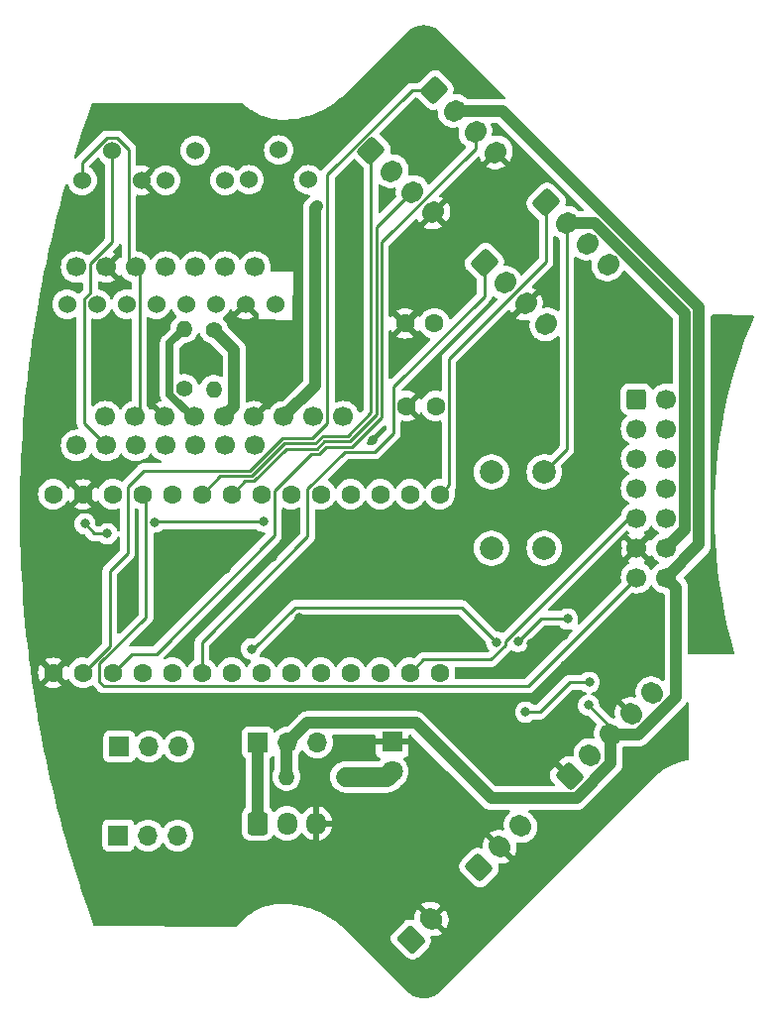
<source format=gbr>
%TF.GenerationSoftware,KiCad,Pcbnew,7.0.9*%
%TF.CreationDate,2024-12-16T14:33:07+09:00*%
%TF.ProjectId,Main maicon,4d61696e-206d-4616-9963-6f6e2e6b6963,rev?*%
%TF.SameCoordinates,Original*%
%TF.FileFunction,Copper,L2,Bot*%
%TF.FilePolarity,Positive*%
%FSLAX46Y46*%
G04 Gerber Fmt 4.6, Leading zero omitted, Abs format (unit mm)*
G04 Created by KiCad (PCBNEW 7.0.9) date 2024-12-16 14:33:07*
%MOMM*%
%LPD*%
G01*
G04 APERTURE LIST*
G04 Aperture macros list*
%AMRoundRect*
0 Rectangle with rounded corners*
0 $1 Rounding radius*
0 $2 $3 $4 $5 $6 $7 $8 $9 X,Y pos of 4 corners*
0 Add a 4 corners polygon primitive as box body*
4,1,4,$2,$3,$4,$5,$6,$7,$8,$9,$2,$3,0*
0 Add four circle primitives for the rounded corners*
1,1,$1+$1,$2,$3*
1,1,$1+$1,$4,$5*
1,1,$1+$1,$6,$7*
1,1,$1+$1,$8,$9*
0 Add four rect primitives between the rounded corners*
20,1,$1+$1,$2,$3,$4,$5,0*
20,1,$1+$1,$4,$5,$6,$7,0*
20,1,$1+$1,$6,$7,$8,$9,0*
20,1,$1+$1,$8,$9,$2,$3,0*%
%AMHorizOval*
0 Thick line with rounded ends*
0 $1 width*
0 $2 $3 position (X,Y) of the first rounded end (center of the circle)*
0 $4 $5 position (X,Y) of the second rounded end (center of the circle)*
0 Add line between two ends*
20,1,$1,$2,$3,$4,$5,0*
0 Add two circle primitives to create the rounded ends*
1,1,$1,$2,$3*
1,1,$1,$4,$5*%
G04 Aperture macros list end*
%TA.AperFunction,ComponentPad*%
%ADD10RoundRect,0.250000X-0.600000X-0.725000X0.600000X-0.725000X0.600000X0.725000X-0.600000X0.725000X0*%
%TD*%
%TA.AperFunction,ComponentPad*%
%ADD11O,1.700000X1.950000*%
%TD*%
%TA.AperFunction,ComponentPad*%
%ADD12RoundRect,0.250000X0.088388X-0.936916X0.936916X-0.088388X-0.088388X0.936916X-0.936916X0.088388X0*%
%TD*%
%TA.AperFunction,ComponentPad*%
%ADD13HorizOval,1.700000X-0.088388X0.088388X0.088388X-0.088388X0*%
%TD*%
%TA.AperFunction,ComponentPad*%
%ADD14RoundRect,0.250000X-0.936916X-0.088388X-0.088388X-0.936916X0.936916X0.088388X0.088388X0.936916X0*%
%TD*%
%TA.AperFunction,ComponentPad*%
%ADD15HorizOval,1.700000X-0.088388X-0.088388X0.088388X0.088388X0*%
%TD*%
%TA.AperFunction,ComponentPad*%
%ADD16R,1.700000X1.700000*%
%TD*%
%TA.AperFunction,ComponentPad*%
%ADD17O,1.700000X1.700000*%
%TD*%
%TA.AperFunction,ComponentPad*%
%ADD18C,1.400000*%
%TD*%
%TA.AperFunction,ComponentPad*%
%ADD19O,1.400000X1.400000*%
%TD*%
%TA.AperFunction,ComponentPad*%
%ADD20C,1.700000*%
%TD*%
%TA.AperFunction,ComponentPad*%
%ADD21R,1.800000X1.800000*%
%TD*%
%TA.AperFunction,ComponentPad*%
%ADD22C,1.800000*%
%TD*%
%TA.AperFunction,ComponentPad*%
%ADD23RoundRect,0.250000X0.106066X-0.954594X0.954594X-0.106066X-0.106066X0.954594X-0.954594X0.106066X0*%
%TD*%
%TA.AperFunction,ComponentPad*%
%ADD24HorizOval,1.700000X-0.106066X0.106066X0.106066X-0.106066X0*%
%TD*%
%TA.AperFunction,ComponentPad*%
%ADD25C,1.524000*%
%TD*%
%TA.AperFunction,ComponentPad*%
%ADD26C,1.600000*%
%TD*%
%TA.AperFunction,ComponentPad*%
%ADD27RoundRect,0.250000X-0.600000X-0.600000X0.600000X-0.600000X0.600000X0.600000X-0.600000X0.600000X0*%
%TD*%
%TA.AperFunction,ComponentPad*%
%ADD28C,2.000000*%
%TD*%
%TA.AperFunction,ViaPad*%
%ADD29C,0.800000*%
%TD*%
%TA.AperFunction,Conductor*%
%ADD30C,1.000000*%
%TD*%
%TA.AperFunction,Conductor*%
%ADD31C,0.250000*%
%TD*%
%TA.AperFunction,Conductor*%
%ADD32C,0.700000*%
%TD*%
%TA.AperFunction,Conductor*%
%ADD33C,1.700000*%
%TD*%
G04 APERTURE END LIST*
D10*
%TO.P,J5,1,Pin_1*%
%TO.N,5V_IN*%
X84790000Y-113495000D03*
D11*
%TO.P,J5,2,Pin_2*%
%TO.N,unconnected-(J5-Pin_2-Pad2)*%
X87290000Y-113495000D03*
%TO.P,J5,3,Pin_3*%
%TO.N,GND*%
X89790000Y-113495000D03*
%TD*%
D12*
%TO.P,J7,1,Pin_1*%
%TO.N,FET1*%
X103694466Y-117255534D03*
D13*
%TO.P,J7,2,Pin_2*%
%TO.N,GND*%
X105462233Y-115487767D03*
%TO.P,J7,3,Pin_3*%
%TO.N,FET2*%
X107230000Y-113720000D03*
%TD*%
D14*
%TO.P,J2,1,Pin_1*%
%TO.N,TX_MD*%
X99834466Y-50864466D03*
D15*
%TO.P,J2,2,Pin_2*%
%TO.N,+5V*%
X101602233Y-52632233D03*
%TO.P,J2,3,Pin_3*%
%TO.N,RX_MD*%
X103370000Y-54400000D03*
%TO.P,J2,4,Pin_4*%
%TO.N,GND*%
X105137767Y-56167767D03*
%TD*%
D16*
%TO.P,SW2,1,A*%
%TO.N,+3.3V*%
X72960000Y-106940000D03*
D17*
%TO.P,SW2,2,B*%
%TO.N,Tougle_Switch_atack or diffence*%
X75500000Y-106940000D03*
%TO.P,SW2,3*%
%TO.N,N/C*%
X78040000Y-106940000D03*
%TD*%
D18*
%TO.P,R2,1*%
%TO.N,+3.3V*%
X78530000Y-76320000D03*
D19*
%TO.P,R2,2*%
%TO.N,SDA*%
X78530000Y-71240000D03*
%TD*%
D20*
%TO.P,L3GD20H1,1,VDD*%
%TO.N,unconnected-(L3GD20H1-VDD-Pad1)*%
X71780000Y-78770000D03*
%TO.P,L3GD20H1,2,VIN*%
%TO.N,+3.3V*%
X74320000Y-78770000D03*
%TO.P,L3GD20H1,3,GND*%
%TO.N,GND*%
X76860000Y-78770000D03*
%TO.P,L3GD20H1,4,SDA/SDI/SDO*%
%TO.N,SDA*%
X79400000Y-78770000D03*
%TO.P,L3GD20H1,5,SCL/SPC*%
%TO.N,SCL*%
X81940000Y-78770000D03*
%TO.P,L3GD20H1,6,SDO/SAO*%
%TO.N,GND*%
X84480000Y-78770000D03*
%TO.P,L3GD20H1,7,CS*%
%TO.N,+3.3V*%
X87020000Y-78770000D03*
%TO.P,L3GD20H1,8,DRDY/INT2*%
%TO.N,unconnected-(L3GD20H1-DRDY{slash}INT2-Pad8)*%
X89560000Y-78770000D03*
%TO.P,L3GD20H1,9,INT1*%
%TO.N,unconnected-(L3GD20H1-INT1-Pad9)*%
X92100000Y-78770000D03*
%TD*%
D21*
%TO.P,D1,1,K*%
%TO.N,GND*%
X96270000Y-106515000D03*
D22*
%TO.P,D1,2,A*%
%TO.N,Net-(D1-A)*%
X96270000Y-109055000D03*
%TD*%
D14*
%TO.P,J9,1,Pin_1*%
%TO.N,CN2_Touch_sensor*%
X104152233Y-65572233D03*
D15*
%TO.P,J9,2,Pin_2*%
%TO.N,+3.3V*%
X105920000Y-67340000D03*
%TO.P,J9,3,Pin_3*%
%TO.N,GND*%
X107687767Y-69107767D03*
%TO.P,J9,4,Pin_4*%
%TO.N,LED2*%
X109455534Y-70875534D03*
%TD*%
D23*
%TO.P,J1,1,Pin_1*%
%TO.N,+12V*%
X97872233Y-123407767D03*
D24*
%TO.P,J1,2,Pin_2*%
%TO.N,GND*%
X99640000Y-121640000D03*
%TD*%
D18*
%TO.P,R3,1*%
%TO.N,SCL*%
X81030000Y-71330000D03*
D19*
%TO.P,R3,2*%
%TO.N,+3.3V*%
X81030000Y-76410000D03*
%TD*%
D25*
%TO.P,BNO1,1,VIN*%
%TO.N,+5V*%
X86280000Y-69150000D03*
%TO.P,BNO1,2,GND*%
%TO.N,GND*%
X83740000Y-69150000D03*
%TO.P,BNO1,3,SCL*%
%TO.N,SCL*%
X81200000Y-69150000D03*
%TO.P,BNO1,4,SDA*%
%TO.N,SDA*%
X78660000Y-69150000D03*
%TO.P,BNO1,5,ADD*%
%TO.N,unconnected-(BNO1-ADD-Pad5)*%
X76120000Y-69150000D03*
%TO.P,BNO1,6,INT*%
%TO.N,unconnected-(BNO1-INT-Pad6)*%
X73580000Y-69150000D03*
%TO.P,BNO1,7,BOOT*%
%TO.N,unconnected-(BNO1-BOOT-Pad7)*%
X71040000Y-69150000D03*
%TO.P,BNO1,8,RST*%
%TO.N,unconnected-(BNO1-RST-Pad8)*%
X68500000Y-69150000D03*
%TD*%
%TO.P,Back,1,1*%
%TO.N,+5V*%
X84040000Y-58520000D03*
%TO.P,Back,2,2*%
%TO.N,LED2*%
X86580000Y-55980000D03*
%TO.P,Back,3,3*%
%TO.N,unconnected-(RV3-Pad3)*%
X89120000Y-58520000D03*
%TD*%
D26*
%TO.P,C1,1*%
%TO.N,GND*%
X97500000Y-77840000D03*
%TO.P,C1,2*%
%TO.N,LED1*%
X100000000Y-77840000D03*
%TD*%
D12*
%TO.P,J6,1,Pin_1*%
%TO.N,GND*%
X111418932Y-109451068D03*
D13*
%TO.P,J6,2,Pin_2*%
%TO.N,ESC*%
X113186699Y-107683301D03*
%TO.P,J6,3,Pin_3*%
%TO.N,+5V*%
X114954466Y-105915534D03*
%TO.P,J6,4,Pin_4*%
%TO.N,GND*%
X116722233Y-104147767D03*
%TO.P,J6,5,Pin_5*%
%TO.N,+12V*%
X118490000Y-102380000D03*
%TD*%
D18*
%TO.P,R1,1*%
%TO.N,Net-(D1-A)*%
X92330000Y-109515000D03*
D19*
%TO.P,R1,2*%
%TO.N,+5V*%
X87250000Y-109515000D03*
%TD*%
D14*
%TO.P,J3,1,Pin_1*%
%TO.N,TX_Line*%
X94470000Y-56020000D03*
D15*
%TO.P,J3,2,Pin_2*%
%TO.N,+5V*%
X96237767Y-57787767D03*
%TO.P,J3,3,Pin_3*%
%TO.N,RX_Line*%
X98005534Y-59555534D03*
%TO.P,J3,4,Pin_4*%
%TO.N,GND*%
X99773301Y-61323301D03*
%TD*%
D16*
%TO.P,SW3,1,A*%
%TO.N,+3.3V*%
X72880000Y-114520000D03*
D17*
%TO.P,SW3,2,B*%
%TO.N,Tougle_switch_ yellow or blue*%
X75420000Y-114520000D03*
%TO.P,SW3,3*%
%TO.N,N/C*%
X77960000Y-114520000D03*
%TD*%
D20*
%TO.P,U2,1,PA02_A0_D0*%
%TO.N,Gyairo_RST_Switch*%
X69310000Y-81220000D03*
%TO.P,U2,2,PA4_A1_D1*%
%TO.N,RV*%
X71850000Y-81220000D03*
%TO.P,U2,3,PA10_A2_D2*%
%TO.N,unconnected-(U2-PA10_A2_D2-Pad3)*%
X74390000Y-81220000D03*
%TO.P,U2,4,PA11_A3_D3*%
%TO.N,unconnected-(U2-PA11_A3_D3-Pad4)*%
X76930000Y-81220000D03*
%TO.P,U2,5,PA8_A4_D4_SDA*%
%TO.N,SDA*%
X79470000Y-81220000D03*
%TO.P,U2,6,PA9_A5_D5_SCL*%
%TO.N,SCL*%
X82010000Y-81220000D03*
%TO.P,U2,7,PB08_A6_D6_TX*%
%TO.N,TX_Gyairo*%
X84550000Y-81220000D03*
%TO.P,U2,8,PB09_A7_D7_RX*%
%TO.N,RX_Gyairo*%
X84550000Y-65980000D03*
%TO.P,U2,9,PA7_A8_D8_SCK*%
%TO.N,unconnected-(U2-PA7_A8_D8_SCK-Pad9)*%
X82010000Y-65980000D03*
%TO.P,U2,10,PA5_A9_D9_MISO*%
%TO.N,unconnected-(U2-PA5_A9_D9_MISO-Pad10)*%
X79470000Y-65980000D03*
%TO.P,U2,11,PA6_A10_D10_MOSI*%
%TO.N,unconnected-(U2-PA6_A10_D10_MOSI-Pad11)*%
X76930000Y-65980000D03*
%TO.P,U2,12,3V3*%
%TO.N,+3.3V*%
X74390000Y-65980000D03*
%TO.P,U2,13,GND*%
%TO.N,GND*%
X71850000Y-65980000D03*
%TO.P,U2,14,5V*%
%TO.N,+5V*%
X69310000Y-65980000D03*
%TD*%
D25*
%TO.P,RV1,1,1*%
%TO.N,+5V*%
X76910000Y-58560000D03*
%TO.P,RV1,2,2*%
%TO.N,LED1*%
X79450000Y-56020000D03*
%TO.P,RV1,3,3*%
%TO.N,unconnected-(RV1-Pad3)*%
X81990000Y-58560000D03*
%TD*%
D26*
%TO.P,U1,1,GND*%
%TO.N,GND*%
X67320000Y-100630000D03*
%TO.P,U1,2,0_RX1_CRX2_CS1*%
%TO.N,TX_MD*%
X69860000Y-100630000D03*
%TO.P,U1,3,1_TX1_CTX2_MISO1*%
%TO.N,RX_MD*%
X72400000Y-100630000D03*
%TO.P,U1,4,2_OUT2*%
%TO.N,Tougle_Switch_atack or diffence*%
X74940000Y-100630000D03*
%TO.P,U1,5,3_LRCLK2*%
%TO.N,Tougle_switch_ yellow or blue*%
X77480000Y-100630000D03*
%TO.P,U1,6,4_BCLK2*%
%TO.N,CN2_Touch_sensor*%
X80020000Y-100630000D03*
%TO.P,U1,7,5_IN2*%
%TO.N,FET1*%
X82560000Y-100630000D03*
%TO.P,U1,8,6_OUT1D*%
%TO.N,FET2*%
X85100000Y-100630000D03*
%TO.P,U1,9,7_RX2_OUT1A*%
%TO.N,TX_Gyairo*%
X87640000Y-100630000D03*
%TO.P,U1,10,8_TX2_IN1*%
%TO.N,RX_Gyairo*%
X90180000Y-100630000D03*
%TO.P,U1,11,9_OUT1C*%
%TO.N,ESC*%
X92720000Y-100630000D03*
%TO.P,U1,12,10_CS_MQSR*%
%TO.N,LCD-TeensyD10*%
X95260000Y-100630000D03*
%TO.P,U1,13,11_MOSI_CTX1*%
%TO.N,LCD-TeensyD11*%
X97800000Y-100630000D03*
%TO.P,U1,14,12_MISO_MQSL*%
%TO.N,LCD-TeensyD12*%
X100340000Y-100630000D03*
%TO.P,U1,20,13_SCK_CRX1_LED*%
%TO.N,CN1_Touch_sensor*%
X100340000Y-85390000D03*
%TO.P,U1,21,14_A0_TX3_SPDIF_OUT*%
%TO.N,RX_camera*%
X97800000Y-85390000D03*
%TO.P,U1,22,15_A1_RX3_SPDIF_IN*%
%TO.N,TX_camera*%
X95260000Y-85390000D03*
%TO.P,U1,23,16_A2_RX4_SCL1*%
%TO.N,TX_Boll*%
X92720000Y-85390000D03*
%TO.P,U1,24,17_A3_TX4_SDA1*%
%TO.N,RX_Boll*%
X90180000Y-85390000D03*
%TO.P,U1,25,18_A4_SDA0*%
%TO.N,SDA_LCD*%
X87640000Y-85390000D03*
%TO.P,U1,26,19_A5_SCL0*%
%TO.N,SCL_LCD*%
X85100000Y-85390000D03*
%TO.P,U1,27,20_A6_TX5_LRCLK1*%
%TO.N,RX_Line*%
X82560000Y-85390000D03*
%TO.P,U1,28,21_A7_RX5_BCLK1*%
%TO.N,TX_Line*%
X80020000Y-85390000D03*
%TO.P,U1,29,22_A8_CTX1*%
%TO.N,NEO*%
X77480000Y-85390000D03*
%TO.P,U1,30,23_A9_CRX1_MCLK1*%
%TO.N,switch*%
X74940000Y-85390000D03*
%TO.P,U1,31,3V3*%
%TO.N,+3.3V*%
X72400000Y-85390000D03*
%TO.P,U1,32,GND*%
%TO.N,GND*%
X69860000Y-85390000D03*
%TO.P,U1,33,VIN*%
%TO.N,+5V*%
X67320000Y-85390000D03*
%TD*%
D16*
%TO.P,SW1,1,A*%
%TO.N,5V_IN*%
X84800000Y-106595000D03*
D17*
%TO.P,SW1,2,B*%
%TO.N,+5V*%
X87340000Y-106595000D03*
%TO.P,SW1,3*%
%TO.N,N/C*%
X89880000Y-106595000D03*
%TD*%
D27*
%TO.P,J8,1,Pin_1*%
%TO.N,unconnected-(J8-Pin_1-Pad1)*%
X117147500Y-77260000D03*
D20*
%TO.P,J8,2,Pin_2*%
%TO.N,SCL_LCD*%
X119687500Y-77260000D03*
%TO.P,J8,3,Pin_3*%
%TO.N,SDA_LCD*%
X117147500Y-79800000D03*
%TO.P,J8,4,Pin_4*%
%TO.N,TX_Boll*%
X119687500Y-79800000D03*
%TO.P,J8,5,Pin_5*%
%TO.N,RX_Boll*%
X117147500Y-82340000D03*
%TO.P,J8,6,Pin_6*%
%TO.N,TX_camera*%
X119687500Y-82340000D03*
%TO.P,J8,7,Pin_7*%
%TO.N,RX_camera*%
X117147500Y-84880000D03*
%TO.P,J8,8,Pin_8*%
%TO.N,LCD-TeensyD10*%
X119687500Y-84880000D03*
%TO.P,J8,9,Pin_9*%
%TO.N,LCD-TeensyD11*%
X117147500Y-87420000D03*
%TO.P,J8,10,Pin_10*%
%TO.N,LCD-TeensyD12*%
X119687500Y-87420000D03*
%TO.P,J8,11,Pin_11*%
%TO.N,GND*%
X117147500Y-89960000D03*
%TO.P,J8,12,Pin_12*%
%TO.N,+3.3V*%
X119687500Y-89960000D03*
%TO.P,J8,13,Pin_13*%
%TO.N,switch*%
X117147500Y-92500000D03*
%TO.P,J8,14,Pin_14*%
%TO.N,+5V*%
X119687500Y-92500000D03*
%TD*%
D28*
%TO.P,SW4,1,1*%
%TO.N,+3.3V*%
X109260000Y-83480000D03*
X109260000Y-89980000D03*
%TO.P,SW4,2,2*%
%TO.N,Gyairo_RST_Switch*%
X104760000Y-83480000D03*
X104760000Y-89980000D03*
%TD*%
D14*
%TO.P,J4,1,Pin_1*%
%TO.N,CN1_Touch_sensor*%
X109424466Y-60444466D03*
D15*
%TO.P,J4,2,Pin_2*%
%TO.N,+3.3V*%
X111192233Y-62212233D03*
%TO.P,J4,3,Pin_3*%
%TO.N,GND*%
X112960000Y-63980000D03*
%TO.P,J4,4,Pin_4*%
%TO.N,LED1*%
X114727767Y-65747767D03*
%TD*%
D25*
%TO.P,RV2,1,1*%
%TO.N,+3.3V*%
X69790000Y-58570000D03*
%TO.P,RV2,2,2*%
%TO.N,RV*%
X72330000Y-56030000D03*
%TO.P,RV2,3,3*%
%TO.N,GND*%
X74870000Y-58570000D03*
%TD*%
D26*
%TO.P,C2,1*%
%TO.N,GND*%
X97380000Y-70790000D03*
%TO.P,C2,2*%
%TO.N,LED2*%
X99880000Y-70790000D03*
%TD*%
D29*
%TO.N,+5V*%
X113055400Y-103403400D03*
%TO.N,GND*%
X93850000Y-97325000D03*
X98690000Y-72180000D03*
X106340000Y-70670000D03*
X103560000Y-57470000D03*
X92075000Y-103124000D03*
X92075000Y-120475000D03*
X74225000Y-91725000D03*
X70610000Y-63150000D03*
X99187000Y-103378000D03*
X91330000Y-88560000D03*
X103100000Y-78900000D03*
X91400000Y-52730000D03*
X111020000Y-100000000D03*
X94250000Y-114050000D03*
X77925000Y-63175000D03*
X75100000Y-62550000D03*
X93050000Y-68350000D03*
X69450000Y-98125000D03*
X72750000Y-73190000D03*
X110300000Y-104550000D03*
X105930000Y-104590000D03*
X113240000Y-99620000D03*
X70275000Y-107950000D03*
X86283800Y-75996800D03*
X80225000Y-104550000D03*
X105980000Y-77500000D03*
X101480000Y-54670000D03*
X105500000Y-95830000D03*
X80030000Y-91880000D03*
X92225000Y-63925000D03*
X83750000Y-119100000D03*
X65550000Y-88550000D03*
X95730000Y-59990000D03*
X82030000Y-91800000D03*
X76290000Y-90260000D03*
X98933000Y-109982000D03*
X88140000Y-92340000D03*
X122930000Y-95030000D03*
X108120000Y-98120000D03*
X102860000Y-104660000D03*
X117729000Y-95631000D03*
X83750000Y-70900000D03*
X81150000Y-62625000D03*
X102580000Y-91430000D03*
X72200000Y-90225000D03*
X112660000Y-82840000D03*
X112810000Y-80660000D03*
X88325000Y-95900000D03*
X112160000Y-93790000D03*
X105537000Y-109347000D03*
X110970000Y-97410000D03*
X79800000Y-73925000D03*
X91975000Y-74500000D03*
X108331000Y-109601000D03*
X99000000Y-52790000D03*
X71475000Y-119600000D03*
X94600000Y-80760000D03*
X86030000Y-90760000D03*
X112700000Y-85750000D03*
X78320000Y-57390000D03*
X82950000Y-55300000D03*
X74290000Y-109780000D03*
X107010000Y-82780000D03*
X75850000Y-71850000D03*
X115490000Y-90000000D03*
%TO.N,NEO*%
X84250000Y-98590000D03*
X105190000Y-98000000D03*
%TO.N,Net-(D3-DOUT)*%
X111250000Y-96034500D03*
X107010000Y-97970000D03*
%TO.N,+3.3V*%
X89840000Y-60780000D03*
%TO.N,Gyairo_RST_Switch*%
X85300000Y-87730000D03*
X75990000Y-87760000D03*
X71930000Y-88760000D03*
X70030000Y-87910000D03*
%TO.N,Net-(D6-DOUT)*%
X113110000Y-101440000D03*
X107670000Y-103990000D03*
%TD*%
D30*
%TO.N,+5V*%
X120537500Y-102701308D02*
X120537500Y-93350000D01*
X120537500Y-93350000D02*
X119687500Y-92500000D01*
X112007118Y-111342882D02*
X114954466Y-108395534D01*
X87250000Y-106685000D02*
X87340000Y-106595000D01*
X114954466Y-108395534D02*
X114954466Y-105915534D01*
D31*
X114954466Y-105302466D02*
X113055400Y-103403400D01*
D30*
X122500000Y-69454136D02*
X105678097Y-52632233D01*
X117323274Y-105915534D02*
X120537500Y-102701308D01*
D31*
X114954466Y-105915534D02*
X114954466Y-105302466D01*
D30*
X87250000Y-109515000D02*
X87250000Y-106685000D01*
X104727247Y-111342882D02*
X112007118Y-111342882D01*
X87340000Y-106595000D02*
X89020000Y-104915000D01*
X114954466Y-105915534D02*
X117323274Y-105915534D01*
X119687500Y-92500000D02*
X122500000Y-89687500D01*
X105678097Y-52632233D02*
X101602233Y-52632233D01*
X122500000Y-89687500D02*
X122500000Y-69454136D01*
X89020000Y-104915000D02*
X98299365Y-104915000D01*
X98299365Y-104915000D02*
X104727247Y-111342882D01*
%TO.N,SCL*%
X81940000Y-78770000D02*
X82790000Y-77920000D01*
X82790000Y-73090000D02*
X81030000Y-71330000D01*
X82790000Y-77920000D02*
X82790000Y-73090000D01*
D32*
%TO.N,SDA*%
X77280000Y-72490000D02*
X78530000Y-71240000D01*
X79212233Y-78770000D02*
X77280000Y-76837767D01*
X77280000Y-76837767D02*
X77280000Y-72490000D01*
X79400000Y-78770000D02*
X79212233Y-78770000D01*
D33*
%TO.N,Net-(D1-A)*%
X95810000Y-109515000D02*
X96270000Y-109055000D01*
X92330000Y-109515000D02*
X95810000Y-109515000D01*
D31*
%TO.N,NEO*%
X84400000Y-98550000D02*
X84440000Y-98550000D01*
X84480000Y-98550000D02*
X84250000Y-98590000D01*
X87980000Y-95050000D02*
X84480000Y-98550000D01*
X105190000Y-98000000D02*
X102240000Y-95050000D01*
X84250000Y-98590000D02*
X84400000Y-98550000D01*
X102240000Y-95050000D02*
X87980000Y-95050000D01*
%TO.N,Net-(D3-DOUT)*%
X107010000Y-97970000D02*
X109020000Y-95960000D01*
X111175500Y-95960000D02*
X111250000Y-96034500D01*
X109020000Y-95960000D02*
X111175500Y-95960000D01*
%TO.N,TX_MD*%
X75010000Y-83365000D02*
X73650000Y-84725000D01*
X72150000Y-91925000D02*
X72150000Y-98340000D01*
X73650000Y-84725000D02*
X73650000Y-90425000D01*
X72150000Y-98340000D02*
X69860000Y-100630000D01*
X90735000Y-58093298D02*
X90735000Y-79295000D01*
X73650000Y-90425000D02*
X72150000Y-91925000D01*
X90735000Y-79295000D02*
X89460000Y-80570000D01*
X89460000Y-80570000D02*
X86861701Y-80570000D01*
X86861701Y-80570000D02*
X84066701Y-83365000D01*
X99834466Y-50864466D02*
X97963832Y-50864466D01*
X84066701Y-83365000D02*
X75010000Y-83365000D01*
X97963832Y-50864466D02*
X90735000Y-58093298D01*
%TO.N,RX_MD*%
X89330000Y-81970000D02*
X86225000Y-85075000D01*
X103370000Y-55852768D02*
X95370000Y-63852768D01*
X103370000Y-54400000D02*
X103370000Y-55852768D01*
X92860000Y-81330000D02*
X90651396Y-81330000D01*
X90651396Y-81330000D02*
X90011396Y-81970000D01*
X95370000Y-78820000D02*
X92860000Y-81330000D01*
X76110000Y-99020000D02*
X74010000Y-99020000D01*
X74010000Y-99020000D02*
X72400000Y-100630000D01*
X90011396Y-81970000D02*
X89330000Y-81970000D01*
X86225000Y-85075000D02*
X86225000Y-88905000D01*
X86225000Y-88905000D02*
X76110000Y-99020000D01*
X95370000Y-63852768D02*
X95370000Y-78820000D01*
%TO.N,TX_Line*%
X90328604Y-80380000D02*
X92490000Y-80380000D01*
X84253097Y-83815000D02*
X87048097Y-81020000D01*
X80020000Y-85390000D02*
X81595000Y-83815000D01*
X92490000Y-80380000D02*
X94470000Y-78400000D01*
X81595000Y-83815000D02*
X84253097Y-83815000D01*
X87048097Y-81020000D02*
X89688604Y-81020000D01*
X94470000Y-78400000D02*
X94470000Y-56020000D01*
X89688604Y-81020000D02*
X90328604Y-80380000D01*
%TO.N,RX_Line*%
X98005534Y-59555534D02*
X97944466Y-59555534D01*
X89825000Y-81520000D02*
X87220000Y-81520000D01*
X83685000Y-84265000D02*
X82560000Y-85390000D01*
X94920000Y-62580000D02*
X94920000Y-78586396D01*
X90495000Y-80850000D02*
X89825000Y-81520000D01*
X97944466Y-59555534D02*
X94920000Y-62580000D01*
X84475000Y-84265000D02*
X83685000Y-84265000D01*
X94920000Y-78586396D02*
X92656396Y-80850000D01*
X87220000Y-81520000D02*
X84475000Y-84265000D01*
X92656396Y-80850000D02*
X90495000Y-80850000D01*
%TO.N,CN1_Touch_sensor*%
X101125000Y-73796700D02*
X101125000Y-84605000D01*
X109424466Y-65497234D02*
X101125000Y-73796700D01*
X101125000Y-84605000D02*
X100340000Y-85390000D01*
X109424466Y-60444466D02*
X109424466Y-65497234D01*
D30*
%TO.N,+3.3V*%
X121237500Y-69888692D02*
X121237500Y-88410000D01*
X89650000Y-76140000D02*
X89650000Y-60970000D01*
D31*
X111192233Y-81547767D02*
X111192233Y-62212233D01*
X69790000Y-58570000D02*
X69790000Y-57032749D01*
X73780000Y-55942749D02*
X73780000Y-65370000D01*
D30*
X89650000Y-60970000D02*
X89840000Y-60780000D01*
D31*
X73780000Y-65370000D02*
X74390000Y-65980000D01*
D30*
X87020000Y-78770000D02*
X89650000Y-76140000D01*
D31*
X72780251Y-54943000D02*
X73780000Y-55942749D01*
X74667000Y-78423000D02*
X74320000Y-78770000D01*
D30*
X111192233Y-62212233D02*
X113561041Y-62212233D01*
D31*
X69790000Y-57032749D02*
X71879749Y-54943000D01*
X74667000Y-66257000D02*
X74667000Y-78423000D01*
D30*
X113561041Y-62212233D02*
X121237500Y-69888692D01*
D31*
X74390000Y-65980000D02*
X74667000Y-66257000D01*
D30*
X121237500Y-88410000D02*
X119687500Y-89960000D01*
D31*
X109260000Y-83480000D02*
X111192233Y-81547767D01*
X71879749Y-54943000D02*
X72780251Y-54943000D01*
D30*
%TO.N,5V_IN*%
X84800000Y-106595000D02*
X84800000Y-113485000D01*
X84800000Y-113485000D02*
X84790000Y-113495000D01*
D31*
%TO.N,LCD-TeensyD11*%
X105915000Y-98300305D02*
X104710305Y-99505000D01*
X98925000Y-99505000D02*
X97800000Y-100630000D01*
X105915000Y-97935000D02*
X105915000Y-98300305D01*
X117147500Y-87420000D02*
X116430000Y-87420000D01*
X104710305Y-99505000D02*
X98925000Y-99505000D01*
X116430000Y-87420000D02*
X105915000Y-97935000D01*
%TO.N,switch*%
X107892500Y-101755000D02*
X71625000Y-101755000D01*
X75250000Y-85700000D02*
X74940000Y-85390000D01*
X71275000Y-99851396D02*
X75250000Y-95876396D01*
X75250000Y-95876396D02*
X75250000Y-85700000D01*
X71625000Y-101755000D02*
X71275000Y-101405000D01*
X71275000Y-101405000D02*
X71275000Y-99851396D01*
X117147500Y-92500000D02*
X107892500Y-101755000D01*
%TO.N,RV*%
X72330000Y-56030000D02*
X72330000Y-63838299D01*
X69953000Y-68699749D02*
X69953000Y-79323000D01*
X72330000Y-63838299D02*
X70485000Y-65683299D01*
X70485000Y-65683299D02*
X70485000Y-68167749D01*
X70485000Y-68167749D02*
X69953000Y-68699749D01*
X69953000Y-79323000D02*
X71850000Y-81220000D01*
%TO.N,Gyairo_RST_Switch*%
X70030000Y-87910000D02*
X70068892Y-88038891D01*
X85300000Y-87730000D02*
X76170000Y-87730000D01*
X71930000Y-88760000D02*
X70790000Y-88760000D01*
X75990000Y-87760000D02*
X76110000Y-87730000D01*
X76110000Y-87730000D02*
X76140000Y-87730000D01*
X70790000Y-88760000D02*
X70030000Y-87910000D01*
X76170000Y-87730000D02*
X75990000Y-87760000D01*
%TO.N,CN2_Touch_sensor*%
X80020000Y-100630000D02*
X80020000Y-98040000D01*
X92199009Y-81780000D02*
X94739008Y-81780000D01*
X94739008Y-81780000D02*
X96375000Y-80144008D01*
X80020000Y-98040000D02*
X89055000Y-89005000D01*
X89055000Y-89005000D02*
X89055000Y-84924009D01*
X96375000Y-80144008D02*
X96375000Y-76227233D01*
X89055000Y-84924009D02*
X92199009Y-81780000D01*
X104152233Y-68450000D02*
X104152233Y-65572233D01*
X96375000Y-76227233D02*
X104152233Y-68450000D01*
%TO.N,Net-(D6-DOUT)*%
X111440250Y-101440000D02*
X108890250Y-103990000D01*
X113110000Y-101440000D02*
X111440250Y-101440000D01*
X108890250Y-103990000D02*
X107670000Y-103990000D01*
%TD*%
%TA.AperFunction,Conductor*%
%TO.N,GND*%
G36*
X71181234Y-56628616D02*
G01*
X71237168Y-56670487D01*
X71239476Y-56673674D01*
X71278199Y-56728975D01*
X71359174Y-56844620D01*
X71359175Y-56844621D01*
X71515378Y-57000824D01*
X71515384Y-57000829D01*
X71651623Y-57096224D01*
X71695248Y-57150801D01*
X71704500Y-57197799D01*
X71704500Y-63527846D01*
X71684815Y-63594885D01*
X71668181Y-63615527D01*
X70349181Y-64934526D01*
X70287858Y-64968011D01*
X70218166Y-64963027D01*
X70186044Y-64944311D01*
X70185836Y-64944610D01*
X70182264Y-64942109D01*
X70181799Y-64941838D01*
X70181404Y-64941507D01*
X69987834Y-64805967D01*
X69987830Y-64805965D01*
X69858544Y-64745678D01*
X69773663Y-64706097D01*
X69773659Y-64706096D01*
X69773655Y-64706094D01*
X69545413Y-64644938D01*
X69545403Y-64644936D01*
X69310001Y-64624341D01*
X69309999Y-64624341D01*
X69074596Y-64644936D01*
X69074586Y-64644938D01*
X68846344Y-64706094D01*
X68846335Y-64706098D01*
X68632171Y-64805964D01*
X68632169Y-64805965D01*
X68438597Y-64941505D01*
X68271505Y-65108597D01*
X68135965Y-65302169D01*
X68135964Y-65302171D01*
X68036098Y-65516335D01*
X68036094Y-65516344D01*
X67974938Y-65744586D01*
X67974936Y-65744596D01*
X67954341Y-65979999D01*
X67954341Y-65980000D01*
X67974936Y-66215403D01*
X67974938Y-66215413D01*
X68036094Y-66443655D01*
X68036096Y-66443659D01*
X68036097Y-66443663D01*
X68096234Y-66572626D01*
X68135965Y-66657830D01*
X68135967Y-66657834D01*
X68194462Y-66741373D01*
X68271505Y-66851401D01*
X68438599Y-67018495D01*
X68533242Y-67084765D01*
X68632165Y-67154032D01*
X68632167Y-67154033D01*
X68632170Y-67154035D01*
X68846337Y-67253903D01*
X68846343Y-67253904D01*
X68846344Y-67253905D01*
X68901285Y-67268626D01*
X69074592Y-67315063D01*
X69262918Y-67331539D01*
X69309999Y-67335659D01*
X69310000Y-67335659D01*
X69310001Y-67335659D01*
X69349234Y-67332226D01*
X69545408Y-67315063D01*
X69697200Y-67274391D01*
X69703407Y-67272728D01*
X69773257Y-67274391D01*
X69831119Y-67313554D01*
X69858623Y-67377782D01*
X69859500Y-67392503D01*
X69859500Y-67857295D01*
X69839815Y-67924334D01*
X69823181Y-67944976D01*
X69569208Y-68198948D01*
X69556951Y-68208769D01*
X69557134Y-68208990D01*
X69551121Y-68213964D01*
X69541024Y-68224716D01*
X69480781Y-68260108D01*
X69410967Y-68257312D01*
X69362955Y-68227509D01*
X69314621Y-68179175D01*
X69314615Y-68179170D01*
X69133666Y-68052468D01*
X69133662Y-68052466D01*
X69133660Y-68052465D01*
X68933450Y-67959106D01*
X68933447Y-67959105D01*
X68933445Y-67959104D01*
X68720070Y-67901930D01*
X68720062Y-67901929D01*
X68500002Y-67882677D01*
X68499998Y-67882677D01*
X68279937Y-67901929D01*
X68279929Y-67901930D01*
X68066554Y-67959104D01*
X68066548Y-67959107D01*
X67866340Y-68052465D01*
X67866338Y-68052466D01*
X67685377Y-68179175D01*
X67529175Y-68335377D01*
X67402466Y-68516338D01*
X67402465Y-68516340D01*
X67309107Y-68716548D01*
X67309104Y-68716554D01*
X67251930Y-68929929D01*
X67251929Y-68929937D01*
X67232677Y-69149997D01*
X67232677Y-69150002D01*
X67251929Y-69370062D01*
X67251930Y-69370070D01*
X67309104Y-69583445D01*
X67309105Y-69583447D01*
X67309106Y-69583450D01*
X67381757Y-69739252D01*
X67402466Y-69783662D01*
X67402468Y-69783666D01*
X67529170Y-69964615D01*
X67529175Y-69964621D01*
X67685378Y-70120824D01*
X67685384Y-70120829D01*
X67866333Y-70247531D01*
X67866335Y-70247532D01*
X67866338Y-70247534D01*
X68066550Y-70340894D01*
X68279932Y-70398070D01*
X68437123Y-70411822D01*
X68499998Y-70417323D01*
X68500000Y-70417323D01*
X68500002Y-70417323D01*
X68555017Y-70412509D01*
X68720068Y-70398070D01*
X68933450Y-70340894D01*
X69133662Y-70247534D01*
X69133670Y-70247528D01*
X69138354Y-70244825D01*
X69139124Y-70246159D01*
X69198581Y-70226107D01*
X69266349Y-70243116D01*
X69314162Y-70294064D01*
X69327500Y-70350009D01*
X69327500Y-79240255D01*
X69325775Y-79255872D01*
X69326061Y-79255899D01*
X69325326Y-79263665D01*
X69327500Y-79332814D01*
X69327500Y-79362343D01*
X69327501Y-79362360D01*
X69328368Y-79369231D01*
X69328826Y-79375050D01*
X69330290Y-79421624D01*
X69330291Y-79421627D01*
X69335880Y-79440867D01*
X69339824Y-79459911D01*
X69342336Y-79479791D01*
X69359490Y-79523119D01*
X69361382Y-79528647D01*
X69374381Y-79573388D01*
X69384580Y-79590634D01*
X69393138Y-79608103D01*
X69400514Y-79626732D01*
X69427898Y-79664423D01*
X69431105Y-79669306D01*
X69436528Y-79678475D01*
X69453713Y-79746198D01*
X69431555Y-79812462D01*
X69377090Y-79856226D01*
X69318994Y-79865127D01*
X69310007Y-79864341D01*
X69309999Y-79864341D01*
X69074596Y-79884936D01*
X69074586Y-79884938D01*
X68846344Y-79946094D01*
X68846335Y-79946098D01*
X68632171Y-80045964D01*
X68632169Y-80045965D01*
X68438597Y-80181505D01*
X68271505Y-80348597D01*
X68135965Y-80542169D01*
X68135964Y-80542171D01*
X68036098Y-80756335D01*
X68036094Y-80756344D01*
X67974938Y-80984586D01*
X67974936Y-80984596D01*
X67954341Y-81219999D01*
X67954341Y-81220000D01*
X67974936Y-81455403D01*
X67974938Y-81455413D01*
X68036094Y-81683655D01*
X68036096Y-81683659D01*
X68036097Y-81683663D01*
X68099991Y-81820684D01*
X68135965Y-81897830D01*
X68135967Y-81897834D01*
X68241516Y-82048573D01*
X68271505Y-82091401D01*
X68438599Y-82258495D01*
X68500571Y-82301888D01*
X68632165Y-82394032D01*
X68632167Y-82394033D01*
X68632170Y-82394035D01*
X68846337Y-82493903D01*
X68846343Y-82493904D01*
X68846344Y-82493905D01*
X68856115Y-82496523D01*
X69074592Y-82555063D01*
X69224917Y-82568215D01*
X69309999Y-82575659D01*
X69310000Y-82575659D01*
X69310001Y-82575659D01*
X69349234Y-82572226D01*
X69545408Y-82555063D01*
X69773663Y-82493903D01*
X69987830Y-82394035D01*
X70181401Y-82258495D01*
X70348495Y-82091401D01*
X70478425Y-81905842D01*
X70533002Y-81862217D01*
X70602500Y-81855023D01*
X70664855Y-81886546D01*
X70681575Y-81905842D01*
X70811500Y-82091395D01*
X70811505Y-82091401D01*
X70978599Y-82258495D01*
X71040571Y-82301888D01*
X71172165Y-82394032D01*
X71172167Y-82394033D01*
X71172170Y-82394035D01*
X71386337Y-82493903D01*
X71386343Y-82493904D01*
X71386344Y-82493905D01*
X71396115Y-82496523D01*
X71614592Y-82555063D01*
X71764917Y-82568215D01*
X71849999Y-82575659D01*
X71850000Y-82575659D01*
X71850001Y-82575659D01*
X71889234Y-82572226D01*
X72085408Y-82555063D01*
X72313663Y-82493903D01*
X72527830Y-82394035D01*
X72721401Y-82258495D01*
X72888495Y-82091401D01*
X73018425Y-81905842D01*
X73073002Y-81862217D01*
X73142500Y-81855023D01*
X73204855Y-81886546D01*
X73221575Y-81905842D01*
X73351500Y-82091395D01*
X73351505Y-82091401D01*
X73518599Y-82258495D01*
X73580571Y-82301888D01*
X73712165Y-82394032D01*
X73712167Y-82394033D01*
X73712170Y-82394035D01*
X73926337Y-82493903D01*
X73926343Y-82493904D01*
X73926344Y-82493905D01*
X73936115Y-82496523D01*
X74154592Y-82555063D01*
X74304917Y-82568215D01*
X74389999Y-82575659D01*
X74390000Y-82575659D01*
X74390001Y-82575659D01*
X74429234Y-82572226D01*
X74625408Y-82555063D01*
X74853663Y-82493903D01*
X75067830Y-82394035D01*
X75261401Y-82258495D01*
X75428495Y-82091401D01*
X75558425Y-81905842D01*
X75613002Y-81862217D01*
X75682500Y-81855023D01*
X75744855Y-81886546D01*
X75761575Y-81905842D01*
X75891500Y-82091395D01*
X75891505Y-82091401D01*
X76058599Y-82258495D01*
X76120571Y-82301888D01*
X76252165Y-82394032D01*
X76252167Y-82394033D01*
X76252170Y-82394035D01*
X76466337Y-82493903D01*
X76466342Y-82493904D01*
X76466346Y-82493906D01*
X76473135Y-82495725D01*
X76532796Y-82532089D01*
X76563326Y-82594936D01*
X76555032Y-82664311D01*
X76510547Y-82718190D01*
X76443995Y-82739465D01*
X76441043Y-82739500D01*
X75092737Y-82739500D01*
X75077120Y-82737776D01*
X75077093Y-82738062D01*
X75069331Y-82737327D01*
X75000203Y-82739500D01*
X74970650Y-82739500D01*
X74969929Y-82739590D01*
X74963757Y-82740369D01*
X74957945Y-82740826D01*
X74911372Y-82742290D01*
X74911369Y-82742291D01*
X74892126Y-82747881D01*
X74873083Y-82751825D01*
X74853204Y-82754336D01*
X74853203Y-82754337D01*
X74809878Y-82771490D01*
X74804352Y-82773382D01*
X74759608Y-82786383D01*
X74759604Y-82786385D01*
X74742365Y-82796580D01*
X74724898Y-82805137D01*
X74706269Y-82812512D01*
X74706267Y-82812513D01*
X74668564Y-82839906D01*
X74663682Y-82843112D01*
X74623580Y-82866828D01*
X74609408Y-82881000D01*
X74594623Y-82893628D01*
X74578412Y-82905407D01*
X74548709Y-82941310D01*
X74544777Y-82945631D01*
X73266208Y-84224199D01*
X73253951Y-84234020D01*
X73254134Y-84234241D01*
X73248121Y-84239215D01*
X73232682Y-84255655D01*
X73172439Y-84291047D01*
X73102625Y-84288251D01*
X73071173Y-84272343D01*
X73052734Y-84259432D01*
X73042275Y-84254555D01*
X72846497Y-84163261D01*
X72846488Y-84163258D01*
X72626697Y-84104366D01*
X72626693Y-84104365D01*
X72626692Y-84104365D01*
X72626691Y-84104364D01*
X72626686Y-84104364D01*
X72400002Y-84084532D01*
X72399998Y-84084532D01*
X72173313Y-84104364D01*
X72173302Y-84104366D01*
X71953511Y-84163258D01*
X71953502Y-84163261D01*
X71747267Y-84259431D01*
X71747265Y-84259432D01*
X71560858Y-84389954D01*
X71399954Y-84550858D01*
X71269433Y-84737264D01*
X71269432Y-84737266D01*
X71249088Y-84780895D01*
X71242106Y-84795867D01*
X71195933Y-84848306D01*
X71128739Y-84867457D01*
X71061858Y-84847241D01*
X71017342Y-84795865D01*
X70990135Y-84737520D01*
X70990131Y-84737512D01*
X70939026Y-84664526D01*
X70939025Y-84664526D01*
X70385929Y-85217622D01*
X70383116Y-85204085D01*
X70313558Y-85069844D01*
X70210362Y-84959348D01*
X70081181Y-84880791D01*
X70029996Y-84866449D01*
X70585472Y-84310974D01*
X70585471Y-84310973D01*
X70512483Y-84259866D01*
X70512481Y-84259865D01*
X70306326Y-84163734D01*
X70306317Y-84163730D01*
X70086610Y-84104860D01*
X70086599Y-84104858D01*
X69860002Y-84085034D01*
X69859998Y-84085034D01*
X69633400Y-84104858D01*
X69633389Y-84104860D01*
X69413682Y-84163730D01*
X69413673Y-84163734D01*
X69207513Y-84259868D01*
X69134527Y-84310972D01*
X69134526Y-84310973D01*
X69688432Y-84864878D01*
X69571542Y-84915651D01*
X69454261Y-85011066D01*
X69367072Y-85134585D01*
X69336645Y-85220198D01*
X68780973Y-84664526D01*
X68780972Y-84664527D01*
X68729869Y-84737511D01*
X68702657Y-84795867D01*
X68656484Y-84848306D01*
X68589290Y-84867457D01*
X68522409Y-84847241D01*
X68477893Y-84795865D01*
X68470912Y-84780895D01*
X68450568Y-84737266D01*
X68320047Y-84550861D01*
X68320045Y-84550858D01*
X68159141Y-84389954D01*
X67972734Y-84259432D01*
X67972732Y-84259431D01*
X67766497Y-84163261D01*
X67766488Y-84163258D01*
X67546697Y-84104366D01*
X67546693Y-84104365D01*
X67546692Y-84104365D01*
X67546691Y-84104364D01*
X67546686Y-84104364D01*
X67320002Y-84084532D01*
X67319998Y-84084532D01*
X67093313Y-84104364D01*
X67093302Y-84104366D01*
X66873511Y-84163258D01*
X66873502Y-84163261D01*
X66667267Y-84259431D01*
X66667265Y-84259432D01*
X66480858Y-84389954D01*
X66319954Y-84550858D01*
X66189432Y-84737265D01*
X66189431Y-84737267D01*
X66093261Y-84943502D01*
X66093258Y-84943511D01*
X66034366Y-85163302D01*
X66034364Y-85163313D01*
X66014532Y-85389998D01*
X66014532Y-85390001D01*
X66034364Y-85616686D01*
X66034366Y-85616697D01*
X66093258Y-85836488D01*
X66093261Y-85836497D01*
X66189431Y-86042732D01*
X66189432Y-86042734D01*
X66319954Y-86229141D01*
X66480858Y-86390045D01*
X66480861Y-86390047D01*
X66667266Y-86520568D01*
X66873504Y-86616739D01*
X67093308Y-86675635D01*
X67255230Y-86689801D01*
X67319998Y-86695468D01*
X67320000Y-86695468D01*
X67320002Y-86695468D01*
X67376673Y-86690509D01*
X67546692Y-86675635D01*
X67766496Y-86616739D01*
X67972734Y-86520568D01*
X68159139Y-86390047D01*
X68320047Y-86229139D01*
X68450568Y-86042734D01*
X68477895Y-85984129D01*
X68524064Y-85931695D01*
X68591257Y-85912542D01*
X68658139Y-85932757D01*
X68702657Y-85984133D01*
X68729865Y-86042481D01*
X68729866Y-86042483D01*
X68780973Y-86115471D01*
X68780974Y-86115472D01*
X69334070Y-85562375D01*
X69336884Y-85575915D01*
X69406442Y-85710156D01*
X69509638Y-85820652D01*
X69638819Y-85899209D01*
X69690002Y-85913549D01*
X69134526Y-86469025D01*
X69134526Y-86469026D01*
X69207512Y-86520131D01*
X69207516Y-86520133D01*
X69413673Y-86616265D01*
X69413682Y-86616269D01*
X69633389Y-86675139D01*
X69633400Y-86675141D01*
X69859998Y-86694966D01*
X69860002Y-86694966D01*
X70086599Y-86675141D01*
X70086610Y-86675139D01*
X70306317Y-86616269D01*
X70306331Y-86616264D01*
X70512478Y-86520136D01*
X70585472Y-86469025D01*
X70031568Y-85915121D01*
X70148458Y-85864349D01*
X70265739Y-85768934D01*
X70352928Y-85645415D01*
X70383354Y-85559801D01*
X70939025Y-86115472D01*
X70990133Y-86042482D01*
X71017341Y-85984135D01*
X71063513Y-85931696D01*
X71130707Y-85912543D01*
X71197588Y-85932758D01*
X71242105Y-85984132D01*
X71269432Y-86042734D01*
X71273417Y-86048425D01*
X71399954Y-86229141D01*
X71560858Y-86390045D01*
X71560861Y-86390047D01*
X71747266Y-86520568D01*
X71953504Y-86616739D01*
X72173308Y-86675635D01*
X72335230Y-86689801D01*
X72399998Y-86695468D01*
X72400000Y-86695468D01*
X72400002Y-86695468D01*
X72456673Y-86690509D01*
X72626692Y-86675635D01*
X72846496Y-86616739D01*
X72848094Y-86615993D01*
X72848863Y-86615876D01*
X72851577Y-86614889D01*
X72851775Y-86615434D01*
X72917170Y-86605501D01*
X72980954Y-86634019D01*
X73019195Y-86692494D01*
X73024500Y-86728375D01*
X73024500Y-88431539D01*
X73004815Y-88498578D01*
X72952011Y-88544333D01*
X72882853Y-88554277D01*
X72819297Y-88525252D01*
X72782569Y-88469857D01*
X72757181Y-88391722D01*
X72757180Y-88391721D01*
X72757179Y-88391716D01*
X72662533Y-88227784D01*
X72535871Y-88087112D01*
X72535870Y-88087111D01*
X72382734Y-87975851D01*
X72382729Y-87975848D01*
X72209807Y-87898857D01*
X72209802Y-87898855D01*
X72064001Y-87867865D01*
X72024646Y-87859500D01*
X71835354Y-87859500D01*
X71802897Y-87866398D01*
X71650197Y-87898855D01*
X71650192Y-87898857D01*
X71477270Y-87975848D01*
X71477265Y-87975851D01*
X71324130Y-88087110D01*
X71324126Y-88087114D01*
X71318400Y-88093474D01*
X71258913Y-88130121D01*
X71226252Y-88134500D01*
X71125264Y-88134500D01*
X71058225Y-88114815D01*
X71032826Y-88093151D01*
X71027426Y-88087112D01*
X70965101Y-88017406D01*
X70935092Y-87954312D01*
X70934220Y-87921795D01*
X70935460Y-87910000D01*
X70915674Y-87721744D01*
X70857179Y-87541716D01*
X70762533Y-87377784D01*
X70635871Y-87237112D01*
X70635870Y-87237111D01*
X70482734Y-87125851D01*
X70482729Y-87125848D01*
X70309807Y-87048857D01*
X70309802Y-87048855D01*
X70164001Y-87017865D01*
X70124646Y-87009500D01*
X69935354Y-87009500D01*
X69902897Y-87016398D01*
X69750197Y-87048855D01*
X69750192Y-87048857D01*
X69577270Y-87125848D01*
X69577265Y-87125851D01*
X69424129Y-87237111D01*
X69297466Y-87377785D01*
X69202821Y-87541715D01*
X69202818Y-87541722D01*
X69144327Y-87721740D01*
X69144326Y-87721744D01*
X69124540Y-87910000D01*
X69144326Y-88098256D01*
X69144327Y-88098259D01*
X69202818Y-88278277D01*
X69202821Y-88278284D01*
X69297467Y-88442216D01*
X69414095Y-88571744D01*
X69424129Y-88582888D01*
X69577265Y-88694148D01*
X69577270Y-88694151D01*
X69750192Y-88771142D01*
X69750197Y-88771144D01*
X69935354Y-88810500D01*
X69940619Y-88810500D01*
X70007658Y-88830185D01*
X70033052Y-88851844D01*
X70282638Y-89130986D01*
X70294894Y-89147192D01*
X70302022Y-89158424D01*
X70304214Y-89161877D01*
X70321295Y-89177917D01*
X70339926Y-89195413D01*
X70343706Y-89199286D01*
X70349936Y-89206254D01*
X70363091Y-89217689D01*
X70370576Y-89224196D01*
X70419419Y-89270063D01*
X70424236Y-89273563D01*
X70434320Y-89280597D01*
X70439276Y-89283915D01*
X70499190Y-89313917D01*
X70539677Y-89336174D01*
X70557908Y-89346197D01*
X70557912Y-89346198D01*
X70563428Y-89348382D01*
X70574991Y-89352705D01*
X70580583Y-89354674D01*
X70580587Y-89354676D01*
X70615399Y-89362202D01*
X70646069Y-89368834D01*
X70710976Y-89385499D01*
X70710978Y-89385499D01*
X70710981Y-89385500D01*
X70710984Y-89385500D01*
X70716877Y-89386244D01*
X70729123Y-89387552D01*
X70735049Y-89388070D01*
X70735055Y-89388072D01*
X70801992Y-89385500D01*
X71226252Y-89385500D01*
X71293291Y-89405185D01*
X71318400Y-89426526D01*
X71324126Y-89432885D01*
X71324130Y-89432889D01*
X71477265Y-89544148D01*
X71477270Y-89544151D01*
X71650192Y-89621142D01*
X71650197Y-89621144D01*
X71835354Y-89660500D01*
X71835355Y-89660500D01*
X72024644Y-89660500D01*
X72024646Y-89660500D01*
X72209803Y-89621144D01*
X72382730Y-89544151D01*
X72535871Y-89432888D01*
X72662533Y-89292216D01*
X72757179Y-89128284D01*
X72782569Y-89050141D01*
X72822006Y-88992467D01*
X72886365Y-88965268D01*
X72955211Y-88977182D01*
X73006687Y-89024426D01*
X73024500Y-89088460D01*
X73024500Y-90114546D01*
X73004815Y-90181585D01*
X72988181Y-90202227D01*
X71766208Y-91424199D01*
X71753951Y-91434020D01*
X71754134Y-91434241D01*
X71748123Y-91439213D01*
X71700772Y-91489636D01*
X71679889Y-91510519D01*
X71679877Y-91510532D01*
X71675621Y-91516017D01*
X71671837Y-91520447D01*
X71639937Y-91554418D01*
X71639936Y-91554420D01*
X71630284Y-91571976D01*
X71619610Y-91588226D01*
X71607329Y-91604061D01*
X71607324Y-91604068D01*
X71588815Y-91646838D01*
X71586245Y-91652084D01*
X71563803Y-91692906D01*
X71558822Y-91712307D01*
X71552521Y-91730710D01*
X71544562Y-91749102D01*
X71544561Y-91749105D01*
X71537271Y-91795127D01*
X71536087Y-91800846D01*
X71524501Y-91845972D01*
X71524500Y-91845982D01*
X71524500Y-91866016D01*
X71522973Y-91885415D01*
X71519840Y-91905194D01*
X71519840Y-91905195D01*
X71524225Y-91951583D01*
X71524500Y-91957421D01*
X71524500Y-98029546D01*
X71504815Y-98096585D01*
X71488181Y-98117227D01*
X70274821Y-99330586D01*
X70213498Y-99364071D01*
X70155048Y-99362680D01*
X70086697Y-99344366D01*
X70086693Y-99344365D01*
X70086692Y-99344365D01*
X69973346Y-99334448D01*
X69860001Y-99324532D01*
X69859998Y-99324532D01*
X69633313Y-99344364D01*
X69633302Y-99344366D01*
X69413511Y-99403258D01*
X69413502Y-99403261D01*
X69207267Y-99499431D01*
X69207265Y-99499432D01*
X69020858Y-99629954D01*
X68859954Y-99790858D01*
X68729433Y-99977264D01*
X68729432Y-99977266D01*
X68705599Y-100028377D01*
X68702106Y-100035867D01*
X68655933Y-100088306D01*
X68588739Y-100107457D01*
X68521858Y-100087241D01*
X68477342Y-100035865D01*
X68450135Y-99977520D01*
X68450131Y-99977512D01*
X68399026Y-99904526D01*
X68399025Y-99904526D01*
X67845929Y-100457622D01*
X67843116Y-100444085D01*
X67773558Y-100309844D01*
X67670362Y-100199348D01*
X67541181Y-100120791D01*
X67489996Y-100106449D01*
X68045472Y-99550974D01*
X68045471Y-99550973D01*
X67972483Y-99499866D01*
X67972481Y-99499865D01*
X67766326Y-99403734D01*
X67766317Y-99403730D01*
X67546610Y-99344860D01*
X67546599Y-99344858D01*
X67320002Y-99325034D01*
X67319998Y-99325034D01*
X67093400Y-99344858D01*
X67093389Y-99344860D01*
X66873682Y-99403730D01*
X66873673Y-99403734D01*
X66667513Y-99499868D01*
X66594527Y-99550972D01*
X66594526Y-99550973D01*
X67148432Y-100104878D01*
X67031542Y-100155651D01*
X66914261Y-100251066D01*
X66827072Y-100374585D01*
X66796645Y-100460198D01*
X66240973Y-99904526D01*
X66240972Y-99904527D01*
X66189868Y-99977513D01*
X66093734Y-100183673D01*
X66093730Y-100183682D01*
X66034860Y-100403389D01*
X66034858Y-100403400D01*
X66015034Y-100629997D01*
X66015034Y-100630002D01*
X66034858Y-100856599D01*
X66034860Y-100856610D01*
X66093730Y-101076317D01*
X66093734Y-101076326D01*
X66189865Y-101282481D01*
X66189866Y-101282483D01*
X66240973Y-101355471D01*
X66240974Y-101355472D01*
X66794070Y-100802375D01*
X66796884Y-100815915D01*
X66866442Y-100950156D01*
X66969638Y-101060652D01*
X67098819Y-101139209D01*
X67150002Y-101153549D01*
X66594526Y-101709025D01*
X66594526Y-101709026D01*
X66667512Y-101760131D01*
X66667516Y-101760133D01*
X66873673Y-101856265D01*
X66873682Y-101856269D01*
X67093389Y-101915139D01*
X67093400Y-101915141D01*
X67319998Y-101934966D01*
X67320002Y-101934966D01*
X67546599Y-101915141D01*
X67546610Y-101915139D01*
X67766317Y-101856269D01*
X67766331Y-101856264D01*
X67972478Y-101760136D01*
X68045472Y-101709025D01*
X67491568Y-101155121D01*
X67608458Y-101104349D01*
X67725739Y-101008934D01*
X67812928Y-100885415D01*
X67843354Y-100799801D01*
X68399025Y-101355472D01*
X68450133Y-101282482D01*
X68477341Y-101224135D01*
X68523513Y-101171696D01*
X68590707Y-101152543D01*
X68657588Y-101172758D01*
X68702105Y-101224132D01*
X68729432Y-101282734D01*
X68729433Y-101282735D01*
X68859954Y-101469141D01*
X69020858Y-101630045D01*
X69020861Y-101630047D01*
X69207266Y-101760568D01*
X69413504Y-101856739D01*
X69413509Y-101856740D01*
X69413511Y-101856741D01*
X69456098Y-101868152D01*
X69633308Y-101915635D01*
X69795230Y-101929801D01*
X69859998Y-101935468D01*
X69860000Y-101935468D01*
X69860002Y-101935468D01*
X69916673Y-101930509D01*
X70086692Y-101915635D01*
X70306496Y-101856739D01*
X70512734Y-101760568D01*
X70576900Y-101715638D01*
X70643104Y-101693312D01*
X70710871Y-101710322D01*
X70754753Y-101754092D01*
X70776825Y-101791414D01*
X70776833Y-101791424D01*
X70790990Y-101805580D01*
X70803627Y-101820375D01*
X70815406Y-101836587D01*
X70839763Y-101856737D01*
X70851309Y-101866288D01*
X70855620Y-101870210D01*
X71050910Y-102065500D01*
X71124194Y-102138784D01*
X71134019Y-102151048D01*
X71134240Y-102150866D01*
X71139210Y-102156873D01*
X71139213Y-102156876D01*
X71139214Y-102156877D01*
X71189651Y-102204241D01*
X71210530Y-102225120D01*
X71216004Y-102229366D01*
X71220442Y-102233156D01*
X71254418Y-102265062D01*
X71254422Y-102265064D01*
X71271973Y-102274713D01*
X71288231Y-102285392D01*
X71304064Y-102297674D01*
X71326015Y-102307172D01*
X71346837Y-102316183D01*
X71352081Y-102318752D01*
X71392908Y-102341197D01*
X71412312Y-102346179D01*
X71430710Y-102352478D01*
X71449105Y-102360438D01*
X71495129Y-102367726D01*
X71500832Y-102368907D01*
X71545981Y-102380500D01*
X71566016Y-102380500D01*
X71585413Y-102382026D01*
X71605196Y-102385160D01*
X71651584Y-102380775D01*
X71657422Y-102380500D01*
X107809757Y-102380500D01*
X107825377Y-102382224D01*
X107825404Y-102381939D01*
X107833160Y-102382671D01*
X107833167Y-102382673D01*
X107902314Y-102380500D01*
X107931850Y-102380500D01*
X107938728Y-102379630D01*
X107944541Y-102379172D01*
X107991127Y-102377709D01*
X108010369Y-102372117D01*
X108029412Y-102368174D01*
X108049292Y-102365664D01*
X108092622Y-102348507D01*
X108098146Y-102346617D01*
X108101896Y-102345527D01*
X108142890Y-102333618D01*
X108160129Y-102323422D01*
X108177603Y-102314862D01*
X108196227Y-102307488D01*
X108196227Y-102307487D01*
X108196232Y-102307486D01*
X108233949Y-102280082D01*
X108238805Y-102276892D01*
X108278920Y-102253170D01*
X108293089Y-102238999D01*
X108307879Y-102226368D01*
X108324087Y-102214594D01*
X108353799Y-102178676D01*
X108357712Y-102174376D01*
X116691853Y-93840235D01*
X116753174Y-93806752D01*
X116811625Y-93808143D01*
X116846280Y-93817428D01*
X116912092Y-93835063D01*
X117100418Y-93851539D01*
X117147499Y-93855659D01*
X117147500Y-93855659D01*
X117147501Y-93855659D01*
X117186734Y-93852226D01*
X117382908Y-93835063D01*
X117611163Y-93773903D01*
X117825330Y-93674035D01*
X118018901Y-93538495D01*
X118185995Y-93371401D01*
X118315925Y-93185842D01*
X118370502Y-93142217D01*
X118440000Y-93135023D01*
X118502355Y-93166546D01*
X118519075Y-93185842D01*
X118649005Y-93371401D01*
X118816099Y-93538495D01*
X118912884Y-93606265D01*
X119009665Y-93674032D01*
X119009667Y-93674033D01*
X119009670Y-93674035D01*
X119223837Y-93773903D01*
X119445094Y-93833188D01*
X119504753Y-93869551D01*
X119535283Y-93932398D01*
X119537000Y-93952962D01*
X119537000Y-101217743D01*
X119517315Y-101284782D01*
X119464511Y-101330537D01*
X119395353Y-101340481D01*
X119331797Y-101311456D01*
X119325319Y-101305424D01*
X119314864Y-101294969D01*
X119314859Y-101294965D01*
X119314860Y-101294965D01*
X119179189Y-101181123D01*
X119179182Y-101181118D01*
X118974542Y-101062969D01*
X118974539Y-101062968D01*
X118974538Y-101062967D01*
X118946499Y-101052762D01*
X118752482Y-100982145D01*
X118519767Y-100941112D01*
X118519765Y-100941112D01*
X118283459Y-100941112D01*
X118283456Y-100941112D01*
X118050740Y-100982146D01*
X117828691Y-101062965D01*
X117828681Y-101062969D01*
X117624039Y-101181120D01*
X117624036Y-101181122D01*
X117443015Y-101333015D01*
X117291122Y-101514036D01*
X117291120Y-101514039D01*
X117172969Y-101718681D01*
X117172966Y-101718688D01*
X117092145Y-101940741D01*
X117051112Y-102173456D01*
X117051112Y-102409767D01*
X117084485Y-102599035D01*
X117076741Y-102668474D01*
X117032684Y-102722703D01*
X116966303Y-102744505D01*
X116940837Y-102742683D01*
X116751956Y-102709379D01*
X116515733Y-102709379D01*
X116283105Y-102750397D01*
X116061133Y-102831189D01*
X116061129Y-102831191D01*
X115869719Y-102941700D01*
X116611781Y-103683762D01*
X116587034Y-103687321D01*
X116462788Y-103744062D01*
X116359560Y-103833509D01*
X116285714Y-103948416D01*
X116259297Y-104038384D01*
X115516166Y-103295253D01*
X115405657Y-103486663D01*
X115405655Y-103486667D01*
X115324863Y-103708638D01*
X115283845Y-103941267D01*
X115283845Y-104177490D01*
X115317149Y-104366371D01*
X115309405Y-104435810D01*
X115265348Y-104490039D01*
X115198967Y-104511841D01*
X115173501Y-104510019D01*
X115057948Y-104489644D01*
X114995345Y-104458617D01*
X114991799Y-104455209D01*
X113994360Y-103457769D01*
X113960875Y-103396446D01*
X113958723Y-103383068D01*
X113941074Y-103215144D01*
X113882579Y-103035116D01*
X113787933Y-102871184D01*
X113661271Y-102730512D01*
X113632184Y-102709379D01*
X113508134Y-102619251D01*
X113508129Y-102619248D01*
X113334933Y-102542135D01*
X113281696Y-102496885D01*
X113261375Y-102430035D01*
X113280421Y-102362812D01*
X113332787Y-102316557D01*
X113359582Y-102307567D01*
X113389803Y-102301144D01*
X113562730Y-102224151D01*
X113715871Y-102112888D01*
X113842533Y-101972216D01*
X113937179Y-101808284D01*
X113995674Y-101628256D01*
X114015460Y-101440000D01*
X113995674Y-101251744D01*
X113937179Y-101071716D01*
X113842533Y-100907784D01*
X113715871Y-100767112D01*
X113715870Y-100767111D01*
X113562734Y-100655851D01*
X113562729Y-100655848D01*
X113389807Y-100578857D01*
X113389802Y-100578855D01*
X113244001Y-100547865D01*
X113204646Y-100539500D01*
X113015354Y-100539500D01*
X112982897Y-100546398D01*
X112830197Y-100578855D01*
X112830192Y-100578857D01*
X112657270Y-100655848D01*
X112657265Y-100655851D01*
X112504130Y-100767110D01*
X112504126Y-100767114D01*
X112498400Y-100773474D01*
X112438913Y-100810121D01*
X112406252Y-100814500D01*
X111522993Y-100814500D01*
X111507372Y-100812775D01*
X111507345Y-100813061D01*
X111499583Y-100812326D01*
X111430422Y-100814500D01*
X111400899Y-100814500D01*
X111394028Y-100815367D01*
X111388209Y-100815825D01*
X111341624Y-100817289D01*
X111341618Y-100817290D01*
X111322376Y-100822880D01*
X111303337Y-100826823D01*
X111283467Y-100829334D01*
X111283453Y-100829337D01*
X111240133Y-100846488D01*
X111234608Y-100848380D01*
X111189863Y-100861380D01*
X111189860Y-100861381D01*
X111172616Y-100871579D01*
X111155155Y-100880133D01*
X111136524Y-100887510D01*
X111136512Y-100887517D01*
X111098820Y-100914902D01*
X111093937Y-100918109D01*
X111053830Y-100941829D01*
X111039664Y-100955995D01*
X111024874Y-100968627D01*
X111008664Y-100980404D01*
X111008661Y-100980407D01*
X110978960Y-101016309D01*
X110975027Y-101020631D01*
X108667478Y-103328181D01*
X108606155Y-103361666D01*
X108579797Y-103364500D01*
X108373748Y-103364500D01*
X108306709Y-103344815D01*
X108281600Y-103323474D01*
X108275873Y-103317114D01*
X108275869Y-103317110D01*
X108122734Y-103205851D01*
X108122729Y-103205848D01*
X107949807Y-103128857D01*
X107949802Y-103128855D01*
X107804001Y-103097865D01*
X107764646Y-103089500D01*
X107575354Y-103089500D01*
X107542897Y-103096398D01*
X107390197Y-103128855D01*
X107390192Y-103128857D01*
X107217270Y-103205848D01*
X107217265Y-103205851D01*
X107064129Y-103317111D01*
X106937466Y-103457785D01*
X106842821Y-103621715D01*
X106842818Y-103621722D01*
X106803068Y-103744062D01*
X106784326Y-103801744D01*
X106764540Y-103990000D01*
X106784326Y-104178256D01*
X106784327Y-104178259D01*
X106842818Y-104358277D01*
X106842821Y-104358284D01*
X106937467Y-104522216D01*
X107028004Y-104622767D01*
X107064129Y-104662888D01*
X107217265Y-104774148D01*
X107217270Y-104774151D01*
X107390192Y-104851142D01*
X107390197Y-104851144D01*
X107575354Y-104890500D01*
X107575355Y-104890500D01*
X107764644Y-104890500D01*
X107764646Y-104890500D01*
X107949803Y-104851144D01*
X108122730Y-104774151D01*
X108275871Y-104662888D01*
X108278788Y-104659647D01*
X108281600Y-104656526D01*
X108341087Y-104619879D01*
X108373748Y-104615500D01*
X108807507Y-104615500D01*
X108823127Y-104617224D01*
X108823154Y-104616939D01*
X108830910Y-104617671D01*
X108830917Y-104617673D01*
X108900064Y-104615500D01*
X108929600Y-104615500D01*
X108936478Y-104614630D01*
X108942291Y-104614172D01*
X108988877Y-104612709D01*
X109008119Y-104607117D01*
X109027162Y-104603174D01*
X109047042Y-104600664D01*
X109090372Y-104583507D01*
X109095896Y-104581617D01*
X109099646Y-104580527D01*
X109140640Y-104568618D01*
X109157879Y-104558422D01*
X109175353Y-104549862D01*
X109193977Y-104542488D01*
X109193977Y-104542487D01*
X109193982Y-104542486D01*
X109231699Y-104515082D01*
X109236555Y-104511892D01*
X109276670Y-104488170D01*
X109290839Y-104473999D01*
X109305629Y-104461368D01*
X109321837Y-104449594D01*
X109351549Y-104413676D01*
X109355462Y-104409376D01*
X111663021Y-102101819D01*
X111724344Y-102068334D01*
X111750702Y-102065500D01*
X112406252Y-102065500D01*
X112473291Y-102085185D01*
X112498400Y-102106526D01*
X112504126Y-102112885D01*
X112504130Y-102112889D01*
X112657265Y-102224148D01*
X112657270Y-102224151D01*
X112830466Y-102301264D01*
X112883703Y-102346514D01*
X112904024Y-102413363D01*
X112884979Y-102480587D01*
X112832612Y-102526842D01*
X112805813Y-102535833D01*
X112775594Y-102542256D01*
X112775592Y-102542257D01*
X112602670Y-102619248D01*
X112602665Y-102619251D01*
X112449529Y-102730511D01*
X112322866Y-102871185D01*
X112228221Y-103035115D01*
X112228218Y-103035122D01*
X112177978Y-103189746D01*
X112169726Y-103215144D01*
X112149940Y-103403400D01*
X112169726Y-103591656D01*
X112169727Y-103591659D01*
X112228218Y-103771677D01*
X112228221Y-103771684D01*
X112322867Y-103935616D01*
X112402108Y-104023622D01*
X112449529Y-104076288D01*
X112602665Y-104187548D01*
X112602670Y-104187551D01*
X112775592Y-104264542D01*
X112775597Y-104264544D01*
X112960754Y-104303900D01*
X113019948Y-104303900D01*
X113086987Y-104323585D01*
X113107629Y-104340219D01*
X113710778Y-104943369D01*
X113744263Y-105004692D01*
X113739279Y-105074384D01*
X113730484Y-105093050D01*
X113637435Y-105254215D01*
X113637432Y-105254222D01*
X113556611Y-105476275D01*
X113515578Y-105708990D01*
X113515578Y-105945301D01*
X113548858Y-106134045D01*
X113541114Y-106203484D01*
X113497057Y-106257713D01*
X113430676Y-106279515D01*
X113405210Y-106277693D01*
X113216466Y-106244413D01*
X113216464Y-106244413D01*
X112980158Y-106244413D01*
X112980155Y-106244413D01*
X112747439Y-106285447D01*
X112525390Y-106366266D01*
X112525380Y-106366270D01*
X112320738Y-106484421D01*
X112320735Y-106484423D01*
X112139714Y-106636316D01*
X111987821Y-106817337D01*
X111987819Y-106817340D01*
X111869668Y-107021982D01*
X111869665Y-107021989D01*
X111788844Y-107244042D01*
X111747811Y-107476757D01*
X111747811Y-107685445D01*
X111728126Y-107752484D01*
X111675322Y-107798239D01*
X111606164Y-107808183D01*
X111595215Y-107806103D01*
X111418204Y-107764151D01*
X111242884Y-107764151D01*
X111072282Y-107804584D01*
X110915604Y-107883270D01*
X110835567Y-107948469D01*
X110835551Y-107948483D01*
X110552726Y-108231309D01*
X111308480Y-108987063D01*
X111283733Y-108990622D01*
X111159487Y-109047363D01*
X111056259Y-109136810D01*
X110982413Y-109251717D01*
X110955996Y-109341685D01*
X110199173Y-108584862D01*
X109916344Y-108867692D01*
X109916334Y-108867703D01*
X109851138Y-108947734D01*
X109851134Y-108947740D01*
X109772448Y-109104418D01*
X109732015Y-109275019D01*
X109732015Y-109450340D01*
X109772448Y-109620941D01*
X109851134Y-109777618D01*
X109916333Y-109857655D01*
X109916347Y-109857671D01*
X110189377Y-110130701D01*
X110222862Y-110192024D01*
X110217878Y-110261716D01*
X110176006Y-110317649D01*
X110110542Y-110342066D01*
X110101696Y-110342382D01*
X105193030Y-110342382D01*
X105125991Y-110322697D01*
X105105349Y-110306063D01*
X99015817Y-104216532D01*
X98954426Y-104151949D01*
X98954425Y-104151948D01*
X98954424Y-104151947D01*
X98910549Y-104121409D01*
X98904074Y-104116902D01*
X98900311Y-104114064D01*
X98852778Y-104075305D01*
X98852771Y-104075300D01*
X98822324Y-104059397D01*
X98815616Y-104055334D01*
X98787414Y-104035705D01*
X98787411Y-104035703D01*
X98787410Y-104035703D01*
X98787406Y-104035701D01*
X98731045Y-104011514D01*
X98726789Y-104009493D01*
X98672422Y-103981094D01*
X98672415Y-103981091D01*
X98672414Y-103981091D01*
X98666373Y-103979362D01*
X98639395Y-103971642D01*
X98631995Y-103969008D01*
X98600422Y-103955459D01*
X98600423Y-103955459D01*
X98540331Y-103943109D01*
X98535756Y-103941986D01*
X98476785Y-103925113D01*
X98476790Y-103925113D01*
X98442523Y-103922503D01*
X98434745Y-103921412D01*
X98401107Y-103914500D01*
X98401106Y-103914500D01*
X98339767Y-103914500D01*
X98335060Y-103914321D01*
X98329486Y-103913896D01*
X98273889Y-103909662D01*
X98253954Y-103912201D01*
X98239805Y-103914003D01*
X98231976Y-103914500D01*
X89032717Y-103914500D01*
X88943637Y-103912243D01*
X88943628Y-103912243D01*
X88892476Y-103921412D01*
X88883254Y-103923064D01*
X88878595Y-103923718D01*
X88817564Y-103929925D01*
X88817562Y-103929926D01*
X88784780Y-103940210D01*
X88777156Y-103942081D01*
X88774057Y-103942637D01*
X88743349Y-103948141D01*
X88743341Y-103948143D01*
X88686382Y-103970895D01*
X88681946Y-103972474D01*
X88626092Y-103990000D01*
X88623412Y-103990841D01*
X88623410Y-103990842D01*
X88623403Y-103990845D01*
X88593384Y-104007507D01*
X88586290Y-104010876D01*
X88554390Y-104023619D01*
X88554388Y-104023619D01*
X88554383Y-104023622D01*
X88554377Y-104023626D01*
X88503154Y-104057383D01*
X88499126Y-104059824D01*
X88445502Y-104089588D01*
X88445499Y-104089590D01*
X88419427Y-104111970D01*
X88413160Y-104116695D01*
X88384482Y-104135598D01*
X88384475Y-104135603D01*
X88341116Y-104178962D01*
X88337661Y-104182164D01*
X88291106Y-104222132D01*
X88291105Y-104222133D01*
X88270076Y-104249300D01*
X88264884Y-104255194D01*
X87306970Y-105213108D01*
X87245647Y-105246593D01*
X87230098Y-105248955D01*
X87104596Y-105259936D01*
X87104586Y-105259938D01*
X86876344Y-105321094D01*
X86876335Y-105321098D01*
X86662171Y-105420964D01*
X86662169Y-105420965D01*
X86468600Y-105556503D01*
X86346673Y-105678430D01*
X86285350Y-105711914D01*
X86215658Y-105706930D01*
X86159725Y-105665058D01*
X86142810Y-105634081D01*
X86093797Y-105502671D01*
X86093793Y-105502664D01*
X86007547Y-105387455D01*
X86007544Y-105387452D01*
X85892335Y-105301206D01*
X85892328Y-105301202D01*
X85757482Y-105250908D01*
X85757483Y-105250908D01*
X85697883Y-105244501D01*
X85697881Y-105244500D01*
X85697873Y-105244500D01*
X85697864Y-105244500D01*
X83902129Y-105244500D01*
X83902123Y-105244501D01*
X83842516Y-105250908D01*
X83707671Y-105301202D01*
X83707664Y-105301206D01*
X83592455Y-105387452D01*
X83592452Y-105387455D01*
X83506206Y-105502664D01*
X83506202Y-105502671D01*
X83455908Y-105637517D01*
X83449501Y-105697116D01*
X83449500Y-105697135D01*
X83449500Y-107492870D01*
X83449501Y-107492876D01*
X83455908Y-107552483D01*
X83506202Y-107687328D01*
X83506206Y-107687335D01*
X83592452Y-107802544D01*
X83592455Y-107802547D01*
X83707665Y-107888794D01*
X83707667Y-107888794D01*
X83707669Y-107888796D01*
X83718830Y-107892958D01*
X83774764Y-107934826D01*
X83799184Y-108000289D01*
X83799500Y-108009141D01*
X83799500Y-112059874D01*
X83779815Y-112126913D01*
X83740597Y-112165412D01*
X83721347Y-112177285D01*
X83721343Y-112177288D01*
X83597289Y-112301342D01*
X83505187Y-112450663D01*
X83505185Y-112450668D01*
X83486450Y-112507206D01*
X83450001Y-112617203D01*
X83450001Y-112617204D01*
X83450000Y-112617204D01*
X83439500Y-112719983D01*
X83439500Y-114270001D01*
X83439501Y-114270018D01*
X83450000Y-114372796D01*
X83450001Y-114372799D01*
X83495894Y-114511294D01*
X83505186Y-114539334D01*
X83597288Y-114688656D01*
X83721344Y-114812712D01*
X83870666Y-114904814D01*
X84037203Y-114959999D01*
X84139991Y-114970500D01*
X85440008Y-114970499D01*
X85542797Y-114959999D01*
X85709334Y-114904814D01*
X85858656Y-114812712D01*
X85982712Y-114688656D01*
X86074814Y-114539334D01*
X86074814Y-114539331D01*
X86078178Y-114533879D01*
X86130126Y-114487154D01*
X86199088Y-114475931D01*
X86263170Y-114503774D01*
X86271398Y-114511294D01*
X86418599Y-114658495D01*
X86461675Y-114688657D01*
X86612165Y-114794032D01*
X86612167Y-114794033D01*
X86612170Y-114794035D01*
X86826337Y-114893903D01*
X87054592Y-114955063D01*
X87231034Y-114970500D01*
X87289999Y-114975659D01*
X87290000Y-114975659D01*
X87290001Y-114975659D01*
X87348966Y-114970500D01*
X87525408Y-114955063D01*
X87753663Y-114893903D01*
X87967829Y-114794035D01*
X88161401Y-114658495D01*
X88328495Y-114491401D01*
X88438732Y-114333965D01*
X88493306Y-114290342D01*
X88562805Y-114283148D01*
X88625159Y-114314670D01*
X88641880Y-114333967D01*
X88751886Y-114491073D01*
X88751891Y-114491079D01*
X88918917Y-114658105D01*
X89112421Y-114793600D01*
X89326507Y-114893429D01*
X89326516Y-114893433D01*
X89540000Y-114950634D01*
X89540000Y-113903018D01*
X89654801Y-113955446D01*
X89756025Y-113970000D01*
X89823975Y-113970000D01*
X89925199Y-113955446D01*
X90040000Y-113903018D01*
X90040000Y-114950633D01*
X90253483Y-114893433D01*
X90253492Y-114893429D01*
X90467577Y-114793600D01*
X90467579Y-114793599D01*
X90661073Y-114658113D01*
X90661079Y-114658108D01*
X90828108Y-114491079D01*
X90828113Y-114491073D01*
X90963599Y-114297579D01*
X90963600Y-114297577D01*
X91063429Y-114083492D01*
X91063433Y-114083483D01*
X91124567Y-113855326D01*
X91124569Y-113855316D01*
X91134221Y-113745000D01*
X90193969Y-113745000D01*
X90226519Y-113694351D01*
X90265000Y-113563295D01*
X90265000Y-113426705D01*
X90226519Y-113295649D01*
X90193969Y-113245000D01*
X91134221Y-113245000D01*
X91124569Y-113134683D01*
X91124567Y-113134673D01*
X91063433Y-112906516D01*
X91063429Y-112906507D01*
X90963600Y-112692422D01*
X90963599Y-112692420D01*
X90828113Y-112498926D01*
X90828108Y-112498920D01*
X90661082Y-112331894D01*
X90467578Y-112196399D01*
X90253492Y-112096570D01*
X90253486Y-112096567D01*
X90040000Y-112039364D01*
X90040000Y-113086981D01*
X89925199Y-113034554D01*
X89823975Y-113020000D01*
X89756025Y-113020000D01*
X89654801Y-113034554D01*
X89540000Y-113086981D01*
X89540000Y-112039364D01*
X89539999Y-112039364D01*
X89326513Y-112096567D01*
X89326507Y-112096570D01*
X89112422Y-112196399D01*
X89112420Y-112196400D01*
X88918926Y-112331886D01*
X88918920Y-112331891D01*
X88751891Y-112498920D01*
X88751890Y-112498922D01*
X88641880Y-112656032D01*
X88587303Y-112699657D01*
X88517804Y-112706849D01*
X88455450Y-112675327D01*
X88438730Y-112656031D01*
X88328494Y-112498597D01*
X88161402Y-112331506D01*
X88161395Y-112331501D01*
X88156332Y-112327956D01*
X88095565Y-112285406D01*
X87967834Y-112195967D01*
X87967830Y-112195965D01*
X87927771Y-112177285D01*
X87753663Y-112096097D01*
X87753659Y-112096096D01*
X87753655Y-112096094D01*
X87525413Y-112034938D01*
X87525403Y-112034936D01*
X87290001Y-112014341D01*
X87289999Y-112014341D01*
X87054596Y-112034936D01*
X87054586Y-112034938D01*
X86826344Y-112096094D01*
X86826335Y-112096098D01*
X86612171Y-112195964D01*
X86612169Y-112195965D01*
X86418597Y-112331505D01*
X86271398Y-112478705D01*
X86210075Y-112512190D01*
X86140383Y-112507206D01*
X86084450Y-112465334D01*
X86078178Y-112456120D01*
X85982712Y-112301344D01*
X85858656Y-112177288D01*
X85852989Y-112172807D01*
X85853910Y-112171642D01*
X85812677Y-112125797D01*
X85800500Y-112072210D01*
X85800500Y-109565443D01*
X85815789Y-109513373D01*
X85802807Y-109488364D01*
X85800500Y-109464556D01*
X85800500Y-108009141D01*
X85820185Y-107942102D01*
X85872989Y-107896347D01*
X85881149Y-107892966D01*
X85892331Y-107888796D01*
X86007546Y-107802546D01*
X86026233Y-107777582D01*
X86082166Y-107735711D01*
X86151858Y-107730727D01*
X86213181Y-107764212D01*
X86246666Y-107825535D01*
X86249500Y-107851893D01*
X86249500Y-108806229D01*
X86229815Y-108873268D01*
X86225234Y-108879837D01*
X86224944Y-108880305D01*
X86125775Y-109079461D01*
X86125769Y-109079476D01*
X86064885Y-109293462D01*
X86064884Y-109293464D01*
X86047971Y-109475997D01*
X86032875Y-109514011D01*
X86043477Y-109530508D01*
X86047971Y-109554002D01*
X86064884Y-109736535D01*
X86064885Y-109736537D01*
X86125769Y-109950523D01*
X86125775Y-109950538D01*
X86224938Y-110149683D01*
X86224943Y-110149691D01*
X86359020Y-110327238D01*
X86523437Y-110477123D01*
X86523439Y-110477125D01*
X86712595Y-110594245D01*
X86712596Y-110594245D01*
X86712599Y-110594247D01*
X86920060Y-110674618D01*
X87138757Y-110715500D01*
X87138759Y-110715500D01*
X87361241Y-110715500D01*
X87361243Y-110715500D01*
X87579940Y-110674618D01*
X87787401Y-110594247D01*
X87976562Y-110477124D01*
X88140981Y-110327236D01*
X88275058Y-110149689D01*
X88374229Y-109950528D01*
X88435115Y-109736536D01*
X88455643Y-109515000D01*
X88449651Y-109450340D01*
X88435115Y-109293464D01*
X88435114Y-109293462D01*
X88433075Y-109286297D01*
X88374229Y-109079472D01*
X88365727Y-109062398D01*
X88275055Y-108880305D01*
X88272038Y-108875432D01*
X88273187Y-108874720D01*
X88250853Y-108815583D01*
X88250500Y-108806229D01*
X88250500Y-107645758D01*
X88270185Y-107578719D01*
X88286819Y-107558077D01*
X88322524Y-107522372D01*
X88378495Y-107466401D01*
X88508425Y-107280842D01*
X88563002Y-107237217D01*
X88632500Y-107230023D01*
X88694855Y-107261546D01*
X88711575Y-107280842D01*
X88841500Y-107466395D01*
X88841505Y-107466401D01*
X89008599Y-107633495D01*
X89093155Y-107692702D01*
X89202165Y-107769032D01*
X89202167Y-107769033D01*
X89202170Y-107769035D01*
X89416337Y-107868903D01*
X89644592Y-107930063D01*
X89824280Y-107945784D01*
X89879999Y-107950659D01*
X89880000Y-107950659D01*
X89880001Y-107950659D01*
X89935720Y-107945784D01*
X90115408Y-107930063D01*
X90343663Y-107868903D01*
X90557830Y-107769035D01*
X90751401Y-107633495D01*
X90918495Y-107466401D01*
X91054035Y-107272830D01*
X91153903Y-107058663D01*
X91215063Y-106830408D01*
X91235659Y-106595000D01*
X91215063Y-106359592D01*
X91162292Y-106162647D01*
X91153905Y-106131344D01*
X91153902Y-106131335D01*
X91135515Y-106091905D01*
X91125023Y-106022828D01*
X91153542Y-105959044D01*
X91212019Y-105920804D01*
X91247897Y-105915500D01*
X94746000Y-105915500D01*
X94813039Y-105935185D01*
X94858794Y-105987989D01*
X94870000Y-106039500D01*
X94870000Y-106265000D01*
X95894722Y-106265000D01*
X95846375Y-106348740D01*
X95816190Y-106480992D01*
X95826327Y-106616265D01*
X95875887Y-106742541D01*
X95893797Y-106765000D01*
X94870000Y-106765000D01*
X94870000Y-107462844D01*
X94876401Y-107522372D01*
X94876403Y-107522379D01*
X94926645Y-107657086D01*
X94926649Y-107657093D01*
X95012809Y-107772187D01*
X95012812Y-107772190D01*
X95127906Y-107858350D01*
X95127913Y-107858354D01*
X95208270Y-107888325D01*
X95264204Y-107930196D01*
X95288621Y-107995660D01*
X95273770Y-108063933D01*
X95256168Y-108088489D01*
X95234196Y-108112358D01*
X95224663Y-108122714D01*
X95223035Y-108124482D01*
X95163148Y-108160473D01*
X95131804Y-108164500D01*
X92271034Y-108164500D01*
X92094596Y-108179936D01*
X92094586Y-108179938D01*
X91866344Y-108241094D01*
X91866335Y-108241098D01*
X91652171Y-108340964D01*
X91652169Y-108340965D01*
X91458597Y-108476505D01*
X91291506Y-108643597D01*
X91291501Y-108643604D01*
X91155967Y-108837165D01*
X91155965Y-108837169D01*
X91079921Y-109000247D01*
X91056444Y-109050594D01*
X91056098Y-109051335D01*
X91056094Y-109051344D01*
X90994938Y-109279586D01*
X90994936Y-109279596D01*
X90974341Y-109514999D01*
X90974341Y-109515000D01*
X90994936Y-109750403D01*
X90994938Y-109750413D01*
X91056094Y-109978655D01*
X91056096Y-109978659D01*
X91056097Y-109978663D01*
X91106031Y-110085746D01*
X91155964Y-110192828D01*
X91155965Y-110192830D01*
X91291505Y-110386402D01*
X91458597Y-110553494D01*
X91652169Y-110689034D01*
X91652171Y-110689035D01*
X91866337Y-110788903D01*
X92094592Y-110850063D01*
X92271034Y-110865500D01*
X95928150Y-110865500D01*
X95928153Y-110865500D01*
X95983800Y-110855687D01*
X95989111Y-110854987D01*
X96045408Y-110850063D01*
X96099975Y-110835441D01*
X96105223Y-110834277D01*
X96160871Y-110824466D01*
X96213986Y-110805132D01*
X96219082Y-110803526D01*
X96273663Y-110788903D01*
X96324857Y-110765029D01*
X96329847Y-110762963D01*
X96382923Y-110743646D01*
X96382922Y-110743646D01*
X96382926Y-110743645D01*
X96431863Y-110715389D01*
X96436622Y-110712911D01*
X96487829Y-110689035D01*
X96534117Y-110656622D01*
X96538628Y-110653748D01*
X96587574Y-110625491D01*
X96630851Y-110589175D01*
X96635125Y-110585896D01*
X96681401Y-110553495D01*
X96848495Y-110386401D01*
X96848495Y-110386399D01*
X96858700Y-110376195D01*
X96858702Y-110376191D01*
X96949136Y-110285758D01*
X96977791Y-110264391D01*
X97038626Y-110231470D01*
X97088274Y-110192828D01*
X97143696Y-110149691D01*
X97221784Y-110088913D01*
X97378979Y-109918153D01*
X97383317Y-109911514D01*
X97470795Y-109777618D01*
X97505924Y-109723849D01*
X97599157Y-109511300D01*
X97656134Y-109286305D01*
X97656690Y-109279596D01*
X97675300Y-109055006D01*
X97675300Y-109054993D01*
X97656135Y-108823702D01*
X97656133Y-108823691D01*
X97599157Y-108598699D01*
X97505924Y-108386151D01*
X97378981Y-108191849D01*
X97283832Y-108088489D01*
X97252910Y-108025835D01*
X97260770Y-107956409D01*
X97304918Y-107902253D01*
X97331730Y-107888325D01*
X97412084Y-107858355D01*
X97412093Y-107858350D01*
X97527187Y-107772190D01*
X97527190Y-107772187D01*
X97613350Y-107657093D01*
X97613354Y-107657086D01*
X97663596Y-107522379D01*
X97663598Y-107522372D01*
X97669999Y-107462844D01*
X97670000Y-107462827D01*
X97670000Y-106765000D01*
X96645278Y-106765000D01*
X96693625Y-106681260D01*
X96723810Y-106549008D01*
X96713673Y-106413735D01*
X96664113Y-106287459D01*
X96646203Y-106265000D01*
X97670000Y-106265000D01*
X97670000Y-106039500D01*
X97689685Y-105972461D01*
X97742489Y-105926706D01*
X97794000Y-105915500D01*
X97833582Y-105915500D01*
X97900621Y-105935185D01*
X97921263Y-105951819D01*
X100967756Y-108998311D01*
X104010794Y-112041349D01*
X104072188Y-112105935D01*
X104072191Y-112105937D01*
X104072194Y-112105940D01*
X104100725Y-112125797D01*
X104122550Y-112140988D01*
X104126291Y-112143808D01*
X104173840Y-112182580D01*
X104204292Y-112198486D01*
X104211005Y-112202554D01*
X104239198Y-112222177D01*
X104295576Y-112246371D01*
X104299825Y-112248389D01*
X104354198Y-112276791D01*
X104381736Y-112284670D01*
X104387221Y-112286240D01*
X104394615Y-112288872D01*
X104426189Y-112302422D01*
X104426192Y-112302422D01*
X104426193Y-112302423D01*
X104486269Y-112314769D01*
X104490847Y-112315892D01*
X104492951Y-112316494D01*
X104549829Y-112332769D01*
X104584086Y-112335377D01*
X104591861Y-112336468D01*
X104625502Y-112343382D01*
X104625506Y-112343382D01*
X104686845Y-112343382D01*
X104691551Y-112343560D01*
X104718842Y-112345639D01*
X104752722Y-112348219D01*
X104752722Y-112348218D01*
X104752723Y-112348219D01*
X104786806Y-112343878D01*
X104794636Y-112343382D01*
X106235171Y-112343382D01*
X106302210Y-112363067D01*
X106347965Y-112415871D01*
X106357909Y-112485029D01*
X106328884Y-112548585D01*
X106314877Y-112562372D01*
X106183013Y-112673018D01*
X106031122Y-112854036D01*
X106031120Y-112854039D01*
X105912969Y-113058681D01*
X105912966Y-113058688D01*
X105832145Y-113280741D01*
X105791112Y-113513456D01*
X105791112Y-113749767D01*
X105824485Y-113939035D01*
X105816741Y-114008474D01*
X105772684Y-114062703D01*
X105706303Y-114084505D01*
X105680837Y-114082683D01*
X105491956Y-114049379D01*
X105255733Y-114049379D01*
X105023105Y-114090397D01*
X104801133Y-114171189D01*
X104801129Y-114171191D01*
X104609719Y-114281700D01*
X105351781Y-115023762D01*
X105327034Y-115027321D01*
X105202788Y-115084062D01*
X105099560Y-115173509D01*
X105025714Y-115288416D01*
X104999297Y-115378384D01*
X104256166Y-114635253D01*
X104145657Y-114826663D01*
X104145655Y-114826667D01*
X104064863Y-115048638D01*
X104023845Y-115281267D01*
X104023845Y-115489517D01*
X104004160Y-115556556D01*
X103951356Y-115602311D01*
X103882198Y-115612255D01*
X103871248Y-115610174D01*
X103693805Y-115568118D01*
X103693800Y-115568117D01*
X103693798Y-115568117D01*
X103518357Y-115568117D01*
X103518355Y-115568117D01*
X103518349Y-115568118D01*
X103347646Y-115608576D01*
X103243123Y-115661069D01*
X103190863Y-115687315D01*
X103190862Y-115687316D01*
X103190856Y-115687320D01*
X103110766Y-115752563D01*
X103110748Y-115752579D01*
X102191509Y-116671820D01*
X102191500Y-116671830D01*
X102126246Y-116751932D01*
X102047508Y-116908714D01*
X102007050Y-117079417D01*
X102007049Y-117079428D01*
X102007049Y-117254862D01*
X102007050Y-117254873D01*
X102047508Y-117425576D01*
X102073755Y-117477839D01*
X102126247Y-117582360D01*
X102126249Y-117582363D01*
X102126251Y-117582366D01*
X102191494Y-117662456D01*
X102191504Y-117662468D01*
X103287532Y-118758494D01*
X103367640Y-118823753D01*
X103482819Y-118881597D01*
X103524423Y-118902491D01*
X103666966Y-118936275D01*
X103695134Y-118942951D01*
X103695137Y-118942951D01*
X103870572Y-118942951D01*
X103870575Y-118942951D01*
X103962973Y-118921051D01*
X104041285Y-118902491D01*
X104041286Y-118902490D01*
X104041288Y-118902490D01*
X104198069Y-118823753D01*
X104278176Y-118758496D01*
X105197426Y-117839244D01*
X105262685Y-117759137D01*
X105341422Y-117602356D01*
X105346162Y-117582360D01*
X105381881Y-117431650D01*
X105381883Y-117431643D01*
X105381883Y-117256202D01*
X105376755Y-117234568D01*
X105339826Y-117078752D01*
X105343519Y-117008980D01*
X105384347Y-116952281D01*
X105449348Y-116926656D01*
X105460483Y-116926155D01*
X105668728Y-116926155D01*
X105668732Y-116926154D01*
X105901360Y-116885136D01*
X106123332Y-116804344D01*
X106123339Y-116804341D01*
X106314745Y-116693832D01*
X105572684Y-115951771D01*
X105597432Y-115948213D01*
X105721678Y-115891472D01*
X105824906Y-115802025D01*
X105898752Y-115687118D01*
X105925168Y-115597149D01*
X106668298Y-116340279D01*
X106778807Y-116148873D01*
X106778810Y-116148866D01*
X106859602Y-115926895D01*
X106900620Y-115694266D01*
X106900621Y-115694261D01*
X106900621Y-115458048D01*
X106900620Y-115458043D01*
X106867316Y-115269162D01*
X106875060Y-115199723D01*
X106919117Y-115145494D01*
X106985498Y-115123692D01*
X107010955Y-115125513D01*
X107200235Y-115158888D01*
X107200239Y-115158888D01*
X107436539Y-115158888D01*
X107436541Y-115158888D01*
X107669258Y-115117854D01*
X107891314Y-115037033D01*
X108095961Y-114918879D01*
X108276984Y-114766984D01*
X108428879Y-114585961D01*
X108547033Y-114381314D01*
X108627854Y-114159259D01*
X108668888Y-113926541D01*
X108668888Y-113690235D01*
X108627854Y-113457517D01*
X108547033Y-113235462D01*
X108488842Y-113134673D01*
X108428881Y-113030817D01*
X108428876Y-113030810D01*
X108315035Y-112895140D01*
X108315035Y-112895141D01*
X108315031Y-112895136D01*
X108054864Y-112634969D01*
X108054859Y-112634965D01*
X108054860Y-112634965D01*
X107968346Y-112562371D01*
X107929644Y-112504200D01*
X107928536Y-112434339D01*
X107965373Y-112374969D01*
X108028460Y-112344940D01*
X108048052Y-112343382D01*
X111994402Y-112343382D01*
X112083476Y-112345639D01*
X112083476Y-112345638D01*
X112083481Y-112345639D01*
X112143871Y-112334814D01*
X112148530Y-112334162D01*
X112190725Y-112329870D01*
X112209556Y-112327956D01*
X112242345Y-112317668D01*
X112249958Y-112315800D01*
X112283771Y-112309740D01*
X112340739Y-112286983D01*
X112345171Y-112285406D01*
X112403706Y-112267041D01*
X112433745Y-112250366D01*
X112440826Y-112247004D01*
X112472735Y-112234259D01*
X112523972Y-112200490D01*
X112527969Y-112198069D01*
X112581620Y-112168291D01*
X112607686Y-112145912D01*
X112613961Y-112141182D01*
X112614263Y-112140983D01*
X112642637Y-112122284D01*
X112686035Y-112078884D01*
X112689454Y-112075716D01*
X112736013Y-112035748D01*
X112757049Y-112008570D01*
X112762219Y-112002700D01*
X115652953Y-109111967D01*
X115717519Y-109050593D01*
X115752578Y-109000220D01*
X115755391Y-108996491D01*
X115794164Y-108948941D01*
X115810075Y-108918479D01*
X115814134Y-108911780D01*
X115833761Y-108883583D01*
X115857955Y-108827201D01*
X115859961Y-108822977D01*
X115888376Y-108768583D01*
X115897825Y-108735554D01*
X115900462Y-108728149D01*
X115914006Y-108696592D01*
X115926360Y-108636472D01*
X115927469Y-108631956D01*
X115944353Y-108572952D01*
X115946961Y-108538689D01*
X115948053Y-108530910D01*
X115954966Y-108497273D01*
X115954966Y-108435935D01*
X115955145Y-108431226D01*
X115959803Y-108370059D01*
X115955463Y-108335975D01*
X115954966Y-108328136D01*
X115954966Y-107059345D01*
X115974651Y-106992306D01*
X115999264Y-106964353D01*
X116001450Y-106962518D01*
X116003285Y-106960332D01*
X116004336Y-106959632D01*
X116005279Y-106958690D01*
X116005468Y-106958879D01*
X116061455Y-106921627D01*
X116098277Y-106916034D01*
X117310558Y-106916034D01*
X117399632Y-106918291D01*
X117399632Y-106918290D01*
X117399637Y-106918291D01*
X117460027Y-106907466D01*
X117464686Y-106906814D01*
X117506881Y-106902522D01*
X117525712Y-106900608D01*
X117558501Y-106890320D01*
X117566114Y-106888452D01*
X117599927Y-106882392D01*
X117656895Y-106859635D01*
X117661327Y-106858058D01*
X117719862Y-106839693D01*
X117749901Y-106823018D01*
X117756982Y-106819656D01*
X117788891Y-106806911D01*
X117840128Y-106773142D01*
X117844125Y-106770721D01*
X117897776Y-106740943D01*
X117923842Y-106718564D01*
X117930117Y-106713834D01*
X117944150Y-106704586D01*
X117958793Y-106694936D01*
X118002166Y-106651561D01*
X118005624Y-106648357D01*
X118019650Y-106636316D01*
X118052169Y-106608400D01*
X118073202Y-106581225D01*
X118078372Y-106575355D01*
X121235967Y-103417760D01*
X121300553Y-103356367D01*
X121327873Y-103317114D01*
X121335599Y-103306014D01*
X121338438Y-103302249D01*
X121342112Y-103297743D01*
X121377198Y-103254715D01*
X121393101Y-103224268D01*
X121397174Y-103217547D01*
X121416524Y-103189746D01*
X121470979Y-103145969D01*
X121540457Y-103138581D01*
X121602900Y-103169929D01*
X121638482Y-103230059D01*
X121642295Y-103261399D01*
X121611192Y-108000544D01*
X121591068Y-108067453D01*
X121537965Y-108112860D01*
X121503038Y-108122714D01*
X121387682Y-108137574D01*
X121133377Y-108191849D01*
X120985656Y-108223376D01*
X120592020Y-108341885D01*
X120209437Y-108492300D01*
X119840490Y-108673605D01*
X119681663Y-108768577D01*
X119487673Y-108884574D01*
X119487672Y-108884574D01*
X119153354Y-109123792D01*
X119153350Y-109123794D01*
X119153349Y-109123796D01*
X119084351Y-109182294D01*
X118839790Y-109389644D01*
X118694567Y-109534942D01*
X118694166Y-109535343D01*
X100392530Y-127836976D01*
X100389569Y-127839750D01*
X100327978Y-127893764D01*
X100190341Y-128013025D01*
X100184180Y-128017724D01*
X100085514Y-128083652D01*
X99961423Y-128163401D01*
X99955320Y-128166852D01*
X99842529Y-128222474D01*
X99714133Y-128281110D01*
X99708303Y-128283424D01*
X99586357Y-128324820D01*
X99453072Y-128363955D01*
X99447698Y-128365275D01*
X99321460Y-128390386D01*
X99318188Y-128390947D01*
X99183096Y-128410370D01*
X99178326Y-128410869D01*
X99137292Y-128413558D01*
X99049356Y-128419322D01*
X99045307Y-128419455D01*
X98909172Y-128419455D01*
X98905124Y-128419322D01*
X98776149Y-128410868D01*
X98771382Y-128410370D01*
X98652625Y-128393296D01*
X98636286Y-128390947D01*
X98633024Y-128390387D01*
X98596888Y-128383200D01*
X98506779Y-128365276D01*
X98501409Y-128363957D01*
X98481043Y-128357977D01*
X98368121Y-128324819D01*
X98246170Y-128283423D01*
X98240343Y-128281110D01*
X98111954Y-128222477D01*
X97999155Y-128166850D01*
X97993053Y-128163399D01*
X97868972Y-128083657D01*
X97868965Y-128083652D01*
X97770289Y-128017719D01*
X97764140Y-128013029D01*
X97626620Y-127893868D01*
X97626501Y-127893764D01*
X97610967Y-127880140D01*
X97564875Y-127839717D01*
X97561928Y-127836958D01*
X93734111Y-124009141D01*
X93114388Y-123389418D01*
X96167138Y-123389418D01*
X96167139Y-123389429D01*
X96207598Y-123560133D01*
X96207598Y-123560134D01*
X96286334Y-123716910D01*
X96286337Y-123716915D01*
X96351594Y-123797023D01*
X97482977Y-124928405D01*
X97534829Y-124970645D01*
X97563082Y-124993661D01*
X97563090Y-124993666D01*
X97719866Y-125072401D01*
X97890578Y-125112862D01*
X97890581Y-125112862D01*
X98066017Y-125112862D01*
X98066020Y-125112862D01*
X98158417Y-125090962D01*
X98236729Y-125072402D01*
X98236730Y-125072401D01*
X98236732Y-125072401D01*
X98393514Y-124993663D01*
X98473621Y-124928406D01*
X99392871Y-124009155D01*
X99458129Y-123929048D01*
X99536867Y-123772266D01*
X99577328Y-123601554D01*
X99577328Y-123426112D01*
X99568631Y-123389418D01*
X99535271Y-123248663D01*
X99538964Y-123178891D01*
X99579792Y-123122192D01*
X99644793Y-123096567D01*
X99655928Y-123096066D01*
X99864173Y-123096066D01*
X99864177Y-123096065D01*
X100096805Y-123055047D01*
X100318777Y-122974255D01*
X100318784Y-122974252D01*
X100510190Y-122863743D01*
X99772533Y-122126086D01*
X99782315Y-122124680D01*
X99913100Y-122064952D01*
X100021761Y-121970798D01*
X100099493Y-121849844D01*
X100123076Y-121769524D01*
X100863743Y-122510191D01*
X100863743Y-122510190D01*
X100974252Y-122318784D01*
X100974255Y-122318777D01*
X101055047Y-122096806D01*
X101096065Y-121864177D01*
X101096066Y-121864172D01*
X101096066Y-121627959D01*
X101096065Y-121627954D01*
X101055047Y-121395326D01*
X100974255Y-121173354D01*
X100974252Y-121173347D01*
X100856144Y-120968777D01*
X100768831Y-120864721D01*
X100768830Y-120864720D01*
X100123076Y-121510475D01*
X100099493Y-121430156D01*
X100021761Y-121309202D01*
X99913100Y-121215048D01*
X99782315Y-121155320D01*
X99772533Y-121153913D01*
X100415278Y-120511168D01*
X100415278Y-120511167D01*
X100311222Y-120423855D01*
X100106652Y-120305747D01*
X100106645Y-120305744D01*
X99884674Y-120224952D01*
X99652045Y-120183934D01*
X99415822Y-120183934D01*
X99183194Y-120224952D01*
X98961222Y-120305744D01*
X98961218Y-120305746D01*
X98769808Y-120416255D01*
X99507466Y-121153913D01*
X99497685Y-121155320D01*
X99366900Y-121215048D01*
X99258239Y-121309202D01*
X99180507Y-121430156D01*
X99156923Y-121510476D01*
X98416255Y-120769808D01*
X98305746Y-120961218D01*
X98305744Y-120961222D01*
X98224952Y-121183193D01*
X98183934Y-121415822D01*
X98183934Y-121624072D01*
X98164249Y-121691111D01*
X98111445Y-121736866D01*
X98042287Y-121746810D01*
X98031337Y-121744729D01*
X97853895Y-121702673D01*
X97853890Y-121702672D01*
X97853888Y-121702672D01*
X97678446Y-121702672D01*
X97678444Y-121702672D01*
X97678438Y-121702673D01*
X97507736Y-121743131D01*
X97350949Y-121821872D01*
X97270855Y-121887119D01*
X97270837Y-121887135D01*
X96351602Y-122806371D01*
X96351583Y-122806392D01*
X96286342Y-122886478D01*
X96286338Y-122886484D01*
X96207597Y-123043270D01*
X96167139Y-123213972D01*
X96167138Y-123213983D01*
X96167138Y-123389418D01*
X93114388Y-123389418D01*
X92407364Y-122682393D01*
X92407162Y-122682227D01*
X92231643Y-122506647D01*
X92036594Y-122335481D01*
X91978352Y-122284370D01*
X91934950Y-122243975D01*
X91927831Y-122240036D01*
X91839760Y-122162749D01*
X91839761Y-122162750D01*
X91839759Y-122162749D01*
X91634116Y-122004749D01*
X91426324Y-121845098D01*
X91391634Y-121821872D01*
X90993081Y-121555031D01*
X90541880Y-121293790D01*
X90074616Y-121062471D01*
X90074615Y-121062471D01*
X89593298Y-120862069D01*
X89593291Y-120862066D01*
X89293759Y-120759675D01*
X89099949Y-120693424D01*
X89099942Y-120693422D01*
X88596675Y-120557256D01*
X88596672Y-120557255D01*
X88596667Y-120557254D01*
X88573785Y-120552637D01*
X88508513Y-120539467D01*
X88507647Y-120539011D01*
X88495686Y-120536880D01*
X88085579Y-120454137D01*
X87969498Y-120438495D01*
X87963689Y-120435904D01*
X87902858Y-120429516D01*
X87568887Y-120384515D01*
X87568886Y-120384515D01*
X87568879Y-120384514D01*
X87309331Y-120366671D01*
X87309303Y-120366669D01*
X87308804Y-120366634D01*
X87308306Y-120366600D01*
X87308305Y-120366600D01*
X87306668Y-120366488D01*
X87181297Y-120357869D01*
X87181257Y-120357874D01*
X87115012Y-120353311D01*
X87115011Y-120353311D01*
X87115008Y-120353311D01*
X87099777Y-120353445D01*
X86863557Y-120355530D01*
X86793975Y-120353717D01*
X86782892Y-120356242D01*
X86726510Y-120356740D01*
X86339461Y-120390298D01*
X86339462Y-120390298D01*
X85956175Y-120453783D01*
X85578972Y-120546813D01*
X85578968Y-120546814D01*
X85210117Y-120668826D01*
X84851843Y-120819087D01*
X84851839Y-120819088D01*
X84851839Y-120819089D01*
X84506307Y-120996689D01*
X84399598Y-121062471D01*
X84175589Y-121200564D01*
X84047754Y-121293789D01*
X83861687Y-121429479D01*
X83566482Y-121682065D01*
X83429437Y-121819099D01*
X83429435Y-121819103D01*
X83428771Y-121819767D01*
X82973357Y-122275180D01*
X82912034Y-122308665D01*
X82882335Y-122306541D01*
X82882320Y-122308907D01*
X70877979Y-122230124D01*
X70811070Y-122210000D01*
X70765663Y-122156897D01*
X70762284Y-122148573D01*
X70538699Y-121534580D01*
X70488244Y-121395326D01*
X70263966Y-120776321D01*
X70261736Y-120769808D01*
X69888715Y-119680146D01*
X69638063Y-118942951D01*
X69617214Y-118881633D01*
X69270418Y-117800577D01*
X69007772Y-116974629D01*
X68686611Y-115902396D01*
X68600679Y-115612335D01*
X68543067Y-115417870D01*
X71529500Y-115417870D01*
X71529501Y-115417876D01*
X71535908Y-115477483D01*
X71586202Y-115612328D01*
X71586206Y-115612335D01*
X71672452Y-115727544D01*
X71672455Y-115727547D01*
X71787664Y-115813793D01*
X71787671Y-115813797D01*
X71922517Y-115864091D01*
X71922516Y-115864091D01*
X71929444Y-115864835D01*
X71982127Y-115870500D01*
X73777872Y-115870499D01*
X73837483Y-115864091D01*
X73972331Y-115813796D01*
X74087546Y-115727546D01*
X74173796Y-115612331D01*
X74222810Y-115480916D01*
X74264681Y-115424984D01*
X74330145Y-115400566D01*
X74398418Y-115415417D01*
X74426673Y-115436569D01*
X74548599Y-115558495D01*
X74645384Y-115626265D01*
X74742165Y-115694032D01*
X74742167Y-115694033D01*
X74742170Y-115694035D01*
X74956337Y-115793903D01*
X75184592Y-115855063D01*
X75361034Y-115870500D01*
X75419999Y-115875659D01*
X75420000Y-115875659D01*
X75420001Y-115875659D01*
X75478966Y-115870500D01*
X75655408Y-115855063D01*
X75883663Y-115793903D01*
X76097830Y-115694035D01*
X76291401Y-115558495D01*
X76458495Y-115391401D01*
X76588425Y-115205842D01*
X76643002Y-115162217D01*
X76712500Y-115155023D01*
X76774855Y-115186546D01*
X76791575Y-115205842D01*
X76921500Y-115391395D01*
X76921505Y-115391401D01*
X77088599Y-115558495D01*
X77185384Y-115626265D01*
X77282165Y-115694032D01*
X77282167Y-115694033D01*
X77282170Y-115694035D01*
X77496337Y-115793903D01*
X77724592Y-115855063D01*
X77901034Y-115870500D01*
X77959999Y-115875659D01*
X77960000Y-115875659D01*
X77960001Y-115875659D01*
X78018966Y-115870500D01*
X78195408Y-115855063D01*
X78423663Y-115793903D01*
X78637830Y-115694035D01*
X78831401Y-115558495D01*
X78998495Y-115391401D01*
X79134035Y-115197830D01*
X79233903Y-114983663D01*
X79295063Y-114755408D01*
X79315659Y-114520000D01*
X79295063Y-114284592D01*
X79233903Y-114056337D01*
X79134035Y-113842171D01*
X79128425Y-113834158D01*
X78998494Y-113648597D01*
X78831402Y-113481506D01*
X78831395Y-113481501D01*
X78637834Y-113345967D01*
X78637830Y-113345965D01*
X78637828Y-113345964D01*
X78423663Y-113246097D01*
X78423659Y-113246096D01*
X78423655Y-113246094D01*
X78195413Y-113184938D01*
X78195403Y-113184936D01*
X77960001Y-113164341D01*
X77959999Y-113164341D01*
X77724596Y-113184936D01*
X77724586Y-113184938D01*
X77496344Y-113246094D01*
X77496335Y-113246098D01*
X77282171Y-113345964D01*
X77282169Y-113345965D01*
X77088597Y-113481505D01*
X76921505Y-113648597D01*
X76791575Y-113834158D01*
X76736998Y-113877783D01*
X76667500Y-113884977D01*
X76605145Y-113853454D01*
X76588425Y-113834158D01*
X76458494Y-113648597D01*
X76291402Y-113481506D01*
X76291395Y-113481501D01*
X76097834Y-113345967D01*
X76097830Y-113345965D01*
X76097828Y-113345964D01*
X75883663Y-113246097D01*
X75883659Y-113246096D01*
X75883655Y-113246094D01*
X75655413Y-113184938D01*
X75655403Y-113184936D01*
X75420001Y-113164341D01*
X75419999Y-113164341D01*
X75184596Y-113184936D01*
X75184586Y-113184938D01*
X74956344Y-113246094D01*
X74956335Y-113246098D01*
X74742171Y-113345964D01*
X74742169Y-113345965D01*
X74548600Y-113481503D01*
X74426673Y-113603430D01*
X74365350Y-113636914D01*
X74295658Y-113631930D01*
X74239725Y-113590058D01*
X74222810Y-113559081D01*
X74173797Y-113427671D01*
X74173793Y-113427664D01*
X74087547Y-113312455D01*
X74087544Y-113312452D01*
X73972335Y-113226206D01*
X73972328Y-113226202D01*
X73837482Y-113175908D01*
X73837483Y-113175908D01*
X73777883Y-113169501D01*
X73777881Y-113169500D01*
X73777873Y-113169500D01*
X73777864Y-113169500D01*
X71982129Y-113169500D01*
X71982123Y-113169501D01*
X71922516Y-113175908D01*
X71787671Y-113226202D01*
X71787664Y-113226206D01*
X71672455Y-113312452D01*
X71672452Y-113312455D01*
X71586206Y-113427664D01*
X71586202Y-113427671D01*
X71535908Y-113562517D01*
X71529501Y-113622116D01*
X71529500Y-113622135D01*
X71529500Y-115417870D01*
X68543067Y-115417870D01*
X68435873Y-115056043D01*
X68138702Y-113989009D01*
X67901750Y-113126654D01*
X67842086Y-112895136D01*
X67627446Y-112062249D01*
X67626844Y-112059874D01*
X67405614Y-111187249D01*
X67153575Y-110124321D01*
X67119712Y-109978664D01*
X66947612Y-109238403D01*
X66717389Y-108176073D01*
X66645811Y-107837870D01*
X71609500Y-107837870D01*
X71609501Y-107837876D01*
X71615908Y-107897483D01*
X71666202Y-108032328D01*
X71666206Y-108032335D01*
X71752452Y-108147544D01*
X71752455Y-108147547D01*
X71867664Y-108233793D01*
X71867671Y-108233797D01*
X72002517Y-108284091D01*
X72002516Y-108284091D01*
X72009444Y-108284835D01*
X72062127Y-108290500D01*
X73857872Y-108290499D01*
X73917483Y-108284091D01*
X74052331Y-108233796D01*
X74167546Y-108147546D01*
X74253796Y-108032331D01*
X74302810Y-107900916D01*
X74344681Y-107844984D01*
X74410145Y-107820566D01*
X74478418Y-107835417D01*
X74506673Y-107856569D01*
X74628599Y-107978495D01*
X74725384Y-108046265D01*
X74822165Y-108114032D01*
X74822167Y-108114033D01*
X74822170Y-108114035D01*
X75036337Y-108213903D01*
X75264592Y-108275063D01*
X75441034Y-108290500D01*
X75499999Y-108295659D01*
X75500000Y-108295659D01*
X75500001Y-108295659D01*
X75558966Y-108290500D01*
X75735408Y-108275063D01*
X75963663Y-108213903D01*
X76177830Y-108114035D01*
X76371401Y-107978495D01*
X76538495Y-107811401D01*
X76668425Y-107625842D01*
X76723002Y-107582217D01*
X76792500Y-107575023D01*
X76854855Y-107606546D01*
X76871575Y-107625842D01*
X77001500Y-107811395D01*
X77001505Y-107811401D01*
X77168599Y-107978495D01*
X77265384Y-108046265D01*
X77362165Y-108114032D01*
X77362167Y-108114033D01*
X77362170Y-108114035D01*
X77576337Y-108213903D01*
X77804592Y-108275063D01*
X77981034Y-108290500D01*
X78039999Y-108295659D01*
X78040000Y-108295659D01*
X78040001Y-108295659D01*
X78098966Y-108290500D01*
X78275408Y-108275063D01*
X78503663Y-108213903D01*
X78717830Y-108114035D01*
X78911401Y-107978495D01*
X79078495Y-107811401D01*
X79214035Y-107617830D01*
X79313903Y-107403663D01*
X79375063Y-107175408D01*
X79395659Y-106940000D01*
X79375063Y-106704592D01*
X79313903Y-106476337D01*
X79214035Y-106262171D01*
X79210914Y-106257713D01*
X79078494Y-106068597D01*
X78911402Y-105901506D01*
X78911395Y-105901501D01*
X78717834Y-105765967D01*
X78717830Y-105765965D01*
X78717828Y-105765964D01*
X78503663Y-105666097D01*
X78503659Y-105666096D01*
X78503655Y-105666094D01*
X78275413Y-105604938D01*
X78275403Y-105604936D01*
X78040001Y-105584341D01*
X78039999Y-105584341D01*
X77804596Y-105604936D01*
X77804586Y-105604938D01*
X77576344Y-105666094D01*
X77576335Y-105666098D01*
X77362171Y-105765964D01*
X77362169Y-105765965D01*
X77168597Y-105901505D01*
X77001505Y-106068597D01*
X76871575Y-106254158D01*
X76816998Y-106297783D01*
X76747500Y-106304977D01*
X76685145Y-106273454D01*
X76668425Y-106254158D01*
X76538494Y-106068597D01*
X76371402Y-105901506D01*
X76371395Y-105901501D01*
X76177834Y-105765967D01*
X76177830Y-105765965D01*
X76177828Y-105765964D01*
X75963663Y-105666097D01*
X75963659Y-105666096D01*
X75963655Y-105666094D01*
X75735413Y-105604938D01*
X75735403Y-105604936D01*
X75500001Y-105584341D01*
X75499999Y-105584341D01*
X75264596Y-105604936D01*
X75264586Y-105604938D01*
X75036344Y-105666094D01*
X75036335Y-105666098D01*
X74822171Y-105765964D01*
X74822169Y-105765965D01*
X74628600Y-105901503D01*
X74506673Y-106023430D01*
X74445350Y-106056914D01*
X74375658Y-106051930D01*
X74319725Y-106010058D01*
X74302810Y-105979081D01*
X74253797Y-105847671D01*
X74253793Y-105847664D01*
X74167547Y-105732455D01*
X74167544Y-105732452D01*
X74052335Y-105646206D01*
X74052328Y-105646202D01*
X73917482Y-105595908D01*
X73917483Y-105595908D01*
X73857883Y-105589501D01*
X73857881Y-105589500D01*
X73857873Y-105589500D01*
X73857864Y-105589500D01*
X72062129Y-105589500D01*
X72062123Y-105589501D01*
X72002516Y-105595908D01*
X71867671Y-105646202D01*
X71867664Y-105646206D01*
X71752455Y-105732452D01*
X71752452Y-105732455D01*
X71666206Y-105847664D01*
X71666202Y-105847671D01*
X71615908Y-105982517D01*
X71609501Y-106042116D01*
X71609500Y-106042135D01*
X71609500Y-107837870D01*
X66645811Y-107837870D01*
X66527975Y-107281106D01*
X66319207Y-106218598D01*
X66308522Y-106162647D01*
X66146809Y-105315863D01*
X66021780Y-104607122D01*
X65959337Y-104253157D01*
X65946439Y-104177490D01*
X65804283Y-103343539D01*
X65637905Y-102280216D01*
X65500552Y-101365058D01*
X65355137Y-100300922D01*
X65235701Y-99381008D01*
X65186269Y-98958284D01*
X65111165Y-98316027D01*
X65100821Y-98221722D01*
X65009830Y-97392149D01*
X64997048Y-97260803D01*
X64906132Y-96326535D01*
X64823038Y-95399401D01*
X64740117Y-94333053D01*
X64675377Y-93403312D01*
X64673517Y-93371396D01*
X64613217Y-92336551D01*
X64566916Y-91404932D01*
X64525483Y-90337689D01*
X64524764Y-90313553D01*
X64497682Y-89404910D01*
X64476968Y-88337356D01*
X64467697Y-87403851D01*
X64467697Y-86336364D01*
X64471195Y-85984133D01*
X64476968Y-85402859D01*
X64497681Y-84335372D01*
X64498860Y-84295819D01*
X64525481Y-83402580D01*
X64566916Y-82335283D01*
X64613211Y-81403773D01*
X64675384Y-80336788D01*
X64740120Y-79407140D01*
X64823043Y-78340769D01*
X64906124Y-77413768D01*
X65009834Y-76348024D01*
X65027021Y-76191342D01*
X65111186Y-75424007D01*
X65111330Y-75422779D01*
X65235694Y-74359264D01*
X65355144Y-73439239D01*
X65500559Y-72375109D01*
X65637894Y-71460075D01*
X65804307Y-70396530D01*
X65959306Y-69487237D01*
X66146808Y-68424357D01*
X66319227Y-67521514D01*
X66527957Y-66459199D01*
X66531246Y-66443664D01*
X66717381Y-65564179D01*
X66947613Y-64501808D01*
X67153561Y-63615957D01*
X67405612Y-62552976D01*
X67627431Y-61678028D01*
X67901761Y-60613519D01*
X68138739Y-59751075D01*
X68353703Y-58979220D01*
X68390649Y-58919926D01*
X68453793Y-58890015D01*
X68523083Y-58898990D01*
X68576522Y-58944003D01*
X68592928Y-58980398D01*
X68599102Y-59003438D01*
X68599104Y-59003444D01*
X68599106Y-59003450D01*
X68666679Y-59148362D01*
X68692466Y-59203662D01*
X68692468Y-59203666D01*
X68819170Y-59384615D01*
X68819175Y-59384621D01*
X68975378Y-59540824D01*
X68975384Y-59540829D01*
X69156333Y-59667531D01*
X69156335Y-59667532D01*
X69156338Y-59667534D01*
X69356550Y-59760894D01*
X69569932Y-59818070D01*
X69727123Y-59831822D01*
X69789998Y-59837323D01*
X69790000Y-59837323D01*
X69790002Y-59837323D01*
X69845017Y-59832509D01*
X70010068Y-59818070D01*
X70223450Y-59760894D01*
X70423662Y-59667534D01*
X70604620Y-59540826D01*
X70760826Y-59384620D01*
X70887534Y-59203662D01*
X70980894Y-59003450D01*
X71038070Y-58790068D01*
X71057323Y-58570000D01*
X71056448Y-58560002D01*
X71042778Y-58403750D01*
X71038070Y-58349932D01*
X70980894Y-58136550D01*
X70887534Y-57936339D01*
X70760826Y-57755380D01*
X70604620Y-57599174D01*
X70468376Y-57503775D01*
X70424752Y-57449198D01*
X70415500Y-57402200D01*
X70415500Y-57343200D01*
X70435185Y-57276161D01*
X70451815Y-57255523D01*
X71050222Y-56657115D01*
X71111543Y-56623632D01*
X71181234Y-56628616D01*
G37*
%TD.AperFunction*%
%TA.AperFunction,Conductor*%
G36*
X110546211Y-96605185D02*
G01*
X110571322Y-96626528D01*
X110644129Y-96707388D01*
X110644135Y-96707393D01*
X110797265Y-96818648D01*
X110797270Y-96818651D01*
X110970192Y-96895642D01*
X110970197Y-96895644D01*
X111155354Y-96935000D01*
X111155355Y-96935000D01*
X111344644Y-96935000D01*
X111344646Y-96935000D01*
X111529803Y-96895644D01*
X111529805Y-96895642D01*
X111535987Y-96893635D01*
X111536638Y-96895640D01*
X111596103Y-96887650D01*
X111659389Y-96917260D01*
X111696619Y-96976384D01*
X111695975Y-97046251D01*
X111665006Y-97097901D01*
X107669728Y-101093181D01*
X107608405Y-101126666D01*
X107582047Y-101129500D01*
X101714137Y-101129500D01*
X101647098Y-101109815D01*
X101601343Y-101057011D01*
X101591399Y-100987853D01*
X101594362Y-100973407D01*
X101611945Y-100907784D01*
X101625635Y-100856692D01*
X101645468Y-100630000D01*
X101640993Y-100578856D01*
X101635586Y-100517047D01*
X101625635Y-100403308D01*
X101598232Y-100301037D01*
X101594362Y-100286593D01*
X101596025Y-100216743D01*
X101635188Y-100158881D01*
X101699417Y-100131377D01*
X101714137Y-100130500D01*
X104627562Y-100130500D01*
X104643182Y-100132224D01*
X104643209Y-100131939D01*
X104650965Y-100132671D01*
X104650972Y-100132673D01*
X104720119Y-100130500D01*
X104749655Y-100130500D01*
X104756533Y-100129630D01*
X104762346Y-100129172D01*
X104808932Y-100127709D01*
X104828174Y-100122117D01*
X104847217Y-100118174D01*
X104867097Y-100115664D01*
X104910427Y-100098507D01*
X104915951Y-100096617D01*
X104920085Y-100095416D01*
X104960695Y-100083618D01*
X104977934Y-100073422D01*
X104995408Y-100064862D01*
X105014032Y-100057488D01*
X105014032Y-100057487D01*
X105014037Y-100057486D01*
X105051754Y-100030082D01*
X105056610Y-100026892D01*
X105096725Y-100003170D01*
X105110894Y-99988999D01*
X105125684Y-99976368D01*
X105141892Y-99964594D01*
X105171604Y-99928676D01*
X105175517Y-99924376D01*
X106298787Y-98801107D01*
X106311042Y-98791291D01*
X106310859Y-98791069D01*
X106316867Y-98786097D01*
X106316877Y-98786091D01*
X106357366Y-98742973D01*
X106417607Y-98707579D01*
X106487421Y-98710372D01*
X106520640Y-98727537D01*
X106557266Y-98754148D01*
X106557270Y-98754151D01*
X106730192Y-98831142D01*
X106730197Y-98831144D01*
X106915354Y-98870500D01*
X106915355Y-98870500D01*
X107104644Y-98870500D01*
X107104646Y-98870500D01*
X107289803Y-98831144D01*
X107462730Y-98754151D01*
X107615871Y-98642888D01*
X107742533Y-98502216D01*
X107837179Y-98338284D01*
X107895674Y-98158256D01*
X107913321Y-97990344D01*
X107939904Y-97925734D01*
X107948951Y-97915638D01*
X109242772Y-96621819D01*
X109304095Y-96588334D01*
X109330453Y-96585500D01*
X110479172Y-96585500D01*
X110546211Y-96605185D01*
G37*
%TD.AperFunction*%
%TA.AperFunction,Conductor*%
G36*
X88385957Y-86557080D02*
G01*
X88424196Y-86615556D01*
X88429500Y-86651434D01*
X88429500Y-88694546D01*
X88409815Y-88761585D01*
X88393181Y-88782227D01*
X79636208Y-97539199D01*
X79623951Y-97549020D01*
X79624134Y-97549241D01*
X79618123Y-97554213D01*
X79570772Y-97604636D01*
X79549889Y-97625519D01*
X79549877Y-97625532D01*
X79545621Y-97631017D01*
X79541837Y-97635447D01*
X79509937Y-97669418D01*
X79509936Y-97669420D01*
X79500284Y-97686976D01*
X79489610Y-97703226D01*
X79477329Y-97719061D01*
X79477324Y-97719068D01*
X79458815Y-97761838D01*
X79456245Y-97767084D01*
X79433803Y-97807906D01*
X79428822Y-97827307D01*
X79422521Y-97845710D01*
X79414562Y-97864102D01*
X79414561Y-97864105D01*
X79407271Y-97910127D01*
X79406087Y-97915846D01*
X79394501Y-97960972D01*
X79394500Y-97960982D01*
X79394500Y-97981016D01*
X79392973Y-98000415D01*
X79389840Y-98020194D01*
X79389840Y-98020195D01*
X79394225Y-98066583D01*
X79394500Y-98072421D01*
X79394500Y-99415811D01*
X79374815Y-99482850D01*
X79341623Y-99517386D01*
X79180859Y-99629953D01*
X79019954Y-99790858D01*
X78889432Y-99977265D01*
X78889431Y-99977267D01*
X78870310Y-100018272D01*
X78865599Y-100028377D01*
X78862382Y-100035275D01*
X78816209Y-100087714D01*
X78749016Y-100106866D01*
X78682135Y-100086650D01*
X78637618Y-100035275D01*
X78635204Y-100030098D01*
X78610568Y-99977266D01*
X78480047Y-99790861D01*
X78480045Y-99790858D01*
X78319141Y-99629954D01*
X78132734Y-99499432D01*
X78132732Y-99499431D01*
X77926497Y-99403261D01*
X77926488Y-99403258D01*
X77706697Y-99344366D01*
X77706693Y-99344365D01*
X77706692Y-99344365D01*
X77706691Y-99344364D01*
X77706686Y-99344364D01*
X77480002Y-99324532D01*
X77479998Y-99324532D01*
X77253313Y-99344364D01*
X77253302Y-99344366D01*
X77033511Y-99403258D01*
X77033502Y-99403262D01*
X76879805Y-99474932D01*
X76810727Y-99485424D01*
X76746943Y-99456904D01*
X76708704Y-99398427D01*
X76708150Y-99328560D01*
X76739717Y-99274871D01*
X86608788Y-89405801D01*
X86621042Y-89395986D01*
X86620859Y-89395764D01*
X86626866Y-89390792D01*
X86626877Y-89390786D01*
X86662637Y-89352705D01*
X86674227Y-89340364D01*
X86684671Y-89329918D01*
X86695120Y-89319471D01*
X86699379Y-89313978D01*
X86703152Y-89309561D01*
X86735062Y-89275582D01*
X86744713Y-89258024D01*
X86755396Y-89241761D01*
X86767673Y-89225936D01*
X86786185Y-89183153D01*
X86788738Y-89177941D01*
X86811197Y-89137092D01*
X86816180Y-89117680D01*
X86822481Y-89099280D01*
X86830437Y-89080896D01*
X86837729Y-89034852D01*
X86838906Y-89029171D01*
X86850500Y-88984019D01*
X86850500Y-88963983D01*
X86852027Y-88944582D01*
X86855160Y-88924804D01*
X86850775Y-88878415D01*
X86850500Y-88872577D01*
X86850500Y-86651434D01*
X86870185Y-86584395D01*
X86922989Y-86538640D01*
X86992147Y-86528696D01*
X87026904Y-86539051D01*
X87193504Y-86616739D01*
X87413308Y-86675635D01*
X87575230Y-86689801D01*
X87639998Y-86695468D01*
X87640000Y-86695468D01*
X87640002Y-86695468D01*
X87696673Y-86690509D01*
X87866692Y-86675635D01*
X88086496Y-86616739D01*
X88253095Y-86539051D01*
X88322173Y-86528560D01*
X88385957Y-86557080D01*
G37*
%TD.AperFunction*%
%TA.AperFunction,Conductor*%
G36*
X112021439Y-65117308D02*
G01*
X112094323Y-65178465D01*
X112298893Y-65296574D01*
X112298900Y-65296577D01*
X112520871Y-65377369D01*
X112753500Y-65418387D01*
X112753505Y-65418388D01*
X112989719Y-65418388D01*
X112989723Y-65418387D01*
X113178604Y-65385083D01*
X113248043Y-65392827D01*
X113302272Y-65436884D01*
X113324074Y-65503265D01*
X113322252Y-65528731D01*
X113288879Y-65717999D01*
X113288879Y-65954310D01*
X113329913Y-66187026D01*
X113410732Y-66409075D01*
X113410736Y-66409085D01*
X113448238Y-66474040D01*
X113528888Y-66613729D01*
X113536010Y-66622217D01*
X113680782Y-66794751D01*
X113748296Y-66851401D01*
X113861805Y-66946646D01*
X114066453Y-67064800D01*
X114288508Y-67145621D01*
X114521226Y-67186655D01*
X114521230Y-67186655D01*
X114757528Y-67186655D01*
X114757532Y-67186655D01*
X114990250Y-67145621D01*
X115212305Y-67064800D01*
X115416953Y-66946646D01*
X115530461Y-66851401D01*
X115552627Y-66832802D01*
X115552626Y-66832802D01*
X115552631Y-66832798D01*
X115812798Y-66572631D01*
X115812802Y-66572626D01*
X115812802Y-66572627D01*
X115895527Y-66474039D01*
X115926646Y-66436953D01*
X115942742Y-66409075D01*
X115959346Y-66380315D01*
X116008433Y-66295293D01*
X116058998Y-66247079D01*
X116127605Y-66233855D01*
X116192470Y-66259823D01*
X116203500Y-66269613D01*
X120200681Y-70266794D01*
X120234166Y-70328117D01*
X120237000Y-70354475D01*
X120237000Y-75847496D01*
X120217315Y-75914535D01*
X120164511Y-75960290D01*
X120095353Y-75970234D01*
X120080908Y-75967271D01*
X119922916Y-75924939D01*
X119922912Y-75924938D01*
X119922908Y-75924937D01*
X119922906Y-75924936D01*
X119922903Y-75924936D01*
X119687501Y-75904341D01*
X119687499Y-75904341D01*
X119452096Y-75924936D01*
X119452086Y-75924938D01*
X119223844Y-75986094D01*
X119223835Y-75986098D01*
X119009671Y-76085964D01*
X119009669Y-76085965D01*
X118816097Y-76221505D01*
X118649003Y-76388599D01*
X118647849Y-76389975D01*
X118647188Y-76390414D01*
X118645176Y-76392427D01*
X118644771Y-76392022D01*
X118589673Y-76428671D01*
X118519812Y-76429772D01*
X118460446Y-76392928D01*
X118435163Y-76349265D01*
X118432314Y-76340666D01*
X118340212Y-76191344D01*
X118216156Y-76067288D01*
X118117789Y-76006615D01*
X118066836Y-75975187D01*
X118066831Y-75975185D01*
X118042948Y-75967271D01*
X117900297Y-75920001D01*
X117900295Y-75920000D01*
X117797510Y-75909500D01*
X116497498Y-75909500D01*
X116497481Y-75909501D01*
X116394703Y-75920000D01*
X116394700Y-75920001D01*
X116228168Y-75975185D01*
X116228163Y-75975187D01*
X116078842Y-76067289D01*
X115954789Y-76191342D01*
X115862687Y-76340663D01*
X115862685Y-76340668D01*
X115846201Y-76390414D01*
X115807501Y-76507203D01*
X115807501Y-76507204D01*
X115807500Y-76507204D01*
X115797000Y-76609983D01*
X115797000Y-77910001D01*
X115797001Y-77910018D01*
X115807500Y-78012796D01*
X115807501Y-78012799D01*
X115848132Y-78135413D01*
X115862686Y-78179334D01*
X115954788Y-78328656D01*
X116078844Y-78452712D01*
X116228166Y-78544814D01*
X116236764Y-78547663D01*
X116294207Y-78587433D01*
X116321031Y-78651948D01*
X116308717Y-78720724D01*
X116279734Y-78757483D01*
X116279927Y-78757676D01*
X116278298Y-78759304D01*
X116277475Y-78760349D01*
X116276099Y-78761503D01*
X116109005Y-78928597D01*
X115973465Y-79122169D01*
X115973464Y-79122171D01*
X115873598Y-79336335D01*
X115873594Y-79336344D01*
X115812438Y-79564586D01*
X115812436Y-79564596D01*
X115791841Y-79799999D01*
X115791841Y-79800000D01*
X115812436Y-80035403D01*
X115812438Y-80035413D01*
X115873594Y-80263655D01*
X115873596Y-80263659D01*
X115873597Y-80263663D01*
X115926028Y-80376101D01*
X115973465Y-80477830D01*
X115973467Y-80477834D01*
X116048490Y-80584977D01*
X116109001Y-80671396D01*
X116109006Y-80671402D01*
X116276097Y-80838493D01*
X116276103Y-80838498D01*
X116461658Y-80968425D01*
X116505283Y-81023002D01*
X116512477Y-81092500D01*
X116480954Y-81154855D01*
X116461658Y-81171575D01*
X116276097Y-81301505D01*
X116109005Y-81468597D01*
X115973465Y-81662169D01*
X115973464Y-81662171D01*
X115873598Y-81876335D01*
X115873594Y-81876344D01*
X115812438Y-82104586D01*
X115812436Y-82104596D01*
X115791841Y-82339999D01*
X115791841Y-82340000D01*
X115812436Y-82575403D01*
X115812438Y-82575413D01*
X115873594Y-82803655D01*
X115873596Y-82803659D01*
X115873597Y-82803663D01*
X115918953Y-82900928D01*
X115973465Y-83017830D01*
X115973467Y-83017834D01*
X116061723Y-83143876D01*
X116109001Y-83211396D01*
X116109006Y-83211402D01*
X116276097Y-83378493D01*
X116276103Y-83378498D01*
X116461658Y-83508425D01*
X116505283Y-83563002D01*
X116512477Y-83632500D01*
X116480954Y-83694855D01*
X116461658Y-83711575D01*
X116276097Y-83841505D01*
X116109005Y-84008597D01*
X115973465Y-84202169D01*
X115973464Y-84202171D01*
X115873598Y-84416335D01*
X115873594Y-84416344D01*
X115812438Y-84644586D01*
X115812436Y-84644596D01*
X115791841Y-84879999D01*
X115791841Y-84880000D01*
X115812436Y-85115403D01*
X115812438Y-85115413D01*
X115873594Y-85343655D01*
X115873596Y-85343659D01*
X115873597Y-85343663D01*
X115895205Y-85390001D01*
X115973465Y-85557830D01*
X115973467Y-85557834D01*
X116055538Y-85675042D01*
X116109001Y-85751396D01*
X116109006Y-85751402D01*
X116276097Y-85918493D01*
X116276103Y-85918498D01*
X116461658Y-86048425D01*
X116505283Y-86103002D01*
X116512477Y-86172500D01*
X116480954Y-86234855D01*
X116461658Y-86251575D01*
X116276097Y-86381505D01*
X116109005Y-86548597D01*
X115973465Y-86742169D01*
X115973464Y-86742171D01*
X115873598Y-86956335D01*
X115873595Y-86956341D01*
X115832609Y-87109306D01*
X115800515Y-87164893D01*
X105776909Y-97188498D01*
X105715586Y-97221983D01*
X105645894Y-97216999D01*
X105638801Y-97214099D01*
X105532887Y-97166943D01*
X105469806Y-97138857D01*
X105469802Y-97138855D01*
X105324001Y-97107865D01*
X105284646Y-97099500D01*
X105284645Y-97099500D01*
X105225452Y-97099500D01*
X105158413Y-97079815D01*
X105137771Y-97063181D01*
X102740803Y-94666212D01*
X102730980Y-94653950D01*
X102730759Y-94654134D01*
X102725786Y-94648123D01*
X102707159Y-94630631D01*
X102675364Y-94600773D01*
X102664919Y-94590328D01*
X102654475Y-94579883D01*
X102648986Y-94575625D01*
X102644561Y-94571847D01*
X102610582Y-94539938D01*
X102610580Y-94539936D01*
X102610577Y-94539935D01*
X102593029Y-94530288D01*
X102576763Y-94519604D01*
X102560933Y-94507325D01*
X102518168Y-94488818D01*
X102512922Y-94486248D01*
X102472093Y-94463803D01*
X102472092Y-94463802D01*
X102452693Y-94458822D01*
X102434281Y-94452518D01*
X102415898Y-94444562D01*
X102415892Y-94444560D01*
X102369874Y-94437272D01*
X102364152Y-94436087D01*
X102319021Y-94424500D01*
X102319019Y-94424500D01*
X102298984Y-94424500D01*
X102279586Y-94422973D01*
X102272162Y-94421797D01*
X102259805Y-94419840D01*
X102259804Y-94419840D01*
X102213416Y-94424225D01*
X102207578Y-94424500D01*
X88062737Y-94424500D01*
X88047120Y-94422776D01*
X88047093Y-94423062D01*
X88039331Y-94422327D01*
X87970203Y-94424500D01*
X87940650Y-94424500D01*
X87939929Y-94424590D01*
X87933757Y-94425369D01*
X87927945Y-94425826D01*
X87881372Y-94427290D01*
X87881369Y-94427291D01*
X87862126Y-94432881D01*
X87843083Y-94436825D01*
X87823204Y-94439336D01*
X87823203Y-94439337D01*
X87779878Y-94456490D01*
X87774352Y-94458382D01*
X87729608Y-94471383D01*
X87729604Y-94471385D01*
X87712365Y-94481580D01*
X87694898Y-94490137D01*
X87676269Y-94497512D01*
X87676267Y-94497513D01*
X87638564Y-94524906D01*
X87633682Y-94528112D01*
X87593580Y-94551828D01*
X87579408Y-94566000D01*
X87564623Y-94578628D01*
X87548412Y-94590407D01*
X87518709Y-94626310D01*
X87514777Y-94630631D01*
X84484012Y-97661395D01*
X84422689Y-97694880D01*
X84370555Y-97695005D01*
X84344651Y-97689500D01*
X84344646Y-97689500D01*
X84155354Y-97689500D01*
X84130043Y-97694880D01*
X83970197Y-97728855D01*
X83970192Y-97728857D01*
X83797270Y-97805848D01*
X83797265Y-97805851D01*
X83644129Y-97917111D01*
X83517466Y-98057785D01*
X83422821Y-98221715D01*
X83422818Y-98221722D01*
X83366397Y-98395369D01*
X83364326Y-98401744D01*
X83344540Y-98590000D01*
X83364326Y-98778256D01*
X83364327Y-98778259D01*
X83422818Y-98958277D01*
X83422820Y-98958281D01*
X83422821Y-98958284D01*
X83517467Y-99122216D01*
X83644129Y-99262888D01*
X83797265Y-99374148D01*
X83797270Y-99374151D01*
X83970192Y-99451142D01*
X83970193Y-99451142D01*
X83970197Y-99451144D01*
X84133984Y-99485957D01*
X84195465Y-99519149D01*
X84229242Y-99580312D01*
X84224590Y-99650026D01*
X84195885Y-99694928D01*
X84099951Y-99790862D01*
X83969432Y-99977265D01*
X83969431Y-99977267D01*
X83950310Y-100018272D01*
X83945599Y-100028377D01*
X83942382Y-100035275D01*
X83896209Y-100087714D01*
X83829016Y-100106866D01*
X83762135Y-100086650D01*
X83717618Y-100035275D01*
X83715204Y-100030098D01*
X83690568Y-99977266D01*
X83560047Y-99790861D01*
X83560045Y-99790858D01*
X83399141Y-99629954D01*
X83212734Y-99499432D01*
X83212732Y-99499431D01*
X83006497Y-99403261D01*
X83006488Y-99403258D01*
X82786697Y-99344366D01*
X82786693Y-99344365D01*
X82786692Y-99344365D01*
X82786691Y-99344364D01*
X82786686Y-99344364D01*
X82560002Y-99324532D01*
X82559998Y-99324532D01*
X82333313Y-99344364D01*
X82333302Y-99344366D01*
X82113511Y-99403258D01*
X82113502Y-99403261D01*
X81907267Y-99499431D01*
X81907265Y-99499432D01*
X81720858Y-99629954D01*
X81559954Y-99790858D01*
X81429432Y-99977265D01*
X81429431Y-99977267D01*
X81410310Y-100018272D01*
X81405599Y-100028377D01*
X81402382Y-100035275D01*
X81356209Y-100087714D01*
X81289016Y-100106866D01*
X81222135Y-100086650D01*
X81177618Y-100035275D01*
X81175204Y-100030098D01*
X81150568Y-99977266D01*
X81020047Y-99790861D01*
X81020045Y-99790858D01*
X80859140Y-99629953D01*
X80698377Y-99517386D01*
X80654752Y-99462809D01*
X80645500Y-99415811D01*
X80645500Y-98350451D01*
X80665185Y-98283412D01*
X80681814Y-98262775D01*
X88964583Y-89980005D01*
X103254357Y-89980005D01*
X103274890Y-90227812D01*
X103274892Y-90227824D01*
X103335936Y-90468881D01*
X103435826Y-90696606D01*
X103571833Y-90904782D01*
X103591187Y-90925806D01*
X103740256Y-91087738D01*
X103936491Y-91240474D01*
X103936493Y-91240475D01*
X104094464Y-91325965D01*
X104155190Y-91358828D01*
X104390386Y-91439571D01*
X104635665Y-91480500D01*
X104884335Y-91480500D01*
X105129614Y-91439571D01*
X105364810Y-91358828D01*
X105583509Y-91240474D01*
X105779744Y-91087738D01*
X105948164Y-90904785D01*
X106084173Y-90696607D01*
X106184063Y-90468881D01*
X106245108Y-90227821D01*
X106245109Y-90227812D01*
X106265643Y-89980005D01*
X107754357Y-89980005D01*
X107774890Y-90227812D01*
X107774892Y-90227824D01*
X107835936Y-90468881D01*
X107935826Y-90696606D01*
X108071833Y-90904782D01*
X108091187Y-90925806D01*
X108240256Y-91087738D01*
X108436491Y-91240474D01*
X108436493Y-91240475D01*
X108594464Y-91325965D01*
X108655190Y-91358828D01*
X108890386Y-91439571D01*
X109135665Y-91480500D01*
X109384335Y-91480500D01*
X109629614Y-91439571D01*
X109864810Y-91358828D01*
X110083509Y-91240474D01*
X110279744Y-91087738D01*
X110448164Y-90904785D01*
X110584173Y-90696607D01*
X110684063Y-90468881D01*
X110745108Y-90227821D01*
X110745109Y-90227812D01*
X110765643Y-89980005D01*
X110765643Y-89979994D01*
X110745109Y-89732187D01*
X110745107Y-89732175D01*
X110684063Y-89491118D01*
X110584173Y-89263393D01*
X110448166Y-89055217D01*
X110390400Y-88992467D01*
X110279744Y-88872262D01*
X110083509Y-88719526D01*
X110083507Y-88719525D01*
X110083506Y-88719524D01*
X109864811Y-88601172D01*
X109864802Y-88601169D01*
X109629616Y-88520429D01*
X109384335Y-88479500D01*
X109135665Y-88479500D01*
X108890383Y-88520429D01*
X108655197Y-88601169D01*
X108655188Y-88601172D01*
X108436493Y-88719524D01*
X108240257Y-88872261D01*
X108071833Y-89055217D01*
X107935826Y-89263393D01*
X107835936Y-89491118D01*
X107774892Y-89732175D01*
X107774890Y-89732187D01*
X107754357Y-89979994D01*
X107754357Y-89980005D01*
X106265643Y-89980005D01*
X106265643Y-89979994D01*
X106245109Y-89732187D01*
X106245107Y-89732175D01*
X106184063Y-89491118D01*
X106084173Y-89263393D01*
X105948166Y-89055217D01*
X105890400Y-88992467D01*
X105779744Y-88872262D01*
X105583509Y-88719526D01*
X105583507Y-88719525D01*
X105583506Y-88719524D01*
X105364811Y-88601172D01*
X105364802Y-88601169D01*
X105129616Y-88520429D01*
X104884335Y-88479500D01*
X104635665Y-88479500D01*
X104390383Y-88520429D01*
X104155197Y-88601169D01*
X104155188Y-88601172D01*
X103936493Y-88719524D01*
X103740257Y-88872261D01*
X103571833Y-89055217D01*
X103435826Y-89263393D01*
X103335936Y-89491118D01*
X103274892Y-89732175D01*
X103274890Y-89732187D01*
X103254357Y-89979994D01*
X103254357Y-89980005D01*
X88964583Y-89980005D01*
X89438786Y-89505802D01*
X89451048Y-89495980D01*
X89450865Y-89495759D01*
X89456867Y-89490792D01*
X89456877Y-89490786D01*
X89504241Y-89440348D01*
X89525120Y-89419470D01*
X89529373Y-89413986D01*
X89533150Y-89409563D01*
X89565062Y-89375582D01*
X89574714Y-89358023D01*
X89585389Y-89341772D01*
X89597674Y-89325936D01*
X89616186Y-89283152D01*
X89618742Y-89277935D01*
X89641197Y-89237092D01*
X89646180Y-89217680D01*
X89652479Y-89199286D01*
X89660438Y-89180895D01*
X89667729Y-89134853D01*
X89668908Y-89129162D01*
X89680500Y-89084019D01*
X89680500Y-89063983D01*
X89682027Y-89044582D01*
X89685160Y-89024804D01*
X89680775Y-88978415D01*
X89680500Y-88972577D01*
X89680500Y-86764136D01*
X89700185Y-86697097D01*
X89752989Y-86651342D01*
X89822147Y-86641398D01*
X89836582Y-86644358D01*
X89953308Y-86675635D01*
X90115230Y-86689801D01*
X90179998Y-86695468D01*
X90180000Y-86695468D01*
X90180002Y-86695468D01*
X90236673Y-86690509D01*
X90406692Y-86675635D01*
X90626496Y-86616739D01*
X90832734Y-86520568D01*
X91019139Y-86390047D01*
X91180047Y-86229139D01*
X91310568Y-86042734D01*
X91337618Y-85984724D01*
X91383790Y-85932285D01*
X91450983Y-85913133D01*
X91517865Y-85933348D01*
X91562382Y-85984725D01*
X91589429Y-86042728D01*
X91589432Y-86042734D01*
X91719954Y-86229141D01*
X91880858Y-86390045D01*
X91880861Y-86390047D01*
X92067266Y-86520568D01*
X92273504Y-86616739D01*
X92493308Y-86675635D01*
X92655230Y-86689801D01*
X92719998Y-86695468D01*
X92720000Y-86695468D01*
X92720002Y-86695468D01*
X92776673Y-86690509D01*
X92946692Y-86675635D01*
X93166496Y-86616739D01*
X93372734Y-86520568D01*
X93559139Y-86390047D01*
X93720047Y-86229139D01*
X93850568Y-86042734D01*
X93877618Y-85984724D01*
X93923790Y-85932285D01*
X93990983Y-85913133D01*
X94057865Y-85933348D01*
X94102382Y-85984725D01*
X94129429Y-86042728D01*
X94129432Y-86042734D01*
X94259954Y-86229141D01*
X94420858Y-86390045D01*
X94420861Y-86390047D01*
X94607266Y-86520568D01*
X94813504Y-86616739D01*
X95033308Y-86675635D01*
X95195230Y-86689801D01*
X95259998Y-86695468D01*
X95260000Y-86695468D01*
X95260002Y-86695468D01*
X95316673Y-86690509D01*
X95486692Y-86675635D01*
X95706496Y-86616739D01*
X95912734Y-86520568D01*
X96099139Y-86390047D01*
X96260047Y-86229139D01*
X96390568Y-86042734D01*
X96417618Y-85984724D01*
X96463790Y-85932285D01*
X96530983Y-85913133D01*
X96597865Y-85933348D01*
X96642382Y-85984725D01*
X96669429Y-86042728D01*
X96669432Y-86042734D01*
X96799954Y-86229141D01*
X96960858Y-86390045D01*
X96960861Y-86390047D01*
X97147266Y-86520568D01*
X97353504Y-86616739D01*
X97573308Y-86675635D01*
X97735230Y-86689801D01*
X97799998Y-86695468D01*
X97800000Y-86695468D01*
X97800002Y-86695468D01*
X97856673Y-86690509D01*
X98026692Y-86675635D01*
X98246496Y-86616739D01*
X98452734Y-86520568D01*
X98639139Y-86390047D01*
X98800047Y-86229139D01*
X98930568Y-86042734D01*
X98957618Y-85984724D01*
X99003790Y-85932285D01*
X99070983Y-85913133D01*
X99137865Y-85933348D01*
X99182382Y-85984725D01*
X99209429Y-86042728D01*
X99209432Y-86042734D01*
X99339954Y-86229141D01*
X99500858Y-86390045D01*
X99500861Y-86390047D01*
X99687266Y-86520568D01*
X99893504Y-86616739D01*
X100113308Y-86675635D01*
X100275230Y-86689801D01*
X100339998Y-86695468D01*
X100340000Y-86695468D01*
X100340002Y-86695468D01*
X100396673Y-86690509D01*
X100566692Y-86675635D01*
X100786496Y-86616739D01*
X100992734Y-86520568D01*
X101179139Y-86390047D01*
X101340047Y-86229139D01*
X101470568Y-86042734D01*
X101566739Y-85836496D01*
X101625635Y-85616692D01*
X101645468Y-85390000D01*
X101625635Y-85163308D01*
X101606456Y-85091730D01*
X101608119Y-85021882D01*
X101631290Y-84982491D01*
X101630474Y-84981898D01*
X101635058Y-84975587D01*
X101635058Y-84975585D01*
X101635062Y-84975582D01*
X101644714Y-84958023D01*
X101655389Y-84941772D01*
X101667674Y-84925936D01*
X101686186Y-84883152D01*
X101688742Y-84877935D01*
X101711197Y-84837092D01*
X101716180Y-84817680D01*
X101722477Y-84799291D01*
X101730438Y-84780895D01*
X101737729Y-84734853D01*
X101738908Y-84729162D01*
X101750500Y-84684019D01*
X101750500Y-84663983D01*
X101752027Y-84644582D01*
X101755160Y-84624804D01*
X101750775Y-84578415D01*
X101750500Y-84572577D01*
X101750500Y-83480005D01*
X103254357Y-83480005D01*
X103274890Y-83727812D01*
X103274892Y-83727824D01*
X103335936Y-83968881D01*
X103435826Y-84196606D01*
X103571833Y-84404782D01*
X103582470Y-84416337D01*
X103740256Y-84587738D01*
X103936491Y-84740474D01*
X104155190Y-84858828D01*
X104390386Y-84939571D01*
X104635665Y-84980500D01*
X104884335Y-84980500D01*
X105129614Y-84939571D01*
X105364810Y-84858828D01*
X105583509Y-84740474D01*
X105779744Y-84587738D01*
X105948164Y-84404785D01*
X106084173Y-84196607D01*
X106184063Y-83968881D01*
X106245108Y-83727821D01*
X106254871Y-83610000D01*
X106265643Y-83480005D01*
X106265643Y-83479994D01*
X106245109Y-83232187D01*
X106245107Y-83232175D01*
X106184063Y-82991118D01*
X106084173Y-82763393D01*
X105948166Y-82555217D01*
X105894134Y-82496523D01*
X105779744Y-82372262D01*
X105583509Y-82219526D01*
X105583507Y-82219525D01*
X105583506Y-82219524D01*
X105364811Y-82101172D01*
X105364802Y-82101169D01*
X105129616Y-82020429D01*
X104884335Y-81979500D01*
X104635665Y-81979500D01*
X104390383Y-82020429D01*
X104155197Y-82101169D01*
X104155188Y-82101172D01*
X103936493Y-82219524D01*
X103740257Y-82372261D01*
X103571833Y-82555217D01*
X103435826Y-82763393D01*
X103335936Y-82991118D01*
X103274892Y-83232175D01*
X103274890Y-83232187D01*
X103254357Y-83479994D01*
X103254357Y-83480005D01*
X101750500Y-83480005D01*
X101750500Y-74107151D01*
X101770185Y-74040112D01*
X101786814Y-74019475D01*
X106144495Y-69661794D01*
X106205816Y-69628311D01*
X106275508Y-69633295D01*
X106331441Y-69675167D01*
X106348696Y-69707066D01*
X106371189Y-69768866D01*
X106371191Y-69768870D01*
X106481700Y-69960279D01*
X107224831Y-69217149D01*
X107251248Y-69307118D01*
X107325094Y-69422025D01*
X107428322Y-69511472D01*
X107552568Y-69568213D01*
X107577315Y-69571771D01*
X106835253Y-70313832D01*
X107026660Y-70424341D01*
X107026667Y-70424344D01*
X107248638Y-70505136D01*
X107481267Y-70546154D01*
X107481272Y-70546155D01*
X107717486Y-70546155D01*
X107717490Y-70546154D01*
X107906371Y-70512850D01*
X107975810Y-70520594D01*
X108030039Y-70564651D01*
X108051841Y-70631032D01*
X108050019Y-70656498D01*
X108016646Y-70845766D01*
X108016646Y-71082077D01*
X108057680Y-71314793D01*
X108090118Y-71403916D01*
X108130720Y-71515471D01*
X108138499Y-71536842D01*
X108138503Y-71536852D01*
X108256654Y-71741494D01*
X108256656Y-71741497D01*
X108408549Y-71922518D01*
X108520840Y-72016740D01*
X108589572Y-72074413D01*
X108794220Y-72192567D01*
X109016275Y-72273388D01*
X109248993Y-72314422D01*
X109248997Y-72314422D01*
X109485295Y-72314422D01*
X109485299Y-72314422D01*
X109718017Y-72273388D01*
X109940072Y-72192567D01*
X110144720Y-72074413D01*
X110214019Y-72016264D01*
X110280394Y-71960569D01*
X110280393Y-71960569D01*
X110280398Y-71960565D01*
X110355052Y-71885911D01*
X110416375Y-71852426D01*
X110486067Y-71857410D01*
X110542000Y-71899282D01*
X110566417Y-71964746D01*
X110566733Y-71973592D01*
X110566733Y-81237313D01*
X110547048Y-81304352D01*
X110530414Y-81324994D01*
X109837228Y-82018179D01*
X109775905Y-82051664D01*
X109709284Y-82047779D01*
X109629616Y-82020429D01*
X109384335Y-81979500D01*
X109135665Y-81979500D01*
X108890383Y-82020429D01*
X108655197Y-82101169D01*
X108655188Y-82101172D01*
X108436493Y-82219524D01*
X108240257Y-82372261D01*
X108071833Y-82555217D01*
X107935826Y-82763393D01*
X107835936Y-82991118D01*
X107774892Y-83232175D01*
X107774890Y-83232187D01*
X107754357Y-83479994D01*
X107754357Y-83480005D01*
X107774890Y-83727812D01*
X107774892Y-83727824D01*
X107835936Y-83968881D01*
X107935826Y-84196606D01*
X108071833Y-84404782D01*
X108082470Y-84416337D01*
X108240256Y-84587738D01*
X108436491Y-84740474D01*
X108655190Y-84858828D01*
X108890386Y-84939571D01*
X109135665Y-84980500D01*
X109384335Y-84980500D01*
X109629614Y-84939571D01*
X109864810Y-84858828D01*
X110083509Y-84740474D01*
X110279744Y-84587738D01*
X110448164Y-84404785D01*
X110584173Y-84196607D01*
X110684063Y-83968881D01*
X110745108Y-83727821D01*
X110754871Y-83610000D01*
X110765643Y-83480005D01*
X110765643Y-83479994D01*
X110745109Y-83232187D01*
X110745108Y-83232183D01*
X110745108Y-83232179D01*
X110739846Y-83211401D01*
X110691136Y-83019050D01*
X110693760Y-82949230D01*
X110723658Y-82900930D01*
X111576020Y-82048569D01*
X111588275Y-82038753D01*
X111588092Y-82038531D01*
X111594099Y-82033559D01*
X111594110Y-82033553D01*
X111625008Y-82000649D01*
X111641460Y-81983131D01*
X111651904Y-81972685D01*
X111662353Y-81962238D01*
X111666612Y-81956745D01*
X111670385Y-81952328D01*
X111702295Y-81918349D01*
X111711946Y-81900791D01*
X111722629Y-81884528D01*
X111734906Y-81868703D01*
X111753418Y-81825920D01*
X111755971Y-81820708D01*
X111778430Y-81779859D01*
X111783413Y-81760447D01*
X111789714Y-81742047D01*
X111797670Y-81723663D01*
X111804962Y-81677619D01*
X111806139Y-81671938D01*
X111817733Y-81626786D01*
X111817733Y-81606750D01*
X111819260Y-81587349D01*
X111822393Y-81567571D01*
X111818008Y-81521182D01*
X111817733Y-81515344D01*
X111817733Y-65212297D01*
X111837418Y-65145258D01*
X111890222Y-65099503D01*
X111959380Y-65089559D01*
X112021439Y-65117308D01*
G37*
%TD.AperFunction*%
%TA.AperFunction,Conductor*%
G36*
X101996587Y-95695185D02*
G01*
X102017229Y-95711819D01*
X104251038Y-97945629D01*
X104284523Y-98006952D01*
X104286678Y-98020348D01*
X104293044Y-98080909D01*
X104304326Y-98188256D01*
X104304327Y-98188259D01*
X104362818Y-98368277D01*
X104362821Y-98368284D01*
X104457466Y-98532215D01*
X104540308Y-98624221D01*
X104570538Y-98687213D01*
X104561912Y-98756548D01*
X104535840Y-98794873D01*
X104487534Y-98843180D01*
X104426211Y-98876666D01*
X104399852Y-98879500D01*
X99007737Y-98879500D01*
X98992120Y-98877776D01*
X98992093Y-98878062D01*
X98984331Y-98877327D01*
X98915203Y-98879500D01*
X98885650Y-98879500D01*
X98884929Y-98879590D01*
X98878757Y-98880369D01*
X98872945Y-98880826D01*
X98826373Y-98882290D01*
X98826372Y-98882290D01*
X98807129Y-98887881D01*
X98788079Y-98891825D01*
X98768211Y-98894334D01*
X98768209Y-98894335D01*
X98724884Y-98911488D01*
X98719357Y-98913380D01*
X98674610Y-98926381D01*
X98674609Y-98926382D01*
X98657367Y-98936579D01*
X98639899Y-98945137D01*
X98621269Y-98952513D01*
X98621267Y-98952514D01*
X98583576Y-98979898D01*
X98578694Y-98983105D01*
X98538579Y-99006830D01*
X98524408Y-99021000D01*
X98509623Y-99033628D01*
X98493412Y-99045407D01*
X98463709Y-99081310D01*
X98459777Y-99085631D01*
X98214821Y-99330586D01*
X98153498Y-99364071D01*
X98095048Y-99362680D01*
X98026697Y-99344366D01*
X98026693Y-99344365D01*
X98026692Y-99344365D01*
X97913346Y-99334448D01*
X97800001Y-99324532D01*
X97799998Y-99324532D01*
X97573313Y-99344364D01*
X97573302Y-99344366D01*
X97353511Y-99403258D01*
X97353502Y-99403261D01*
X97147267Y-99499431D01*
X97147265Y-99499432D01*
X96960858Y-99629954D01*
X96799954Y-99790858D01*
X96669432Y-99977265D01*
X96669431Y-99977267D01*
X96650310Y-100018272D01*
X96645599Y-100028377D01*
X96642382Y-100035275D01*
X96596209Y-100087714D01*
X96529016Y-100106866D01*
X96462135Y-100086650D01*
X96417618Y-100035275D01*
X96415204Y-100030098D01*
X96390568Y-99977266D01*
X96260047Y-99790861D01*
X96260045Y-99790858D01*
X96099141Y-99629954D01*
X95912734Y-99499432D01*
X95912732Y-99499431D01*
X95706497Y-99403261D01*
X95706488Y-99403258D01*
X95486697Y-99344366D01*
X95486693Y-99344365D01*
X95486692Y-99344365D01*
X95486691Y-99344364D01*
X95486686Y-99344364D01*
X95260002Y-99324532D01*
X95259998Y-99324532D01*
X95033313Y-99344364D01*
X95033302Y-99344366D01*
X94813511Y-99403258D01*
X94813502Y-99403261D01*
X94607267Y-99499431D01*
X94607265Y-99499432D01*
X94420858Y-99629954D01*
X94259954Y-99790858D01*
X94129432Y-99977265D01*
X94129431Y-99977267D01*
X94110310Y-100018272D01*
X94105599Y-100028377D01*
X94102382Y-100035275D01*
X94056209Y-100087714D01*
X93989016Y-100106866D01*
X93922135Y-100086650D01*
X93877618Y-100035275D01*
X93875204Y-100030098D01*
X93850568Y-99977266D01*
X93720047Y-99790861D01*
X93720045Y-99790858D01*
X93559141Y-99629954D01*
X93372734Y-99499432D01*
X93372732Y-99499431D01*
X93166497Y-99403261D01*
X93166488Y-99403258D01*
X92946697Y-99344366D01*
X92946693Y-99344365D01*
X92946692Y-99344365D01*
X92946691Y-99344364D01*
X92946686Y-99344364D01*
X92720002Y-99324532D01*
X92719998Y-99324532D01*
X92493313Y-99344364D01*
X92493302Y-99344366D01*
X92273511Y-99403258D01*
X92273502Y-99403261D01*
X92067267Y-99499431D01*
X92067265Y-99499432D01*
X91880858Y-99629954D01*
X91719954Y-99790858D01*
X91589432Y-99977265D01*
X91589431Y-99977267D01*
X91570310Y-100018272D01*
X91565599Y-100028377D01*
X91562382Y-100035275D01*
X91516209Y-100087714D01*
X91449016Y-100106866D01*
X91382135Y-100086650D01*
X91337618Y-100035275D01*
X91335204Y-100030098D01*
X91310568Y-99977266D01*
X91180047Y-99790861D01*
X91180045Y-99790858D01*
X91019141Y-99629954D01*
X90832734Y-99499432D01*
X90832732Y-99499431D01*
X90626497Y-99403261D01*
X90626488Y-99403258D01*
X90406697Y-99344366D01*
X90406693Y-99344365D01*
X90406692Y-99344365D01*
X90406691Y-99344364D01*
X90406686Y-99344364D01*
X90180002Y-99324532D01*
X90179998Y-99324532D01*
X89953313Y-99344364D01*
X89953302Y-99344366D01*
X89733511Y-99403258D01*
X89733502Y-99403261D01*
X89527267Y-99499431D01*
X89527265Y-99499432D01*
X89340858Y-99629954D01*
X89179954Y-99790858D01*
X89049432Y-99977265D01*
X89049431Y-99977267D01*
X89030310Y-100018272D01*
X89025599Y-100028377D01*
X89022382Y-100035275D01*
X88976209Y-100087714D01*
X88909016Y-100106866D01*
X88842135Y-100086650D01*
X88797618Y-100035275D01*
X88795204Y-100030098D01*
X88770568Y-99977266D01*
X88640047Y-99790861D01*
X88640045Y-99790858D01*
X88479141Y-99629954D01*
X88292734Y-99499432D01*
X88292732Y-99499431D01*
X88086497Y-99403261D01*
X88086488Y-99403258D01*
X87866697Y-99344366D01*
X87866693Y-99344365D01*
X87866692Y-99344365D01*
X87866691Y-99344364D01*
X87866686Y-99344364D01*
X87640002Y-99324532D01*
X87639998Y-99324532D01*
X87413313Y-99344364D01*
X87413302Y-99344366D01*
X87193511Y-99403258D01*
X87193502Y-99403261D01*
X86987267Y-99499431D01*
X86987265Y-99499432D01*
X86800858Y-99629954D01*
X86639954Y-99790858D01*
X86509432Y-99977265D01*
X86509431Y-99977267D01*
X86490310Y-100018272D01*
X86485599Y-100028377D01*
X86482382Y-100035275D01*
X86436209Y-100087714D01*
X86369016Y-100106866D01*
X86302135Y-100086650D01*
X86257618Y-100035275D01*
X86255204Y-100030098D01*
X86230568Y-99977266D01*
X86100047Y-99790861D01*
X86100045Y-99790858D01*
X85939141Y-99629954D01*
X85752734Y-99499432D01*
X85752732Y-99499431D01*
X85546497Y-99403261D01*
X85546488Y-99403258D01*
X85326697Y-99344366D01*
X85326693Y-99344365D01*
X85326692Y-99344365D01*
X85326691Y-99344364D01*
X85326686Y-99344364D01*
X85100002Y-99324532D01*
X85099997Y-99324532D01*
X85088337Y-99325552D01*
X85019838Y-99311785D01*
X84969655Y-99263169D01*
X84953722Y-99195141D01*
X84977098Y-99129297D01*
X84979954Y-99125765D01*
X84982529Y-99122220D01*
X84982533Y-99122216D01*
X85077179Y-98958284D01*
X85126157Y-98807543D01*
X85156404Y-98758184D01*
X88202772Y-95711819D01*
X88264095Y-95678334D01*
X88290453Y-95675500D01*
X101929548Y-95675500D01*
X101996587Y-95695185D01*
G37*
%TD.AperFunction*%
%TA.AperFunction,Conductor*%
G36*
X127063098Y-70067575D02*
G01*
X127130005Y-70087699D01*
X127175412Y-70140802D01*
X127184901Y-70210024D01*
X127176804Y-70239119D01*
X126824913Y-71086684D01*
X126381731Y-72248655D01*
X125972605Y-73423049D01*
X125597881Y-74608868D01*
X125257877Y-75805106D01*
X124952884Y-77010744D01*
X124683159Y-78224760D01*
X124448932Y-79446121D01*
X124250403Y-80673791D01*
X124087739Y-81906725D01*
X123961079Y-83143876D01*
X123870531Y-84384193D01*
X123816171Y-85626622D01*
X123798046Y-86870108D01*
X123816171Y-88113594D01*
X123870531Y-89356023D01*
X123961079Y-90596341D01*
X124087739Y-91833492D01*
X124250402Y-93066426D01*
X124448932Y-94294095D01*
X124683158Y-95515456D01*
X124952883Y-96729472D01*
X125257876Y-97935111D01*
X125539830Y-98927114D01*
X125539224Y-98996981D01*
X125500941Y-99055429D01*
X125437136Y-99083901D01*
X125419066Y-99085006D01*
X121660512Y-99039886D01*
X121593713Y-99019398D01*
X121548595Y-98966049D01*
X121538000Y-98915895D01*
X121538000Y-93362715D01*
X121540257Y-93273642D01*
X121540256Y-93273641D01*
X121540257Y-93273637D01*
X121529430Y-93213234D01*
X121528780Y-93208599D01*
X121522574Y-93147562D01*
X121512290Y-93114786D01*
X121510420Y-93107168D01*
X121504359Y-93073348D01*
X121504358Y-93073346D01*
X121504358Y-93073344D01*
X121481598Y-93016366D01*
X121480017Y-93011925D01*
X121461660Y-92953415D01*
X121461659Y-92953414D01*
X121461659Y-92953412D01*
X121444982Y-92923366D01*
X121441622Y-92916288D01*
X121437123Y-92905024D01*
X121428878Y-92884383D01*
X121428875Y-92884378D01*
X121428874Y-92884376D01*
X121416353Y-92865378D01*
X121395105Y-92833139D01*
X121392683Y-92829142D01*
X121362909Y-92775498D01*
X121340534Y-92749434D01*
X121335806Y-92743163D01*
X121316904Y-92714484D01*
X121316899Y-92714478D01*
X121295215Y-92692795D01*
X121273519Y-92671099D01*
X121270328Y-92667655D01*
X121230365Y-92621104D01*
X121203194Y-92600072D01*
X121197307Y-92594887D01*
X121190101Y-92587681D01*
X121156616Y-92526358D01*
X121161600Y-92456666D01*
X121190101Y-92412319D01*
X122178221Y-91424199D01*
X123198487Y-90403933D01*
X123263053Y-90342559D01*
X123298112Y-90292186D01*
X123300925Y-90288457D01*
X123339698Y-90240907D01*
X123355607Y-90210448D01*
X123359667Y-90203748D01*
X123379295Y-90175549D01*
X123403492Y-90119160D01*
X123405498Y-90114935D01*
X123433909Y-90060549D01*
X123443360Y-90027515D01*
X123445991Y-90020128D01*
X123459540Y-89988558D01*
X123471893Y-89928440D01*
X123473006Y-89923912D01*
X123489887Y-89864918D01*
X123492495Y-89830655D01*
X123493587Y-89822876D01*
X123500500Y-89789239D01*
X123500500Y-89727901D01*
X123500679Y-89723192D01*
X123505337Y-89662025D01*
X123500997Y-89627941D01*
X123500500Y-89620102D01*
X123500500Y-70169011D01*
X123520185Y-70101972D01*
X123572989Y-70056217D01*
X123625313Y-70045014D01*
X127063098Y-70067575D01*
G37*
%TD.AperFunction*%
%TA.AperFunction,Conductor*%
G36*
X84663291Y-88375185D02*
G01*
X84688400Y-88396526D01*
X84694126Y-88402885D01*
X84694130Y-88402889D01*
X84847265Y-88514148D01*
X84847270Y-88514151D01*
X85020192Y-88591142D01*
X85020197Y-88591144D01*
X85205354Y-88630500D01*
X85205355Y-88630500D01*
X85315547Y-88630500D01*
X85382586Y-88650185D01*
X85428341Y-88702989D01*
X85438285Y-88772147D01*
X85409260Y-88835703D01*
X85403228Y-88842181D01*
X75887228Y-98358181D01*
X75825905Y-98391666D01*
X75799547Y-98394500D01*
X74092743Y-98394500D01*
X74077122Y-98392775D01*
X74077096Y-98393061D01*
X74069334Y-98392327D01*
X74069333Y-98392327D01*
X74000186Y-98394500D01*
X73970649Y-98394500D01*
X73963766Y-98395369D01*
X73957948Y-98395826D01*
X73917070Y-98397111D01*
X73849445Y-98379542D01*
X73802054Y-98328201D01*
X73789943Y-98259389D01*
X73816958Y-98194953D01*
X73825484Y-98185501D01*
X75633788Y-96377197D01*
X75646042Y-96367382D01*
X75645859Y-96367160D01*
X75651866Y-96362188D01*
X75651877Y-96362182D01*
X75682775Y-96329278D01*
X75699227Y-96311760D01*
X75709671Y-96301314D01*
X75720120Y-96290867D01*
X75724379Y-96285374D01*
X75728152Y-96280957D01*
X75760062Y-96246978D01*
X75769715Y-96229416D01*
X75780389Y-96213166D01*
X75792673Y-96197332D01*
X75811180Y-96154563D01*
X75813749Y-96149320D01*
X75815953Y-96145309D01*
X75836197Y-96108488D01*
X75841177Y-96089087D01*
X75847478Y-96070684D01*
X75855438Y-96052292D01*
X75862730Y-96006245D01*
X75863911Y-96000548D01*
X75875500Y-95955415D01*
X75875500Y-95935379D01*
X75877027Y-95915978D01*
X75880160Y-95896200D01*
X75875775Y-95849811D01*
X75875500Y-95843973D01*
X75875500Y-88784500D01*
X75895185Y-88717461D01*
X75947989Y-88671706D01*
X75999500Y-88660500D01*
X76084644Y-88660500D01*
X76084646Y-88660500D01*
X76269803Y-88621144D01*
X76442730Y-88544151D01*
X76595864Y-88432892D01*
X76595866Y-88432892D01*
X76595866Y-88432890D01*
X76595871Y-88432888D01*
X76628611Y-88396525D01*
X76688097Y-88359879D01*
X76720760Y-88355500D01*
X84596252Y-88355500D01*
X84663291Y-88375185D01*
G37*
%TD.AperFunction*%
%TA.AperFunction,Conductor*%
G36*
X74451903Y-86597340D02*
G01*
X74469404Y-86605501D01*
X74493497Y-86616736D01*
X74493499Y-86616736D01*
X74493504Y-86616739D01*
X74493509Y-86616740D01*
X74493511Y-86616741D01*
X74532593Y-86627213D01*
X74592254Y-86663578D01*
X74622783Y-86726424D01*
X74624500Y-86746988D01*
X74624500Y-95565943D01*
X74604815Y-95632982D01*
X74588181Y-95653624D01*
X72987181Y-97254624D01*
X72925858Y-97288109D01*
X72856166Y-97283125D01*
X72800233Y-97241253D01*
X72775816Y-97175789D01*
X72775500Y-97166943D01*
X72775500Y-92235452D01*
X72795185Y-92168413D01*
X72811819Y-92147771D01*
X73405172Y-91554418D01*
X74033788Y-90925801D01*
X74046042Y-90915986D01*
X74045859Y-90915764D01*
X74051866Y-90910792D01*
X74051877Y-90910786D01*
X74082775Y-90877882D01*
X74099227Y-90860364D01*
X74109671Y-90849918D01*
X74120120Y-90839471D01*
X74124379Y-90833978D01*
X74128152Y-90829561D01*
X74160062Y-90795582D01*
X74169713Y-90778024D01*
X74180396Y-90761761D01*
X74192673Y-90745936D01*
X74211185Y-90703153D01*
X74213738Y-90697941D01*
X74236197Y-90657092D01*
X74241180Y-90637680D01*
X74247481Y-90619280D01*
X74255437Y-90600896D01*
X74262729Y-90554852D01*
X74263906Y-90549171D01*
X74275500Y-90504019D01*
X74275500Y-90483983D01*
X74277027Y-90464582D01*
X74277753Y-90460000D01*
X74280160Y-90444804D01*
X74275775Y-90398415D01*
X74275500Y-90392577D01*
X74275500Y-86709722D01*
X74295185Y-86642683D01*
X74347989Y-86596928D01*
X74417147Y-86586984D01*
X74451903Y-86597340D01*
G37*
%TD.AperFunction*%
%TA.AperFunction,Conductor*%
G36*
X116333538Y-88503565D02*
G01*
X116361328Y-88518173D01*
X116462094Y-88588731D01*
X116505719Y-88643308D01*
X116512911Y-88712806D01*
X116481389Y-88775161D01*
X116462093Y-88791880D01*
X116386126Y-88845072D01*
X116386125Y-88845072D01*
X117014966Y-89473913D01*
X117005185Y-89475320D01*
X116874400Y-89535048D01*
X116765739Y-89629202D01*
X116688007Y-89750156D01*
X116664423Y-89830476D01*
X116032572Y-89198625D01*
X115973901Y-89282419D01*
X115874070Y-89496507D01*
X115874066Y-89496516D01*
X115812932Y-89724673D01*
X115812930Y-89724684D01*
X115792343Y-89959998D01*
X115792343Y-89960001D01*
X115812930Y-90195315D01*
X115812932Y-90195326D01*
X115874066Y-90423483D01*
X115874070Y-90423492D01*
X115973900Y-90637579D01*
X115973902Y-90637583D01*
X116032572Y-90721373D01*
X116032573Y-90721373D01*
X116664423Y-90089523D01*
X116688007Y-90169844D01*
X116765739Y-90290798D01*
X116874400Y-90384952D01*
X117005185Y-90444680D01*
X117014966Y-90446086D01*
X116386125Y-91074925D01*
X116462094Y-91128119D01*
X116505719Y-91182696D01*
X116512913Y-91252194D01*
X116481390Y-91314549D01*
X116462095Y-91331269D01*
X116276094Y-91461508D01*
X116109005Y-91628597D01*
X115973465Y-91822169D01*
X115973464Y-91822171D01*
X115873598Y-92036335D01*
X115873594Y-92036344D01*
X115812438Y-92264586D01*
X115812436Y-92264596D01*
X115791841Y-92499999D01*
X115791841Y-92500000D01*
X115812437Y-92735408D01*
X115839355Y-92835873D01*
X115837692Y-92905723D01*
X115807261Y-92955646D01*
X112306214Y-96456693D01*
X112244891Y-96490178D01*
X112175199Y-96485194D01*
X112119266Y-96443322D01*
X112094849Y-96377858D01*
X112100601Y-96330697D01*
X112135674Y-96222756D01*
X112155460Y-96034500D01*
X112135674Y-95846244D01*
X112077179Y-95666216D01*
X111982533Y-95502284D01*
X111855871Y-95361612D01*
X111855870Y-95361611D01*
X111702734Y-95250351D01*
X111702729Y-95250348D01*
X111529807Y-95173357D01*
X111529802Y-95173355D01*
X111384001Y-95142365D01*
X111344646Y-95134000D01*
X111155354Y-95134000D01*
X111122897Y-95140898D01*
X110970197Y-95173355D01*
X110970192Y-95173357D01*
X110797270Y-95250348D01*
X110797265Y-95250351D01*
X110714041Y-95310818D01*
X110648235Y-95334298D01*
X110641156Y-95334500D01*
X109699452Y-95334500D01*
X109632413Y-95314815D01*
X109586658Y-95262011D01*
X109576714Y-95192853D01*
X109605739Y-95129297D01*
X109611771Y-95122819D01*
X112901136Y-91833454D01*
X116202525Y-88532064D01*
X116263846Y-88498581D01*
X116333538Y-88503565D01*
G37*
%TD.AperFunction*%
%TA.AperFunction,Conductor*%
G36*
X118262425Y-90721373D02*
G01*
X118315619Y-90645405D01*
X118370196Y-90601781D01*
X118439695Y-90594588D01*
X118502049Y-90626110D01*
X118518769Y-90645405D01*
X118531680Y-90663844D01*
X118649005Y-90831401D01*
X118649006Y-90831402D01*
X118816097Y-90998493D01*
X118816103Y-90998498D01*
X119001658Y-91128425D01*
X119045283Y-91183002D01*
X119052477Y-91252500D01*
X119020954Y-91314855D01*
X119001658Y-91331575D01*
X118816097Y-91461505D01*
X118649005Y-91628597D01*
X118519075Y-91814158D01*
X118464498Y-91857783D01*
X118395000Y-91864977D01*
X118332645Y-91833454D01*
X118315925Y-91814158D01*
X118185994Y-91628597D01*
X118018902Y-91461506D01*
X118018901Y-91461505D01*
X117832905Y-91331269D01*
X117789281Y-91276692D01*
X117782088Y-91207193D01*
X117813610Y-91144839D01*
X117832905Y-91128119D01*
X117908873Y-91074925D01*
X117280033Y-90446086D01*
X117289815Y-90444680D01*
X117420600Y-90384952D01*
X117529261Y-90290798D01*
X117606993Y-90169844D01*
X117630576Y-90089524D01*
X118262425Y-90721373D01*
G37*
%TD.AperFunction*%
%TA.AperFunction,Conductor*%
G36*
X118502355Y-88086546D02*
G01*
X118519075Y-88105842D01*
X118649001Y-88291396D01*
X118649006Y-88291402D01*
X118816097Y-88458493D01*
X118816103Y-88458498D01*
X119001658Y-88588425D01*
X119045283Y-88643002D01*
X119052477Y-88712500D01*
X119020954Y-88774855D01*
X119001658Y-88791575D01*
X118816097Y-88921505D01*
X118649005Y-89088597D01*
X118518769Y-89274595D01*
X118464192Y-89318220D01*
X118394694Y-89325414D01*
X118332339Y-89293891D01*
X118315619Y-89274595D01*
X118262425Y-89198626D01*
X118262425Y-89198625D01*
X117630576Y-89830475D01*
X117606993Y-89750156D01*
X117529261Y-89629202D01*
X117420600Y-89535048D01*
X117289815Y-89475320D01*
X117280033Y-89473913D01*
X117908873Y-88845073D01*
X117908873Y-88845072D01*
X117832905Y-88791880D01*
X117789280Y-88737304D01*
X117782086Y-88667805D01*
X117813608Y-88605451D01*
X117832899Y-88588734D01*
X118018901Y-88458495D01*
X118185995Y-88291401D01*
X118315925Y-88105842D01*
X118370502Y-88062217D01*
X118440000Y-88055023D01*
X118502355Y-88086546D01*
G37*
%TD.AperFunction*%
%TA.AperFunction,Conductor*%
G36*
X98579025Y-78565472D02*
G01*
X98630134Y-78492481D01*
X98637340Y-78477028D01*
X98683511Y-78424587D01*
X98750704Y-78405433D01*
X98817585Y-78425646D01*
X98862105Y-78477022D01*
X98869430Y-78492730D01*
X98869432Y-78492734D01*
X98999954Y-78679141D01*
X99160858Y-78840045D01*
X99160861Y-78840047D01*
X99347266Y-78970568D01*
X99553504Y-79066739D01*
X99553509Y-79066740D01*
X99553511Y-79066741D01*
X99606415Y-79080916D01*
X99773308Y-79125635D01*
X99935230Y-79139801D01*
X99999998Y-79145468D01*
X100000000Y-79145468D01*
X100000002Y-79145468D01*
X100056673Y-79140509D01*
X100226692Y-79125635D01*
X100343408Y-79094361D01*
X100413256Y-79096024D01*
X100471119Y-79135186D01*
X100498623Y-79199415D01*
X100499500Y-79214136D01*
X100499500Y-83963164D01*
X100479815Y-84030203D01*
X100427011Y-84075958D01*
X100364693Y-84086692D01*
X100340002Y-84084532D01*
X100339998Y-84084532D01*
X100113313Y-84104364D01*
X100113302Y-84104366D01*
X99893511Y-84163258D01*
X99893502Y-84163261D01*
X99687267Y-84259431D01*
X99687265Y-84259432D01*
X99500858Y-84389954D01*
X99339954Y-84550858D01*
X99209432Y-84737265D01*
X99209431Y-84737267D01*
X99182382Y-84795275D01*
X99136209Y-84847714D01*
X99069016Y-84866866D01*
X99002135Y-84846650D01*
X98957618Y-84795275D01*
X98930568Y-84737266D01*
X98800047Y-84550861D01*
X98800045Y-84550858D01*
X98639141Y-84389954D01*
X98452734Y-84259432D01*
X98452732Y-84259431D01*
X98246497Y-84163261D01*
X98246488Y-84163258D01*
X98026697Y-84104366D01*
X98026693Y-84104365D01*
X98026692Y-84104365D01*
X98026691Y-84104364D01*
X98026686Y-84104364D01*
X97800002Y-84084532D01*
X97799998Y-84084532D01*
X97573313Y-84104364D01*
X97573302Y-84104366D01*
X97353511Y-84163258D01*
X97353502Y-84163261D01*
X97147267Y-84259431D01*
X97147265Y-84259432D01*
X96960858Y-84389954D01*
X96799954Y-84550858D01*
X96669432Y-84737265D01*
X96669431Y-84737267D01*
X96642382Y-84795275D01*
X96596209Y-84847714D01*
X96529016Y-84866866D01*
X96462135Y-84846650D01*
X96417618Y-84795275D01*
X96390568Y-84737266D01*
X96260047Y-84550861D01*
X96260045Y-84550858D01*
X96099141Y-84389954D01*
X95912734Y-84259432D01*
X95912732Y-84259431D01*
X95706497Y-84163261D01*
X95706488Y-84163258D01*
X95486697Y-84104366D01*
X95486693Y-84104365D01*
X95486692Y-84104365D01*
X95486691Y-84104364D01*
X95486686Y-84104364D01*
X95260002Y-84084532D01*
X95259998Y-84084532D01*
X95033313Y-84104364D01*
X95033302Y-84104366D01*
X94813511Y-84163258D01*
X94813502Y-84163261D01*
X94607267Y-84259431D01*
X94607265Y-84259432D01*
X94420858Y-84389954D01*
X94259954Y-84550858D01*
X94129432Y-84737265D01*
X94129431Y-84737267D01*
X94102382Y-84795275D01*
X94056209Y-84847714D01*
X93989016Y-84866866D01*
X93922135Y-84846650D01*
X93877618Y-84795275D01*
X93850568Y-84737266D01*
X93720047Y-84550861D01*
X93720045Y-84550858D01*
X93559141Y-84389954D01*
X93372734Y-84259432D01*
X93372732Y-84259431D01*
X93166497Y-84163261D01*
X93166488Y-84163258D01*
X92946697Y-84104366D01*
X92946693Y-84104365D01*
X92946692Y-84104365D01*
X92946691Y-84104364D01*
X92946686Y-84104364D01*
X92720002Y-84084532D01*
X92719998Y-84084532D01*
X92493313Y-84104364D01*
X92493302Y-84104366D01*
X92273511Y-84163258D01*
X92273502Y-84163261D01*
X92067267Y-84259431D01*
X92067265Y-84259432D01*
X91880858Y-84389954D01*
X91719954Y-84550858D01*
X91589432Y-84737265D01*
X91589431Y-84737267D01*
X91562382Y-84795275D01*
X91516209Y-84847714D01*
X91449016Y-84866866D01*
X91382135Y-84846650D01*
X91337618Y-84795275D01*
X91310568Y-84737266D01*
X91180047Y-84550861D01*
X91180045Y-84550858D01*
X91019141Y-84389954D01*
X90832734Y-84259432D01*
X90828043Y-84256724D01*
X90829294Y-84254555D01*
X90784781Y-84215203D01*
X90765763Y-84147971D01*
X90786113Y-84081130D01*
X90802071Y-84061527D01*
X92421781Y-82441819D01*
X92483104Y-82408334D01*
X92509462Y-82405500D01*
X94656265Y-82405500D01*
X94671885Y-82407224D01*
X94671912Y-82406939D01*
X94679668Y-82407671D01*
X94679675Y-82407673D01*
X94748822Y-82405500D01*
X94778358Y-82405500D01*
X94785236Y-82404630D01*
X94791049Y-82404172D01*
X94837635Y-82402709D01*
X94856877Y-82397117D01*
X94875920Y-82393174D01*
X94895800Y-82390664D01*
X94939130Y-82373507D01*
X94944654Y-82371617D01*
X94948404Y-82370527D01*
X94989398Y-82358618D01*
X95006637Y-82348422D01*
X95024111Y-82339862D01*
X95042735Y-82332488D01*
X95042735Y-82332487D01*
X95042740Y-82332486D01*
X95080457Y-82305082D01*
X95085313Y-82301892D01*
X95125428Y-82278170D01*
X95139597Y-82263999D01*
X95154387Y-82251368D01*
X95170595Y-82239594D01*
X95200307Y-82203676D01*
X95204220Y-82199376D01*
X96758787Y-80644809D01*
X96771042Y-80634994D01*
X96770859Y-80634772D01*
X96776866Y-80629800D01*
X96776877Y-80629794D01*
X96818963Y-80584977D01*
X96824227Y-80579372D01*
X96834671Y-80568926D01*
X96845120Y-80558479D01*
X96849379Y-80552986D01*
X96853152Y-80548569D01*
X96885062Y-80514590D01*
X96894715Y-80497028D01*
X96905389Y-80480778D01*
X96917673Y-80464944D01*
X96936180Y-80422175D01*
X96938749Y-80416932D01*
X96961196Y-80376101D01*
X96961197Y-80376100D01*
X96966177Y-80356699D01*
X96972478Y-80338296D01*
X96980438Y-80319904D01*
X96987730Y-80273857D01*
X96988911Y-80268160D01*
X97000500Y-80223027D01*
X97000500Y-80202991D01*
X97002027Y-80183590D01*
X97002357Y-80181508D01*
X97005160Y-80163812D01*
X97000775Y-80117423D01*
X97000500Y-80111585D01*
X97000500Y-79213619D01*
X97020185Y-79146580D01*
X97072989Y-79100825D01*
X97142147Y-79090881D01*
X97156593Y-79093844D01*
X97273390Y-79125139D01*
X97273400Y-79125141D01*
X97499998Y-79144966D01*
X97500002Y-79144966D01*
X97726599Y-79125141D01*
X97726610Y-79125139D01*
X97946317Y-79066269D01*
X97946331Y-79066264D01*
X98152478Y-78970136D01*
X98225472Y-78919025D01*
X97544400Y-78237953D01*
X97625148Y-78225165D01*
X97738045Y-78167641D01*
X97827641Y-78078045D01*
X97885165Y-77965148D01*
X97897953Y-77884400D01*
X98579025Y-78565472D01*
G37*
%TD.AperFunction*%
%TA.AperFunction,Conductor*%
G36*
X95668834Y-79508270D02*
G01*
X95724767Y-79550142D01*
X95749184Y-79615606D01*
X95749500Y-79624452D01*
X95749500Y-79833555D01*
X95729815Y-79900594D01*
X95713181Y-79921236D01*
X94516236Y-81118181D01*
X94454913Y-81151666D01*
X94428555Y-81154500D01*
X94219452Y-81154500D01*
X94152413Y-81134815D01*
X94106658Y-81082011D01*
X94096714Y-81012853D01*
X94125739Y-80949297D01*
X94131771Y-80942819D01*
X95537819Y-79536771D01*
X95599142Y-79503286D01*
X95668834Y-79508270D01*
G37*
%TD.AperFunction*%
%TA.AperFunction,Conductor*%
G36*
X77457865Y-69603435D02*
G01*
X77502382Y-69654811D01*
X77562464Y-69783658D01*
X77562468Y-69783666D01*
X77686134Y-69960279D01*
X77689174Y-69964620D01*
X77768749Y-70044195D01*
X77816052Y-70091498D01*
X77849536Y-70152821D01*
X77844552Y-70222513D01*
X77806846Y-70273106D01*
X77807674Y-70274014D01*
X77639020Y-70427761D01*
X77504943Y-70605308D01*
X77504938Y-70605316D01*
X77405775Y-70804461D01*
X77405769Y-70804476D01*
X77344885Y-71018462D01*
X77344885Y-71018463D01*
X77328196Y-71198564D01*
X77302410Y-71263501D01*
X77292406Y-71274803D01*
X76704830Y-71862380D01*
X76701127Y-71865794D01*
X76658898Y-71901665D01*
X76609909Y-71966108D01*
X76559155Y-72029249D01*
X76558649Y-72030041D01*
X76547469Y-72048066D01*
X76546944Y-72048938D01*
X76512939Y-72122439D01*
X76476963Y-72194980D01*
X76476582Y-72196017D01*
X76469580Y-72215906D01*
X76469267Y-72216833D01*
X76451858Y-72295926D01*
X76432314Y-72374513D01*
X76432191Y-72375416D01*
X76429607Y-72396516D01*
X76429500Y-72397501D01*
X76429500Y-72478468D01*
X76427306Y-72559438D01*
X76427389Y-72560447D01*
X76429500Y-72582649D01*
X76429500Y-76800678D01*
X76429295Y-76805712D01*
X76424798Y-76860930D01*
X76435729Y-76941159D01*
X76444486Y-77021680D01*
X76444710Y-77022697D01*
X76449525Y-77043240D01*
X76449773Y-77044237D01*
X76477700Y-77120253D01*
X76503557Y-77196990D01*
X76504001Y-77197952D01*
X76513146Y-77217033D01*
X76513564Y-77217876D01*
X76513567Y-77217881D01*
X76513568Y-77217883D01*
X76516352Y-77222238D01*
X76557186Y-77286123D01*
X76559033Y-77289194D01*
X76576725Y-77356787D01*
X76555064Y-77423214D01*
X76500929Y-77467386D01*
X76484874Y-77472891D01*
X76396511Y-77496568D01*
X76396507Y-77496570D01*
X76182419Y-77596401D01*
X76098625Y-77655072D01*
X76727466Y-78283913D01*
X76717685Y-78285320D01*
X76586900Y-78345048D01*
X76478239Y-78439202D01*
X76400507Y-78560156D01*
X76376923Y-78640476D01*
X75745073Y-78008626D01*
X75691881Y-78084594D01*
X75637304Y-78128219D01*
X75567806Y-78135413D01*
X75505451Y-78103891D01*
X75488730Y-78084594D01*
X75358494Y-77898597D01*
X75328819Y-77868922D01*
X75295334Y-77807599D01*
X75292500Y-77781241D01*
X75292500Y-70350009D01*
X75312185Y-70282970D01*
X75364989Y-70237215D01*
X75434147Y-70227271D01*
X75481061Y-70245837D01*
X75481646Y-70244825D01*
X75486334Y-70247531D01*
X75486338Y-70247534D01*
X75686550Y-70340894D01*
X75899932Y-70398070D01*
X76057123Y-70411822D01*
X76119998Y-70417323D01*
X76120000Y-70417323D01*
X76120002Y-70417323D01*
X76175017Y-70412509D01*
X76340068Y-70398070D01*
X76553450Y-70340894D01*
X76753662Y-70247534D01*
X76934620Y-70120826D01*
X77090826Y-69964620D01*
X77217534Y-69783662D01*
X77277618Y-69654811D01*
X77323790Y-69602371D01*
X77390983Y-69583219D01*
X77457865Y-69603435D01*
G37*
%TD.AperFunction*%
%TA.AperFunction,Conductor*%
G36*
X99049380Y-45320895D02*
G01*
X99105578Y-45324577D01*
X99178334Y-45329346D01*
X99183069Y-45329841D01*
X99318232Y-45349274D01*
X99321473Y-45349830D01*
X99447703Y-45374939D01*
X99453058Y-45376255D01*
X99586375Y-45415400D01*
X99708301Y-45456789D01*
X99714109Y-45459094D01*
X99786996Y-45492380D01*
X99842572Y-45517761D01*
X99874635Y-45533572D01*
X99955311Y-45573357D01*
X99961394Y-45576796D01*
X100085580Y-45656606D01*
X100184177Y-45722487D01*
X100190332Y-45727181D01*
X100254511Y-45782792D01*
X100328164Y-45846612D01*
X100389574Y-45900468D01*
X100392514Y-45903222D01*
X105916900Y-51427608D01*
X105950385Y-51488931D01*
X105945401Y-51558623D01*
X105903529Y-51614556D01*
X105838065Y-51638973D01*
X105804260Y-51636751D01*
X105779840Y-51631733D01*
X105779838Y-51631733D01*
X105718499Y-51631733D01*
X105713792Y-51631554D01*
X105708218Y-51631129D01*
X105652621Y-51626895D01*
X105632686Y-51629434D01*
X105618537Y-51631236D01*
X105610708Y-51631733D01*
X102746043Y-51631733D01*
X102679004Y-51612048D01*
X102651050Y-51587434D01*
X102649218Y-51585250D01*
X102649210Y-51585242D01*
X102468195Y-51433355D01*
X102468192Y-51433352D01*
X102263551Y-51315202D01*
X102263550Y-51315201D01*
X102041491Y-51234378D01*
X101808776Y-51193345D01*
X101808774Y-51193345D01*
X101600601Y-51193345D01*
X101533562Y-51173660D01*
X101487807Y-51120856D01*
X101477863Y-51051698D01*
X101479944Y-51040748D01*
X101521881Y-50863805D01*
X101521883Y-50863798D01*
X101521883Y-50688357D01*
X101515207Y-50660189D01*
X101481423Y-50517646D01*
X101481422Y-50517644D01*
X101402685Y-50360863D01*
X101337428Y-50280756D01*
X100418176Y-49361506D01*
X100418161Y-49361494D01*
X100392458Y-49340555D01*
X100338069Y-49296247D01*
X100336674Y-49295546D01*
X100181285Y-49217508D01*
X100010582Y-49177050D01*
X100010577Y-49177049D01*
X100010575Y-49177049D01*
X99835134Y-49177049D01*
X99835132Y-49177049D01*
X99835126Y-49177050D01*
X99664423Y-49217508D01*
X99558959Y-49270473D01*
X99507640Y-49296247D01*
X99507638Y-49296248D01*
X99507633Y-49296251D01*
X99427543Y-49361494D01*
X99427525Y-49361510D01*
X98586391Y-50202647D01*
X98525068Y-50236132D01*
X98498710Y-50238966D01*
X98046569Y-50238966D01*
X98030952Y-50237242D01*
X98030925Y-50237528D01*
X98023163Y-50236793D01*
X97954035Y-50238966D01*
X97924482Y-50238966D01*
X97923761Y-50239056D01*
X97917589Y-50239835D01*
X97911777Y-50240292D01*
X97865205Y-50241756D01*
X97865204Y-50241756D01*
X97845961Y-50247347D01*
X97826911Y-50251291D01*
X97807043Y-50253800D01*
X97807041Y-50253801D01*
X97763716Y-50270954D01*
X97758189Y-50272846D01*
X97713442Y-50285847D01*
X97713441Y-50285848D01*
X97696199Y-50296045D01*
X97678731Y-50304603D01*
X97660101Y-50311979D01*
X97660099Y-50311980D01*
X97622408Y-50339364D01*
X97617526Y-50342571D01*
X97577411Y-50366296D01*
X97563240Y-50380466D01*
X97548455Y-50393094D01*
X97532244Y-50404873D01*
X97502541Y-50440776D01*
X97498609Y-50445097D01*
X90351208Y-57592497D01*
X90338951Y-57602318D01*
X90339134Y-57602539D01*
X90333123Y-57607511D01*
X90285772Y-57657934D01*
X90264880Y-57678826D01*
X90263436Y-57680688D01*
X90262896Y-57681077D01*
X90262315Y-57681737D01*
X90262165Y-57681605D01*
X90206784Y-57721582D01*
X90137016Y-57725355D01*
X90077793Y-57692347D01*
X90043379Y-57657933D01*
X89934620Y-57549174D01*
X89934616Y-57549171D01*
X89934615Y-57549170D01*
X89753666Y-57422468D01*
X89753662Y-57422466D01*
X89661692Y-57379580D01*
X89553450Y-57329106D01*
X89553447Y-57329105D01*
X89553445Y-57329104D01*
X89340070Y-57271930D01*
X89340062Y-57271929D01*
X89120002Y-57252677D01*
X89119998Y-57252677D01*
X88899937Y-57271929D01*
X88899929Y-57271930D01*
X88686554Y-57329104D01*
X88686548Y-57329107D01*
X88486340Y-57422465D01*
X88486338Y-57422466D01*
X88305377Y-57549175D01*
X88149175Y-57705377D01*
X88022466Y-57886338D01*
X88022465Y-57886340D01*
X87929107Y-58086548D01*
X87929104Y-58086554D01*
X87871930Y-58299929D01*
X87871929Y-58299937D01*
X87852677Y-58519997D01*
X87852677Y-58520002D01*
X87871929Y-58740062D01*
X87871930Y-58740070D01*
X87929104Y-58953445D01*
X87929105Y-58953447D01*
X87929106Y-58953450D01*
X88003546Y-59113088D01*
X88022466Y-59153662D01*
X88022468Y-59153666D01*
X88149170Y-59334615D01*
X88149175Y-59334621D01*
X88305378Y-59490824D01*
X88305384Y-59490829D01*
X88486333Y-59617531D01*
X88486335Y-59617532D01*
X88486338Y-59617534D01*
X88686550Y-59710894D01*
X88899932Y-59768070D01*
X89058435Y-59781936D01*
X89125393Y-59787795D01*
X89125257Y-59789338D01*
X89185433Y-59807008D01*
X89231188Y-59859812D01*
X89241132Y-59928970D01*
X89212107Y-59992526D01*
X89206075Y-59999004D01*
X88951532Y-60253546D01*
X88886946Y-60314942D01*
X88851899Y-60365294D01*
X88849062Y-60369056D01*
X88810302Y-60416592D01*
X88810299Y-60416597D01*
X88794392Y-60447047D01*
X88790324Y-60453761D01*
X88770702Y-60481954D01*
X88746509Y-60538330D01*
X88744488Y-60542584D01*
X88716091Y-60596951D01*
X88716090Y-60596952D01*
X88706640Y-60629975D01*
X88704007Y-60637371D01*
X88690459Y-60668943D01*
X88678113Y-60729019D01*
X88676990Y-60733595D01*
X88660113Y-60792577D01*
X88660113Y-60792579D01*
X88657503Y-60826841D01*
X88656414Y-60834608D01*
X88653601Y-60848301D01*
X88649500Y-60868258D01*
X88649500Y-60929597D01*
X88649321Y-60934306D01*
X88644662Y-60995474D01*
X88646391Y-61009043D01*
X88649003Y-61029560D01*
X88649500Y-61037388D01*
X88649500Y-75674217D01*
X88629815Y-75741256D01*
X88613181Y-75761898D01*
X86986970Y-77388108D01*
X86925647Y-77421593D01*
X86910098Y-77423955D01*
X86784596Y-77434936D01*
X86784586Y-77434938D01*
X86556344Y-77496094D01*
X86556335Y-77496098D01*
X86342171Y-77595964D01*
X86342169Y-77595965D01*
X86148597Y-77731505D01*
X85981505Y-77898597D01*
X85851269Y-78084595D01*
X85796692Y-78128220D01*
X85727194Y-78135414D01*
X85664839Y-78103891D01*
X85648119Y-78084595D01*
X85594925Y-78008626D01*
X85594925Y-78008625D01*
X84963076Y-78640474D01*
X84939493Y-78560156D01*
X84861761Y-78439202D01*
X84753100Y-78345048D01*
X84622315Y-78285320D01*
X84612533Y-78283913D01*
X85241373Y-77655073D01*
X85241373Y-77655072D01*
X85157583Y-77596402D01*
X85157579Y-77596400D01*
X84943492Y-77496570D01*
X84943483Y-77496566D01*
X84715326Y-77435432D01*
X84715315Y-77435430D01*
X84480002Y-77414843D01*
X84479998Y-77414843D01*
X84244684Y-77435430D01*
X84244673Y-77435432D01*
X84016516Y-77496566D01*
X84016506Y-77496570D01*
X83966903Y-77519700D01*
X83897826Y-77530191D01*
X83834042Y-77501670D01*
X83795803Y-77443193D01*
X83790500Y-77407317D01*
X83790500Y-73102715D01*
X83792757Y-73013641D01*
X83792756Y-73013640D01*
X83792757Y-73013637D01*
X83781933Y-72953249D01*
X83781280Y-72948587D01*
X83775074Y-72887563D01*
X83775074Y-72887562D01*
X83764784Y-72854768D01*
X83762917Y-72847155D01*
X83760949Y-72836175D01*
X83756858Y-72813347D01*
X83734100Y-72756374D01*
X83732521Y-72751938D01*
X83714157Y-72693407D01*
X83697488Y-72663378D01*
X83694117Y-72656278D01*
X83681378Y-72624386D01*
X83681377Y-72624383D01*
X83647621Y-72573164D01*
X83645183Y-72569140D01*
X83615410Y-72515500D01*
X83615409Y-72515498D01*
X83593192Y-72489618D01*
X83593031Y-72489430D01*
X83588301Y-72483157D01*
X83569401Y-72454480D01*
X83547716Y-72432796D01*
X83526019Y-72411099D01*
X83522828Y-72407655D01*
X83494376Y-72374513D01*
X83482866Y-72361105D01*
X83455694Y-72340072D01*
X83449807Y-72334887D01*
X82234598Y-71119678D01*
X82203013Y-71065932D01*
X82154229Y-70894472D01*
X82154228Y-70894469D01*
X82055061Y-70695316D01*
X82055056Y-70695308D01*
X81920979Y-70517761D01*
X81829871Y-70434706D01*
X81793589Y-70374995D01*
X81795350Y-70305148D01*
X81834593Y-70247340D01*
X81842262Y-70241512D01*
X82014620Y-70120826D01*
X82170826Y-69964620D01*
X82297534Y-69783662D01*
X82357894Y-69654218D01*
X82404066Y-69601779D01*
X82471259Y-69582627D01*
X82538141Y-69602843D01*
X82582658Y-69654219D01*
X82642899Y-69783407D01*
X82642900Y-69783409D01*
X82688258Y-69848187D01*
X83355096Y-69181349D01*
X83355051Y-69181898D01*
X83386266Y-69305162D01*
X83455813Y-69411612D01*
X83556157Y-69489713D01*
X83676422Y-69531000D01*
X83712553Y-69531000D01*
X83041811Y-70201741D01*
X83106582Y-70247094D01*
X83106592Y-70247100D01*
X83306715Y-70340419D01*
X83306729Y-70340424D01*
X83520013Y-70397573D01*
X83520023Y-70397575D01*
X83739999Y-70416821D01*
X83740001Y-70416821D01*
X83959976Y-70397575D01*
X83959986Y-70397573D01*
X84173270Y-70340424D01*
X84173284Y-70340419D01*
X84373408Y-70247100D01*
X84373420Y-70247093D01*
X84438186Y-70201742D01*
X84438187Y-70201740D01*
X83767448Y-69531000D01*
X83771569Y-69531000D01*
X83865421Y-69515339D01*
X83977251Y-69454820D01*
X84063371Y-69361269D01*
X84114448Y-69244823D01*
X84120105Y-69176551D01*
X84807468Y-69863914D01*
X84816663Y-69865762D01*
X84866848Y-69914375D01*
X84882896Y-69971100D01*
X84892884Y-70250753D01*
X84900000Y-70450000D01*
X87725853Y-70499145D01*
X87774999Y-70500000D01*
X87774999Y-70499999D01*
X87775000Y-70500000D01*
X87800000Y-66400000D01*
X87799999Y-66400000D01*
X85997202Y-66400000D01*
X85930163Y-66380315D01*
X85884408Y-66327511D01*
X85874464Y-66258353D01*
X85877427Y-66243908D01*
X85880535Y-66232305D01*
X85885063Y-66215408D01*
X85905659Y-65980000D01*
X85885063Y-65744592D01*
X85823903Y-65516337D01*
X85724035Y-65302171D01*
X85718425Y-65294158D01*
X85588494Y-65108597D01*
X85421402Y-64941506D01*
X85421395Y-64941501D01*
X85227834Y-64805967D01*
X85227830Y-64805965D01*
X85098544Y-64745678D01*
X85013663Y-64706097D01*
X85013659Y-64706096D01*
X85013655Y-64706094D01*
X84785413Y-64644938D01*
X84785403Y-64644936D01*
X84550001Y-64624341D01*
X84549999Y-64624341D01*
X84314596Y-64644936D01*
X84314586Y-64644938D01*
X84086344Y-64706094D01*
X84086335Y-64706098D01*
X83872171Y-64805964D01*
X83872169Y-64805965D01*
X83678597Y-64941505D01*
X83511505Y-65108597D01*
X83381575Y-65294158D01*
X83326998Y-65337783D01*
X83257500Y-65344977D01*
X83195145Y-65313454D01*
X83178425Y-65294158D01*
X83048494Y-65108597D01*
X82881402Y-64941506D01*
X82881395Y-64941501D01*
X82687834Y-64805967D01*
X82687830Y-64805965D01*
X82558544Y-64745678D01*
X82473663Y-64706097D01*
X82473659Y-64706096D01*
X82473655Y-64706094D01*
X82245413Y-64644938D01*
X82245403Y-64644936D01*
X82010001Y-64624341D01*
X82009999Y-64624341D01*
X81774596Y-64644936D01*
X81774586Y-64644938D01*
X81546344Y-64706094D01*
X81546335Y-64706098D01*
X81332171Y-64805964D01*
X81332169Y-64805965D01*
X81138597Y-64941505D01*
X80971505Y-65108597D01*
X80841575Y-65294158D01*
X80786998Y-65337783D01*
X80717500Y-65344977D01*
X80655145Y-65313454D01*
X80638425Y-65294158D01*
X80508494Y-65108597D01*
X80341402Y-64941506D01*
X80341395Y-64941501D01*
X80147834Y-64805967D01*
X80147830Y-64805965D01*
X80018544Y-64745678D01*
X79933663Y-64706097D01*
X79933659Y-64706096D01*
X79933655Y-64706094D01*
X79705413Y-64644938D01*
X79705403Y-64644936D01*
X79470001Y-64624341D01*
X79469999Y-64624341D01*
X79234596Y-64644936D01*
X79234586Y-64644938D01*
X79006344Y-64706094D01*
X79006335Y-64706098D01*
X78792171Y-64805964D01*
X78792169Y-64805965D01*
X78598597Y-64941505D01*
X78431505Y-65108597D01*
X78301575Y-65294158D01*
X78246998Y-65337783D01*
X78177500Y-65344977D01*
X78115145Y-65313454D01*
X78098425Y-65294158D01*
X77968494Y-65108597D01*
X77801402Y-64941506D01*
X77801395Y-64941501D01*
X77607834Y-64805967D01*
X77607830Y-64805965D01*
X77478544Y-64745678D01*
X77393663Y-64706097D01*
X77393659Y-64706096D01*
X77393655Y-64706094D01*
X77165413Y-64644938D01*
X77165403Y-64644936D01*
X76930001Y-64624341D01*
X76929999Y-64624341D01*
X76694596Y-64644936D01*
X76694586Y-64644938D01*
X76466344Y-64706094D01*
X76466335Y-64706098D01*
X76252171Y-64805964D01*
X76252169Y-64805965D01*
X76058597Y-64941505D01*
X75891505Y-65108597D01*
X75761575Y-65294158D01*
X75706998Y-65337783D01*
X75637500Y-65344977D01*
X75575145Y-65313454D01*
X75558425Y-65294158D01*
X75428494Y-65108597D01*
X75261402Y-64941506D01*
X75261395Y-64941501D01*
X75067834Y-64805967D01*
X75067830Y-64805965D01*
X74938544Y-64745678D01*
X74853663Y-64706097D01*
X74853659Y-64706096D01*
X74853655Y-64706094D01*
X74625413Y-64644938D01*
X74625403Y-64644936D01*
X74518692Y-64635600D01*
X74453623Y-64610147D01*
X74412645Y-64553556D01*
X74405500Y-64512072D01*
X74405500Y-59913656D01*
X74425185Y-59846617D01*
X74477989Y-59800862D01*
X74547147Y-59790918D01*
X74561594Y-59793881D01*
X74650017Y-59817574D01*
X74650023Y-59817575D01*
X74869999Y-59836821D01*
X74870001Y-59836821D01*
X75089976Y-59817575D01*
X75089986Y-59817573D01*
X75303270Y-59760424D01*
X75303284Y-59760419D01*
X75503408Y-59667100D01*
X75503420Y-59667093D01*
X75568186Y-59621742D01*
X75568187Y-59621741D01*
X74897446Y-58951000D01*
X74901569Y-58951000D01*
X74995421Y-58935339D01*
X75107251Y-58874820D01*
X75193371Y-58781269D01*
X75244448Y-58664823D01*
X75250105Y-58596552D01*
X75766641Y-59113088D01*
X75791341Y-59148362D01*
X75812464Y-59193660D01*
X75812466Y-59193663D01*
X75939170Y-59374615D01*
X75939175Y-59374621D01*
X76095378Y-59530824D01*
X76095384Y-59530829D01*
X76276333Y-59657531D01*
X76276335Y-59657532D01*
X76276338Y-59657534D01*
X76476550Y-59750894D01*
X76689932Y-59808070D01*
X76847123Y-59821822D01*
X76909998Y-59827323D01*
X76910000Y-59827323D01*
X76910002Y-59827323D01*
X76965017Y-59822509D01*
X77130068Y-59808070D01*
X77343450Y-59750894D01*
X77543662Y-59657534D01*
X77724620Y-59530826D01*
X77880826Y-59374620D01*
X78007534Y-59193662D01*
X78100894Y-58993450D01*
X78158070Y-58780068D01*
X78172509Y-58615017D01*
X78177323Y-58560002D01*
X80722677Y-58560002D01*
X80741929Y-58780062D01*
X80741930Y-58780070D01*
X80799104Y-58993445D01*
X80799105Y-58993447D01*
X80799106Y-58993450D01*
X80871342Y-59148362D01*
X80892466Y-59193662D01*
X80892468Y-59193666D01*
X81019170Y-59374615D01*
X81019175Y-59374621D01*
X81175378Y-59530824D01*
X81175384Y-59530829D01*
X81356333Y-59657531D01*
X81356335Y-59657532D01*
X81356338Y-59657534D01*
X81556550Y-59750894D01*
X81769932Y-59808070D01*
X81927123Y-59821822D01*
X81989998Y-59827323D01*
X81990000Y-59827323D01*
X81990002Y-59827323D01*
X82045017Y-59822509D01*
X82210068Y-59808070D01*
X82423450Y-59750894D01*
X82623662Y-59657534D01*
X82804620Y-59530826D01*
X82947319Y-59388127D01*
X83008642Y-59354642D01*
X83078334Y-59359626D01*
X83122681Y-59388127D01*
X83225378Y-59490824D01*
X83225384Y-59490829D01*
X83406333Y-59617531D01*
X83406335Y-59617532D01*
X83406338Y-59617534D01*
X83606550Y-59710894D01*
X83819932Y-59768070D01*
X83977123Y-59781822D01*
X84039998Y-59787323D01*
X84040000Y-59787323D01*
X84040002Y-59787323D01*
X84096306Y-59782397D01*
X84260068Y-59768070D01*
X84473450Y-59710894D01*
X84673662Y-59617534D01*
X84854620Y-59490826D01*
X85010826Y-59334620D01*
X85137534Y-59153662D01*
X85230894Y-58953450D01*
X85288070Y-58740068D01*
X85302509Y-58575017D01*
X85307323Y-58520002D01*
X85307323Y-58519997D01*
X85293214Y-58358731D01*
X85288070Y-58299932D01*
X85230894Y-58086550D01*
X85137534Y-57886339D01*
X85010826Y-57705380D01*
X84854620Y-57549174D01*
X84854616Y-57549171D01*
X84854615Y-57549170D01*
X84673666Y-57422468D01*
X84673662Y-57422466D01*
X84581692Y-57379580D01*
X84473450Y-57329106D01*
X84473447Y-57329105D01*
X84473445Y-57329104D01*
X84260070Y-57271930D01*
X84260062Y-57271929D01*
X84040002Y-57252677D01*
X84039998Y-57252677D01*
X83819937Y-57271929D01*
X83819929Y-57271930D01*
X83606554Y-57329104D01*
X83606548Y-57329107D01*
X83406340Y-57422465D01*
X83406338Y-57422466D01*
X83225377Y-57549175D01*
X83082681Y-57691872D01*
X83021358Y-57725357D01*
X82951666Y-57720373D01*
X82907319Y-57691873D01*
X82873379Y-57657933D01*
X82804620Y-57589174D01*
X82804616Y-57589171D01*
X82804615Y-57589170D01*
X82623666Y-57462468D01*
X82623662Y-57462466D01*
X82596665Y-57449877D01*
X82423450Y-57369106D01*
X82423447Y-57369105D01*
X82423445Y-57369104D01*
X82210070Y-57311930D01*
X82210062Y-57311929D01*
X81990002Y-57292677D01*
X81989998Y-57292677D01*
X81769937Y-57311929D01*
X81769929Y-57311930D01*
X81556554Y-57369104D01*
X81556548Y-57369107D01*
X81356340Y-57462465D01*
X81356338Y-57462466D01*
X81175377Y-57589175D01*
X81019175Y-57745377D01*
X80892466Y-57926338D01*
X80892465Y-57926340D01*
X80799107Y-58126548D01*
X80799104Y-58126554D01*
X80741930Y-58339929D01*
X80741929Y-58339937D01*
X80722677Y-58559997D01*
X80722677Y-58560002D01*
X78177323Y-58560002D01*
X78177323Y-58559997D01*
X78163653Y-58403750D01*
X78158070Y-58339932D01*
X78100894Y-58126550D01*
X78007534Y-57926339D01*
X77880826Y-57745380D01*
X77724620Y-57589174D01*
X77724616Y-57589171D01*
X77724615Y-57589170D01*
X77543666Y-57462468D01*
X77543662Y-57462466D01*
X77516665Y-57449877D01*
X77343450Y-57369106D01*
X77343447Y-57369105D01*
X77343445Y-57369104D01*
X77130070Y-57311930D01*
X77130062Y-57311929D01*
X76910002Y-57292677D01*
X76909998Y-57292677D01*
X76689937Y-57311929D01*
X76689929Y-57311930D01*
X76476554Y-57369104D01*
X76476548Y-57369107D01*
X76276340Y-57462465D01*
X76276338Y-57462466D01*
X76095377Y-57589175D01*
X75939175Y-57745377D01*
X75812467Y-57926336D01*
X75773869Y-58009109D01*
X75749168Y-58044384D01*
X75254903Y-58538648D01*
X75254949Y-58538102D01*
X75223734Y-58414838D01*
X75154187Y-58308388D01*
X75053843Y-58230287D01*
X74933578Y-58189000D01*
X74897447Y-58189000D01*
X75568187Y-57518258D01*
X75503409Y-57472900D01*
X75503407Y-57472899D01*
X75303284Y-57379580D01*
X75303270Y-57379575D01*
X75089986Y-57322426D01*
X75089976Y-57322424D01*
X74870001Y-57303179D01*
X74869999Y-57303179D01*
X74650023Y-57322424D01*
X74650013Y-57322426D01*
X74561593Y-57346118D01*
X74491743Y-57344455D01*
X74433881Y-57305292D01*
X74406377Y-57241063D01*
X74405500Y-57226343D01*
X74405500Y-56025491D01*
X74406106Y-56020002D01*
X78182677Y-56020002D01*
X78201929Y-56240062D01*
X78201930Y-56240070D01*
X78259104Y-56453445D01*
X78259105Y-56453447D01*
X78259106Y-56453450D01*
X78316610Y-56576768D01*
X78352466Y-56653662D01*
X78352468Y-56653666D01*
X78479170Y-56834615D01*
X78479175Y-56834621D01*
X78635378Y-56990824D01*
X78635384Y-56990829D01*
X78816333Y-57117531D01*
X78816335Y-57117532D01*
X78816338Y-57117534D01*
X79016550Y-57210894D01*
X79229932Y-57268070D01*
X79387123Y-57281822D01*
X79449998Y-57287323D01*
X79450000Y-57287323D01*
X79450002Y-57287323D01*
X79505017Y-57282509D01*
X79670068Y-57268070D01*
X79883450Y-57210894D01*
X80083662Y-57117534D01*
X80264620Y-56990826D01*
X80420826Y-56834620D01*
X80547534Y-56653662D01*
X80640894Y-56453450D01*
X80698070Y-56240068D01*
X80717323Y-56020000D01*
X80716434Y-56009844D01*
X80713824Y-55980002D01*
X85312677Y-55980002D01*
X85331929Y-56200062D01*
X85331930Y-56200070D01*
X85389104Y-56413445D01*
X85389105Y-56413447D01*
X85389106Y-56413450D01*
X85474876Y-56597385D01*
X85482466Y-56613662D01*
X85482468Y-56613666D01*
X85609170Y-56794615D01*
X85609175Y-56794621D01*
X85765378Y-56950824D01*
X85765384Y-56950829D01*
X85946333Y-57077531D01*
X85946335Y-57077532D01*
X85946338Y-57077534D01*
X86146550Y-57170894D01*
X86359932Y-57228070D01*
X86508446Y-57241063D01*
X86579998Y-57247323D01*
X86580000Y-57247323D01*
X86580002Y-57247323D01*
X86635017Y-57242509D01*
X86800068Y-57228070D01*
X87013450Y-57170894D01*
X87213662Y-57077534D01*
X87394620Y-56950826D01*
X87550826Y-56794620D01*
X87677534Y-56613662D01*
X87770894Y-56413450D01*
X87828070Y-56200068D01*
X87847323Y-55980000D01*
X87828070Y-55759932D01*
X87770894Y-55546550D01*
X87677534Y-55346339D01*
X87550826Y-55165380D01*
X87394620Y-55009174D01*
X87394616Y-55009171D01*
X87394615Y-55009170D01*
X87213666Y-54882468D01*
X87213662Y-54882466D01*
X87213660Y-54882465D01*
X87013450Y-54789106D01*
X87013447Y-54789105D01*
X87013445Y-54789104D01*
X86800070Y-54731930D01*
X86800062Y-54731929D01*
X86580002Y-54712677D01*
X86579998Y-54712677D01*
X86359937Y-54731929D01*
X86359929Y-54731930D01*
X86146554Y-54789104D01*
X86146548Y-54789107D01*
X85946340Y-54882465D01*
X85946338Y-54882466D01*
X85765377Y-55009175D01*
X85609175Y-55165377D01*
X85482466Y-55346338D01*
X85482465Y-55346340D01*
X85389107Y-55546548D01*
X85389104Y-55546554D01*
X85331930Y-55759929D01*
X85331929Y-55759937D01*
X85312677Y-55979997D01*
X85312677Y-55980002D01*
X80713824Y-55980002D01*
X80709606Y-55931787D01*
X80698070Y-55799932D01*
X80640894Y-55586550D01*
X80547534Y-55386339D01*
X80420826Y-55205380D01*
X80264620Y-55049174D01*
X80264616Y-55049171D01*
X80264615Y-55049170D01*
X80083666Y-54922468D01*
X80083662Y-54922466D01*
X80083660Y-54922465D01*
X79883450Y-54829106D01*
X79883447Y-54829105D01*
X79883445Y-54829104D01*
X79670070Y-54771930D01*
X79670062Y-54771929D01*
X79450002Y-54752677D01*
X79449998Y-54752677D01*
X79229937Y-54771929D01*
X79229929Y-54771930D01*
X79016554Y-54829104D01*
X79016548Y-54829107D01*
X78816340Y-54922465D01*
X78816338Y-54922466D01*
X78635377Y-55049175D01*
X78479175Y-55205377D01*
X78352466Y-55386338D01*
X78352465Y-55386340D01*
X78259107Y-55586548D01*
X78259104Y-55586554D01*
X78201930Y-55799929D01*
X78201929Y-55799937D01*
X78182677Y-56019997D01*
X78182677Y-56020002D01*
X74406106Y-56020002D01*
X74407224Y-56009871D01*
X74406939Y-56009844D01*
X74407673Y-56002082D01*
X74406391Y-55961267D01*
X74405500Y-55932920D01*
X74405500Y-55903399D01*
X74404631Y-55896528D01*
X74404173Y-55890701D01*
X74403629Y-55873394D01*
X74402710Y-55844122D01*
X74397119Y-55824879D01*
X74393173Y-55805827D01*
X74390664Y-55785957D01*
X74373504Y-55742616D01*
X74371624Y-55737128D01*
X74358618Y-55692359D01*
X74348422Y-55675119D01*
X74339861Y-55657643D01*
X74332487Y-55639019D01*
X74330038Y-55635648D01*
X74305079Y-55601294D01*
X74301888Y-55596435D01*
X74296042Y-55586550D01*
X74278170Y-55556329D01*
X74278168Y-55556327D01*
X74278165Y-55556323D01*
X74264006Y-55542164D01*
X74251368Y-55527368D01*
X74243397Y-55516397D01*
X74239594Y-55511162D01*
X74234160Y-55506667D01*
X74203688Y-55481458D01*
X74199376Y-55477535D01*
X73281054Y-54559212D01*
X73271231Y-54546950D01*
X73271010Y-54547134D01*
X73266037Y-54541123D01*
X73247410Y-54523631D01*
X73215615Y-54493773D01*
X73205170Y-54483328D01*
X73194726Y-54472883D01*
X73189237Y-54468625D01*
X73184812Y-54464847D01*
X73150833Y-54432938D01*
X73150831Y-54432936D01*
X73150828Y-54432935D01*
X73133280Y-54423288D01*
X73117014Y-54412604D01*
X73101184Y-54400325D01*
X73058419Y-54381818D01*
X73053173Y-54379248D01*
X73012344Y-54356803D01*
X73012343Y-54356802D01*
X72992944Y-54351822D01*
X72974532Y-54345518D01*
X72956149Y-54337562D01*
X72956143Y-54337560D01*
X72910125Y-54330272D01*
X72904403Y-54329087D01*
X72859272Y-54317500D01*
X72859270Y-54317500D01*
X72839235Y-54317500D01*
X72819837Y-54315973D01*
X72812413Y-54314797D01*
X72800056Y-54312840D01*
X72800055Y-54312840D01*
X72753667Y-54317225D01*
X72747829Y-54317500D01*
X71962486Y-54317500D01*
X71946869Y-54315776D01*
X71946842Y-54316062D01*
X71939080Y-54315327D01*
X71869952Y-54317500D01*
X71840399Y-54317500D01*
X71839678Y-54317590D01*
X71833506Y-54318369D01*
X71827694Y-54318826D01*
X71781121Y-54320290D01*
X71781118Y-54320291D01*
X71761875Y-54325881D01*
X71742832Y-54329825D01*
X71722953Y-54332336D01*
X71722952Y-54332337D01*
X71679627Y-54349490D01*
X71674101Y-54351382D01*
X71629357Y-54364383D01*
X71629353Y-54364385D01*
X71612114Y-54374580D01*
X71594647Y-54383137D01*
X71576018Y-54390512D01*
X71576016Y-54390513D01*
X71538313Y-54417906D01*
X71533431Y-54421112D01*
X71493329Y-54444828D01*
X71479157Y-54459000D01*
X71464372Y-54471628D01*
X71448161Y-54483407D01*
X71418458Y-54519310D01*
X71414526Y-54523631D01*
X69406208Y-56531948D01*
X69393951Y-56541769D01*
X69394134Y-56541990D01*
X69388123Y-56546962D01*
X69340772Y-56597385D01*
X69319889Y-56618268D01*
X69319874Y-56618284D01*
X69315620Y-56623766D01*
X69311835Y-56628197D01*
X69292374Y-56648921D01*
X69232134Y-56684317D01*
X69162320Y-56681525D01*
X69105098Y-56641432D01*
X69078636Y-56576768D01*
X69083811Y-56526468D01*
X69270353Y-55939844D01*
X69617218Y-54858574D01*
X69888705Y-54060099D01*
X70263972Y-52963881D01*
X70538790Y-52205386D01*
X70597618Y-52043837D01*
X70639051Y-51987584D01*
X70704324Y-51962658D01*
X70714385Y-51962270D01*
X83448032Y-51990800D01*
X83515026Y-52010635D01*
X83535427Y-52027112D01*
X83566481Y-52058162D01*
X83861682Y-52310738D01*
X83861686Y-52310741D01*
X83861692Y-52310746D01*
X83861693Y-52310746D01*
X84175588Y-52539653D01*
X84277486Y-52602468D01*
X84506303Y-52743523D01*
X84506307Y-52743525D01*
X84851844Y-52921128D01*
X84954016Y-52963979D01*
X85210120Y-53071390D01*
X85210121Y-53071390D01*
X85578973Y-53193405D01*
X85956179Y-53286437D01*
X86339460Y-53349927D01*
X86726516Y-53383491D01*
X86782880Y-53383989D01*
X86791446Y-53386587D01*
X86863603Y-53384704D01*
X87093639Y-53386738D01*
X87115009Y-53386928D01*
X87115009Y-53386927D01*
X87115011Y-53386928D01*
X87115012Y-53386928D01*
X87157681Y-53383989D01*
X87257465Y-53377116D01*
X87257506Y-53377125D01*
X87308804Y-53373596D01*
X87308805Y-53373597D01*
X87442743Y-53364383D01*
X87568872Y-53355708D01*
X87611763Y-53349927D01*
X87902886Y-53310689D01*
X87961849Y-53304497D01*
X87969506Y-53301709D01*
X88069525Y-53288229D01*
X88085577Y-53286066D01*
X88085579Y-53286065D01*
X88085583Y-53286065D01*
X88495738Y-53203300D01*
X88507366Y-53201229D01*
X88508512Y-53200723D01*
X88596651Y-53182938D01*
X88596650Y-53182938D01*
X88596652Y-53182937D01*
X88596659Y-53182936D01*
X89099937Y-53046758D01*
X89593283Y-52878109D01*
X89916518Y-52743525D01*
X90074598Y-52677706D01*
X90074599Y-52677706D01*
X90192245Y-52619466D01*
X90541861Y-52446391D01*
X90541867Y-52446387D01*
X90541874Y-52446384D01*
X90823900Y-52283098D01*
X90993069Y-52185154D01*
X91182754Y-52058162D01*
X91426321Y-51895096D01*
X91426321Y-51895095D01*
X91839761Y-51577459D01*
X91917037Y-51509651D01*
X91927805Y-51500202D01*
X91933574Y-51497523D01*
X91978332Y-51455865D01*
X92010534Y-51427608D01*
X92231654Y-51233579D01*
X92231661Y-51233572D01*
X92231661Y-51233573D01*
X92344346Y-51120856D01*
X92408524Y-51056660D01*
X92415893Y-51049291D01*
X92415895Y-51049291D01*
X97561956Y-45903229D01*
X97564887Y-45900485D01*
X97626519Y-45846434D01*
X97764159Y-45727170D01*
X97770286Y-45722497D01*
X97868901Y-45656606D01*
X97993085Y-45576797D01*
X97999147Y-45573368D01*
X98111920Y-45517754D01*
X98240386Y-45459086D01*
X98246152Y-45456797D01*
X98346243Y-45422821D01*
X98368077Y-45415410D01*
X98406385Y-45404161D01*
X98501453Y-45376246D01*
X98506764Y-45374941D01*
X98633044Y-45349822D01*
X98636189Y-45349283D01*
X98771421Y-45329840D01*
X98776139Y-45329346D01*
X98852834Y-45324319D01*
X98905100Y-45320895D01*
X98909155Y-45320762D01*
X99045325Y-45320762D01*
X99049380Y-45320895D01*
G37*
%TD.AperFunction*%
%TA.AperFunction,Conductor*%
G36*
X93081442Y-56733959D02*
G01*
X93125786Y-56762458D01*
X93650653Y-57287323D01*
X93808181Y-57444851D01*
X93841666Y-57506174D01*
X93844500Y-57532532D01*
X93844500Y-78089547D01*
X93824815Y-78156586D01*
X93808181Y-78177228D01*
X93590261Y-78395147D01*
X93528938Y-78428632D01*
X93459246Y-78423648D01*
X93403313Y-78381776D01*
X93382805Y-78339559D01*
X93373905Y-78306344D01*
X93373904Y-78306343D01*
X93373903Y-78306337D01*
X93274035Y-78092171D01*
X93268731Y-78084595D01*
X93138494Y-77898597D01*
X92971402Y-77731506D01*
X92971395Y-77731501D01*
X92777834Y-77595967D01*
X92777830Y-77595965D01*
X92721329Y-77569618D01*
X92563663Y-77496097D01*
X92563659Y-77496096D01*
X92563655Y-77496094D01*
X92335413Y-77434938D01*
X92335403Y-77434936D01*
X92100001Y-77414341D01*
X92099999Y-77414341D01*
X91864596Y-77434936D01*
X91864586Y-77434938D01*
X91636344Y-77496094D01*
X91636335Y-77496098D01*
X91536905Y-77542463D01*
X91467827Y-77552955D01*
X91404043Y-77524435D01*
X91365804Y-77465959D01*
X91360500Y-77430081D01*
X91360500Y-58403750D01*
X91380185Y-58336711D01*
X91396819Y-58316069D01*
X92171488Y-57541400D01*
X92950429Y-56762458D01*
X93011750Y-56728975D01*
X93081442Y-56733959D01*
G37*
%TD.AperFunction*%
%TA.AperFunction,Conductor*%
G36*
X72377865Y-69603435D02*
G01*
X72422382Y-69654811D01*
X72482464Y-69783658D01*
X72482468Y-69783666D01*
X72609170Y-69964615D01*
X72609175Y-69964621D01*
X72765378Y-70120824D01*
X72765384Y-70120829D01*
X72946333Y-70247531D01*
X72946335Y-70247532D01*
X72946338Y-70247534D01*
X73146550Y-70340894D01*
X73359932Y-70398070D01*
X73517123Y-70411822D01*
X73579998Y-70417323D01*
X73580000Y-70417323D01*
X73580002Y-70417323D01*
X73635017Y-70412509D01*
X73800068Y-70398070D01*
X73885407Y-70375203D01*
X73955255Y-70376864D01*
X74013118Y-70416026D01*
X74040623Y-70480254D01*
X74041500Y-70494977D01*
X74041500Y-77351334D01*
X74021815Y-77418373D01*
X73969011Y-77464128D01*
X73949593Y-77471109D01*
X73856344Y-77496094D01*
X73856335Y-77496098D01*
X73642171Y-77595964D01*
X73642169Y-77595965D01*
X73448597Y-77731505D01*
X73281505Y-77898597D01*
X73151575Y-78084158D01*
X73096998Y-78127783D01*
X73027500Y-78134977D01*
X72965145Y-78103454D01*
X72948425Y-78084158D01*
X72818494Y-77898597D01*
X72651402Y-77731506D01*
X72651395Y-77731501D01*
X72457834Y-77595967D01*
X72457830Y-77595965D01*
X72401329Y-77569618D01*
X72243663Y-77496097D01*
X72243659Y-77496096D01*
X72243655Y-77496094D01*
X72015413Y-77434938D01*
X72015403Y-77434936D01*
X71780001Y-77414341D01*
X71779999Y-77414341D01*
X71544596Y-77434936D01*
X71544586Y-77434938D01*
X71316344Y-77496094D01*
X71316335Y-77496098D01*
X71102171Y-77595964D01*
X71102169Y-77595965D01*
X70908597Y-77731505D01*
X70790181Y-77849922D01*
X70728858Y-77883407D01*
X70659166Y-77878423D01*
X70603233Y-77836551D01*
X70578816Y-77771087D01*
X70578500Y-77762241D01*
X70578500Y-70494977D01*
X70598185Y-70427938D01*
X70650989Y-70382183D01*
X70720147Y-70372239D01*
X70734581Y-70375200D01*
X70819932Y-70398070D01*
X70977123Y-70411822D01*
X71039998Y-70417323D01*
X71040000Y-70417323D01*
X71040002Y-70417323D01*
X71095017Y-70412509D01*
X71260068Y-70398070D01*
X71473450Y-70340894D01*
X71673662Y-70247534D01*
X71854620Y-70120826D01*
X72010826Y-69964620D01*
X72137534Y-69783662D01*
X72197618Y-69654811D01*
X72243790Y-69602371D01*
X72310983Y-69583219D01*
X72377865Y-69603435D01*
G37*
%TD.AperFunction*%
%TA.AperFunction,Conductor*%
G36*
X104943377Y-68453446D02*
G01*
X104975465Y-68472949D01*
X104980370Y-68477064D01*
X105054035Y-68538877D01*
X105054036Y-68538877D01*
X105054038Y-68538879D01*
X105195694Y-68620664D01*
X105243910Y-68671231D01*
X105257133Y-68739838D01*
X105231165Y-68804703D01*
X105221375Y-68815732D01*
X100741208Y-73295899D01*
X100728951Y-73305720D01*
X100729134Y-73305941D01*
X100723123Y-73310913D01*
X100675772Y-73361336D01*
X100654889Y-73382219D01*
X100654877Y-73382232D01*
X100650621Y-73387717D01*
X100646837Y-73392147D01*
X100614937Y-73426118D01*
X100614936Y-73426120D01*
X100605284Y-73443676D01*
X100594610Y-73459926D01*
X100582329Y-73475761D01*
X100582324Y-73475768D01*
X100563815Y-73518538D01*
X100561245Y-73523784D01*
X100538803Y-73564606D01*
X100533822Y-73584007D01*
X100527521Y-73602410D01*
X100519562Y-73620802D01*
X100519561Y-73620805D01*
X100512271Y-73666827D01*
X100511087Y-73672546D01*
X100499501Y-73717672D01*
X100499500Y-73717682D01*
X100499500Y-73737716D01*
X100497973Y-73757115D01*
X100494840Y-73776894D01*
X100494840Y-73776895D01*
X100499225Y-73823283D01*
X100499500Y-73829121D01*
X100499500Y-76465863D01*
X100479815Y-76532902D01*
X100427011Y-76578657D01*
X100357853Y-76588601D01*
X100343407Y-76585638D01*
X100226697Y-76554366D01*
X100226693Y-76554365D01*
X100226692Y-76554365D01*
X100226691Y-76554364D01*
X100226686Y-76554364D01*
X100000002Y-76534532D01*
X99999998Y-76534532D01*
X99773313Y-76554364D01*
X99773302Y-76554366D01*
X99553511Y-76613258D01*
X99553502Y-76613261D01*
X99347267Y-76709431D01*
X99347265Y-76709432D01*
X99160858Y-76839954D01*
X98999954Y-77000858D01*
X98869432Y-77187265D01*
X98869430Y-77187269D01*
X98862105Y-77202978D01*
X98815931Y-77255417D01*
X98748737Y-77274567D01*
X98681857Y-77254350D01*
X98637341Y-77202974D01*
X98630132Y-77187515D01*
X98630131Y-77187512D01*
X98579026Y-77114526D01*
X98579025Y-77114526D01*
X97897953Y-77795598D01*
X97885165Y-77714852D01*
X97827641Y-77601955D01*
X97738045Y-77512359D01*
X97625148Y-77454835D01*
X97544400Y-77442046D01*
X98225472Y-76760974D01*
X98225471Y-76760973D01*
X98152483Y-76709866D01*
X98152481Y-76709865D01*
X97946326Y-76613734D01*
X97946317Y-76613730D01*
X97726610Y-76554860D01*
X97726599Y-76554858D01*
X97500002Y-76535034D01*
X97499998Y-76535034D01*
X97273400Y-76554858D01*
X97273386Y-76554861D01*
X97253994Y-76560057D01*
X97184144Y-76558394D01*
X97126282Y-76519230D01*
X97098779Y-76455002D01*
X97110366Y-76386100D01*
X97134218Y-76352604D01*
X104536021Y-68950801D01*
X104548275Y-68940986D01*
X104548092Y-68940764D01*
X104554099Y-68935792D01*
X104554110Y-68935786D01*
X104586525Y-68901267D01*
X104601460Y-68885364D01*
X104611904Y-68874918D01*
X104622353Y-68864471D01*
X104626612Y-68858978D01*
X104630385Y-68854561D01*
X104662295Y-68820582D01*
X104671946Y-68803024D01*
X104682629Y-68786761D01*
X104694906Y-68770936D01*
X104713418Y-68728153D01*
X104715971Y-68722941D01*
X104738430Y-68682092D01*
X104743413Y-68662680D01*
X104749714Y-68644280D01*
X104757670Y-68625896D01*
X104764961Y-68579856D01*
X104766142Y-68574160D01*
X104775658Y-68537098D01*
X104811395Y-68477064D01*
X104873919Y-68445878D01*
X104943377Y-68453446D01*
G37*
%TD.AperFunction*%
%TA.AperFunction,Conductor*%
G36*
X79836842Y-71626571D02*
G01*
X79880797Y-71680883D01*
X79885602Y-71694641D01*
X79905770Y-71765525D01*
X79905775Y-71765538D01*
X80004938Y-71964683D01*
X80004943Y-71964691D01*
X80139020Y-72142238D01*
X80303437Y-72292123D01*
X80303439Y-72292125D01*
X80492595Y-72409245D01*
X80492596Y-72409245D01*
X80492599Y-72409247D01*
X80700060Y-72489618D01*
X80754115Y-72499722D01*
X80816394Y-72531391D01*
X80819009Y-72533930D01*
X81753181Y-73468101D01*
X81786666Y-73529424D01*
X81789500Y-73555782D01*
X81789500Y-75245648D01*
X81769815Y-75312687D01*
X81717011Y-75358442D01*
X81647853Y-75368386D01*
X81600223Y-75351075D01*
X81567404Y-75330755D01*
X81567405Y-75330755D01*
X81567401Y-75330753D01*
X81359940Y-75250382D01*
X81141243Y-75209500D01*
X80918757Y-75209500D01*
X80700060Y-75250382D01*
X80568864Y-75301207D01*
X80492601Y-75330752D01*
X80492595Y-75330754D01*
X80303439Y-75447874D01*
X80303437Y-75447876D01*
X80139020Y-75597761D01*
X80004943Y-75775308D01*
X80004938Y-75775316D01*
X79904663Y-75976695D01*
X79857160Y-76027932D01*
X79789497Y-76045353D01*
X79723157Y-76023427D01*
X79679202Y-75969116D01*
X79674404Y-75955380D01*
X79654229Y-75884472D01*
X79654224Y-75884461D01*
X79555061Y-75685316D01*
X79555056Y-75685308D01*
X79420979Y-75507761D01*
X79256562Y-75357876D01*
X79256560Y-75357874D01*
X79067404Y-75240754D01*
X79067398Y-75240752D01*
X78859940Y-75160382D01*
X78641243Y-75119500D01*
X78418757Y-75119500D01*
X78277285Y-75145946D01*
X78207770Y-75138915D01*
X78153091Y-75095417D01*
X78130609Y-75029263D01*
X78130500Y-75024057D01*
X78130500Y-72893650D01*
X78150185Y-72826611D01*
X78166819Y-72805969D01*
X78495969Y-72476819D01*
X78557292Y-72443334D01*
X78583650Y-72440500D01*
X78641241Y-72440500D01*
X78641243Y-72440500D01*
X78859940Y-72399618D01*
X79067401Y-72319247D01*
X79256562Y-72202124D01*
X79420981Y-72052236D01*
X79555058Y-71874689D01*
X79654229Y-71675528D01*
X79654228Y-71675528D01*
X79655336Y-71673305D01*
X79702839Y-71622067D01*
X79770501Y-71604646D01*
X79836842Y-71626571D01*
G37*
%TD.AperFunction*%
%TA.AperFunction,Conductor*%
G36*
X96994835Y-70915148D02*
G01*
X97052359Y-71028045D01*
X97141955Y-71117641D01*
X97254852Y-71175165D01*
X97335599Y-71187953D01*
X96654526Y-71869025D01*
X96654526Y-71869026D01*
X96727512Y-71920131D01*
X96727516Y-71920133D01*
X96933673Y-72016265D01*
X96933682Y-72016269D01*
X97153389Y-72075139D01*
X97153400Y-72075141D01*
X97379998Y-72094966D01*
X97380002Y-72094966D01*
X97606599Y-72075141D01*
X97606610Y-72075139D01*
X97826317Y-72016269D01*
X97826331Y-72016264D01*
X98032478Y-71920136D01*
X98105472Y-71869025D01*
X97424401Y-71187953D01*
X97505148Y-71175165D01*
X97618045Y-71117641D01*
X97707641Y-71028045D01*
X97765165Y-70915148D01*
X97777953Y-70834400D01*
X98459025Y-71515472D01*
X98510134Y-71442481D01*
X98517340Y-71427028D01*
X98563511Y-71374587D01*
X98630704Y-71355433D01*
X98697585Y-71375646D01*
X98742105Y-71427022D01*
X98749430Y-71442730D01*
X98749432Y-71442734D01*
X98879954Y-71629141D01*
X99040858Y-71790045D01*
X99040861Y-71790047D01*
X99227266Y-71920568D01*
X99433504Y-72016739D01*
X99433508Y-72016740D01*
X99436934Y-72017658D01*
X99438275Y-72018475D01*
X99438598Y-72018593D01*
X99438574Y-72018657D01*
X99496596Y-72054022D01*
X99527127Y-72116868D01*
X99518834Y-72186244D01*
X99492525Y-72225115D01*
X96207181Y-75510460D01*
X96145858Y-75543945D01*
X96076166Y-75538961D01*
X96020233Y-75497089D01*
X95995816Y-75431625D01*
X95995500Y-75422779D01*
X95995500Y-71456320D01*
X96015185Y-71389281D01*
X96067989Y-71343526D01*
X96137147Y-71333582D01*
X96200703Y-71362607D01*
X96231882Y-71403916D01*
X96249863Y-71442477D01*
X96249866Y-71442483D01*
X96300973Y-71515471D01*
X96300974Y-71515472D01*
X96982046Y-70834399D01*
X96994835Y-70915148D01*
G37*
%TD.AperFunction*%
%TA.AperFunction,Conductor*%
G36*
X105279353Y-53652418D02*
G01*
X105299995Y-53669052D01*
X112630995Y-61000052D01*
X112664480Y-61061375D01*
X112659496Y-61131067D01*
X112617624Y-61187000D01*
X112552160Y-61211417D01*
X112543314Y-61211733D01*
X112336043Y-61211733D01*
X112269004Y-61192048D01*
X112241050Y-61167434D01*
X112239218Y-61165250D01*
X112239210Y-61165242D01*
X112058195Y-61013355D01*
X112058192Y-61013352D01*
X111853551Y-60895202D01*
X111853550Y-60895201D01*
X111631491Y-60814378D01*
X111398776Y-60773345D01*
X111398774Y-60773345D01*
X111190601Y-60773345D01*
X111123562Y-60753660D01*
X111077807Y-60700856D01*
X111067863Y-60631698D01*
X111069944Y-60620748D01*
X111089478Y-60538330D01*
X111111883Y-60443798D01*
X111111883Y-60268357D01*
X111105207Y-60240189D01*
X111071423Y-60097646D01*
X111028239Y-60011659D01*
X110992685Y-59940863D01*
X110927428Y-59860756D01*
X110008176Y-58941506D01*
X110008161Y-58941494D01*
X109966952Y-58907923D01*
X109928069Y-58876247D01*
X109862939Y-58843538D01*
X109771285Y-58797508D01*
X109600582Y-58757050D01*
X109600577Y-58757049D01*
X109600575Y-58757049D01*
X109425134Y-58757049D01*
X109425132Y-58757049D01*
X109425126Y-58757050D01*
X109254423Y-58797508D01*
X109162770Y-58843538D01*
X109097640Y-58876247D01*
X109097638Y-58876248D01*
X109097633Y-58876251D01*
X109017543Y-58941494D01*
X109017525Y-58941510D01*
X107921513Y-60037524D01*
X107921502Y-60037536D01*
X107856249Y-60117637D01*
X107856248Y-60117638D01*
X107777508Y-60274423D01*
X107737050Y-60445126D01*
X107737049Y-60445137D01*
X107737049Y-60620571D01*
X107737050Y-60620582D01*
X107777508Y-60791285D01*
X107795365Y-60826841D01*
X107856247Y-60948069D01*
X107921504Y-61028176D01*
X108571029Y-61677700D01*
X108762647Y-61869317D01*
X108796132Y-61930640D01*
X108798966Y-61956998D01*
X108798966Y-65186780D01*
X108779281Y-65253819D01*
X108762647Y-65274461D01*
X107395732Y-66641375D01*
X107334409Y-66674860D01*
X107264717Y-66669876D01*
X107208784Y-66628004D01*
X107200664Y-66615694D01*
X107200277Y-66615023D01*
X107118879Y-66474039D01*
X107060909Y-66404952D01*
X106966984Y-66293015D01*
X106785962Y-66141122D01*
X106785959Y-66141119D01*
X106581318Y-66022969D01*
X106581317Y-66022968D01*
X106359258Y-65942145D01*
X106126543Y-65901112D01*
X106126541Y-65901112D01*
X105918368Y-65901112D01*
X105851329Y-65881427D01*
X105805574Y-65828623D01*
X105795630Y-65759465D01*
X105797711Y-65748515D01*
X105824821Y-65634131D01*
X105839650Y-65571565D01*
X105839650Y-65396124D01*
X105826012Y-65338582D01*
X105799190Y-65225413D01*
X105792603Y-65212297D01*
X105720452Y-65068630D01*
X105655195Y-64988523D01*
X104735943Y-64069273D01*
X104735928Y-64069261D01*
X104701899Y-64041539D01*
X104655836Y-64004014D01*
X104578709Y-63965280D01*
X104499052Y-63925275D01*
X104328349Y-63884817D01*
X104328344Y-63884816D01*
X104328342Y-63884816D01*
X104152901Y-63884816D01*
X104152899Y-63884816D01*
X104152893Y-63884817D01*
X103982190Y-63925275D01*
X103902534Y-63965280D01*
X103825407Y-64004014D01*
X103825405Y-64004015D01*
X103825400Y-64004018D01*
X103745310Y-64069261D01*
X103745292Y-64069277D01*
X102649280Y-65165291D01*
X102649269Y-65165303D01*
X102584016Y-65245404D01*
X102584015Y-65245405D01*
X102505275Y-65402190D01*
X102464817Y-65572893D01*
X102464816Y-65572904D01*
X102464816Y-65748338D01*
X102464817Y-65748349D01*
X102505275Y-65919052D01*
X102522981Y-65954308D01*
X102584014Y-66075836D01*
X102649271Y-66155943D01*
X103288080Y-66794751D01*
X103490414Y-66997084D01*
X103523899Y-67058407D01*
X103526733Y-67084765D01*
X103526733Y-68139546D01*
X103507048Y-68206585D01*
X103490414Y-68227227D01*
X101315115Y-70402525D01*
X101253792Y-70436010D01*
X101184100Y-70431026D01*
X101128167Y-70389154D01*
X101107658Y-70346934D01*
X101106740Y-70343508D01*
X101106738Y-70343502D01*
X101099564Y-70328117D01*
X101010568Y-70137266D01*
X100889678Y-69964615D01*
X100880045Y-69950858D01*
X100719141Y-69789954D01*
X100532734Y-69659432D01*
X100532732Y-69659431D01*
X100326497Y-69563261D01*
X100326488Y-69563258D01*
X100106697Y-69504366D01*
X100106693Y-69504365D01*
X100106692Y-69504365D01*
X100106691Y-69504364D01*
X100106686Y-69504364D01*
X99880002Y-69484532D01*
X99879998Y-69484532D01*
X99653313Y-69504364D01*
X99653302Y-69504366D01*
X99433511Y-69563258D01*
X99433502Y-69563261D01*
X99227267Y-69659431D01*
X99227265Y-69659432D01*
X99040858Y-69789954D01*
X98879954Y-69950858D01*
X98749432Y-70137265D01*
X98749430Y-70137269D01*
X98742105Y-70152978D01*
X98695931Y-70205417D01*
X98628737Y-70224567D01*
X98561857Y-70204350D01*
X98517341Y-70152974D01*
X98510132Y-70137515D01*
X98510131Y-70137512D01*
X98459026Y-70064526D01*
X98459025Y-70064526D01*
X97777953Y-70745598D01*
X97765165Y-70664852D01*
X97707641Y-70551955D01*
X97618045Y-70462359D01*
X97505148Y-70404835D01*
X97424400Y-70392046D01*
X98105472Y-69710974D01*
X98105471Y-69710973D01*
X98032483Y-69659866D01*
X98032481Y-69659865D01*
X97826326Y-69563734D01*
X97826317Y-69563730D01*
X97606610Y-69504860D01*
X97606599Y-69504858D01*
X97380002Y-69485034D01*
X97379998Y-69485034D01*
X97153400Y-69504858D01*
X97153389Y-69504860D01*
X96933682Y-69563730D01*
X96933673Y-69563734D01*
X96727513Y-69659868D01*
X96654527Y-69710972D01*
X96654526Y-69710973D01*
X97335600Y-70392046D01*
X97254852Y-70404835D01*
X97141955Y-70462359D01*
X97052359Y-70551955D01*
X96994835Y-70664852D01*
X96982046Y-70745599D01*
X96300973Y-70064526D01*
X96300972Y-70064527D01*
X96249868Y-70137513D01*
X96231882Y-70176084D01*
X96185709Y-70228523D01*
X96118516Y-70247675D01*
X96051635Y-70227459D01*
X96006300Y-70174294D01*
X95995500Y-70123679D01*
X95995500Y-64163219D01*
X96015185Y-64096180D01*
X96031814Y-64075543D01*
X98230029Y-61877328D01*
X98291350Y-61843845D01*
X98361042Y-61848829D01*
X98416975Y-61890701D01*
X98434230Y-61922600D01*
X98456723Y-61984400D01*
X98456725Y-61984404D01*
X98567234Y-62175813D01*
X99310365Y-61432683D01*
X99336782Y-61522652D01*
X99410628Y-61637559D01*
X99513856Y-61727006D01*
X99638102Y-61783747D01*
X99662849Y-61787305D01*
X98920787Y-62529366D01*
X99112194Y-62639875D01*
X99112201Y-62639878D01*
X99334172Y-62720670D01*
X99566801Y-62761688D01*
X99566806Y-62761689D01*
X99803020Y-62761689D01*
X99803024Y-62761688D01*
X100035653Y-62720670D01*
X100257624Y-62639878D01*
X100257631Y-62639875D01*
X100462195Y-62521770D01*
X100462202Y-62521766D01*
X100547031Y-62450585D01*
X100547032Y-62450584D01*
X99883752Y-61787305D01*
X99908500Y-61783747D01*
X100032746Y-61727006D01*
X100135974Y-61637559D01*
X100209820Y-61522652D01*
X100236236Y-61432683D01*
X100900584Y-62097032D01*
X100900585Y-62097031D01*
X100971766Y-62012202D01*
X100971770Y-62012195D01*
X101089875Y-61807631D01*
X101089878Y-61807624D01*
X101170670Y-61585653D01*
X101211688Y-61353024D01*
X101211689Y-61353019D01*
X101211689Y-61116806D01*
X101211688Y-61116801D01*
X101170670Y-60884173D01*
X101089878Y-60662201D01*
X101089875Y-60662194D01*
X100979366Y-60470787D01*
X100236236Y-61213917D01*
X100209820Y-61123950D01*
X100135974Y-61009043D01*
X100032746Y-60919596D01*
X99908500Y-60862855D01*
X99883752Y-60859296D01*
X100625814Y-60117234D01*
X100434404Y-60006725D01*
X100434393Y-60006720D01*
X100372599Y-59984228D01*
X100316336Y-59942801D01*
X100291401Y-59877532D01*
X100305712Y-59809144D01*
X100327324Y-59780033D01*
X103538743Y-56568614D01*
X103600062Y-56535132D01*
X103669754Y-56540116D01*
X103725687Y-56581988D01*
X103742942Y-56613887D01*
X103821189Y-56828866D01*
X103821191Y-56828870D01*
X103931700Y-57020279D01*
X104674830Y-56277148D01*
X104701248Y-56367118D01*
X104775094Y-56482025D01*
X104878322Y-56571472D01*
X105002568Y-56628213D01*
X105027314Y-56631771D01*
X104285253Y-57373832D01*
X104476660Y-57484341D01*
X104476667Y-57484344D01*
X104698638Y-57565136D01*
X104931267Y-57606154D01*
X104931272Y-57606155D01*
X105167486Y-57606155D01*
X105167490Y-57606154D01*
X105400119Y-57565136D01*
X105622090Y-57484344D01*
X105622097Y-57484341D01*
X105826661Y-57366236D01*
X105826668Y-57366232D01*
X105911497Y-57295051D01*
X105911498Y-57295050D01*
X105248217Y-56631771D01*
X105272966Y-56628213D01*
X105397212Y-56571472D01*
X105500440Y-56482025D01*
X105574286Y-56367118D01*
X105600702Y-56277150D01*
X106265050Y-56941498D01*
X106265051Y-56941497D01*
X106336232Y-56856668D01*
X106336236Y-56856661D01*
X106454341Y-56652097D01*
X106454344Y-56652090D01*
X106535136Y-56430119D01*
X106576154Y-56197490D01*
X106576155Y-56197485D01*
X106576155Y-55961272D01*
X106576154Y-55961267D01*
X106535136Y-55728639D01*
X106454344Y-55506667D01*
X106454341Y-55506660D01*
X106336233Y-55302090D01*
X106184396Y-55121137D01*
X106003443Y-54969300D01*
X105798873Y-54851192D01*
X105798866Y-54851189D01*
X105576895Y-54770397D01*
X105344266Y-54729379D01*
X105108043Y-54729379D01*
X104919162Y-54762683D01*
X104849722Y-54754939D01*
X104795494Y-54710882D01*
X104773692Y-54644500D01*
X104775513Y-54619044D01*
X104808888Y-54429765D01*
X104808888Y-54193459D01*
X104767854Y-53960742D01*
X104709036Y-53799141D01*
X104704606Y-53729415D01*
X104738576Y-53668359D01*
X104800163Y-53635362D01*
X104825559Y-53632733D01*
X105212314Y-53632733D01*
X105279353Y-53652418D01*
G37*
%TD.AperFunction*%
%TA.AperFunction,Conductor*%
G36*
X110253672Y-63350194D02*
G01*
X110326268Y-63411110D01*
X110326269Y-63411110D01*
X110326271Y-63411112D01*
X110504733Y-63514148D01*
X110552949Y-63564714D01*
X110566733Y-63621534D01*
X110566733Y-69616514D01*
X110547048Y-69683553D01*
X110494244Y-69729308D01*
X110425086Y-69739252D01*
X110363029Y-69711505D01*
X110321496Y-69676655D01*
X110321493Y-69676653D01*
X110116852Y-69558503D01*
X110116851Y-69558502D01*
X109894792Y-69477679D01*
X109662077Y-69436646D01*
X109662075Y-69436646D01*
X109425769Y-69436646D01*
X109425766Y-69436646D01*
X109236498Y-69470019D01*
X109167059Y-69462275D01*
X109112830Y-69418218D01*
X109091028Y-69351837D01*
X109092850Y-69326371D01*
X109126154Y-69137490D01*
X109126155Y-69137485D01*
X109126155Y-68901272D01*
X109126154Y-68901267D01*
X109085136Y-68668639D01*
X109004344Y-68446667D01*
X109004341Y-68446660D01*
X108893832Y-68255253D01*
X108150702Y-68998383D01*
X108124286Y-68908416D01*
X108050440Y-68793509D01*
X107947212Y-68704062D01*
X107822966Y-68647321D01*
X107798218Y-68643762D01*
X108540280Y-67901700D01*
X108348870Y-67791191D01*
X108348859Y-67791186D01*
X108287065Y-67768694D01*
X108230802Y-67727267D01*
X108205867Y-67661998D01*
X108220178Y-67593610D01*
X108241790Y-67564499D01*
X109808254Y-65998035D01*
X109820508Y-65988220D01*
X109820325Y-65987998D01*
X109826332Y-65983026D01*
X109826343Y-65983020D01*
X109864727Y-65942145D01*
X109873693Y-65932598D01*
X109884137Y-65922152D01*
X109894586Y-65911705D01*
X109898845Y-65906212D01*
X109902618Y-65901795D01*
X109934528Y-65867816D01*
X109944179Y-65850258D01*
X109954862Y-65833995D01*
X109967139Y-65818170D01*
X109985651Y-65775387D01*
X109988204Y-65770175D01*
X110010663Y-65729326D01*
X110015646Y-65709914D01*
X110021947Y-65691514D01*
X110029903Y-65673130D01*
X110037195Y-65627086D01*
X110038372Y-65621405D01*
X110049966Y-65576253D01*
X110049966Y-65556217D01*
X110051493Y-65536816D01*
X110054626Y-65517038D01*
X110050241Y-65470649D01*
X110049966Y-65464811D01*
X110049966Y-63445183D01*
X110069651Y-63378144D01*
X110122455Y-63332389D01*
X110191613Y-63322445D01*
X110253672Y-63350194D01*
G37*
%TD.AperFunction*%
%TA.AperFunction,Conductor*%
G36*
X72964925Y-66741373D02*
G01*
X73018119Y-66665405D01*
X73072696Y-66621781D01*
X73142195Y-66614588D01*
X73204549Y-66646110D01*
X73221269Y-66665405D01*
X73351505Y-66851401D01*
X73518599Y-67018495D01*
X73613242Y-67084765D01*
X73712165Y-67154032D01*
X73712167Y-67154033D01*
X73712170Y-67154035D01*
X73919998Y-67250947D01*
X73926337Y-67253903D01*
X73926343Y-67253905D01*
X73949591Y-67260134D01*
X74009253Y-67296498D01*
X74039783Y-67359344D01*
X74041500Y-67379909D01*
X74041500Y-67805021D01*
X74021815Y-67872060D01*
X73969011Y-67917815D01*
X73899853Y-67927759D01*
X73885407Y-67924796D01*
X73800073Y-67901931D01*
X73800069Y-67901930D01*
X73800068Y-67901930D01*
X73800067Y-67901929D01*
X73800062Y-67901929D01*
X73580002Y-67882677D01*
X73579998Y-67882677D01*
X73359937Y-67901929D01*
X73359929Y-67901930D01*
X73146554Y-67959104D01*
X73146548Y-67959107D01*
X72946340Y-68052465D01*
X72946338Y-68052466D01*
X72765377Y-68179175D01*
X72609175Y-68335377D01*
X72482466Y-68516338D01*
X72482465Y-68516340D01*
X72422382Y-68645189D01*
X72376209Y-68697628D01*
X72309016Y-68716780D01*
X72242135Y-68696564D01*
X72197618Y-68645189D01*
X72179059Y-68605390D01*
X72137534Y-68516339D01*
X72070432Y-68420507D01*
X72010827Y-68335381D01*
X71932758Y-68257312D01*
X71854620Y-68179174D01*
X71854616Y-68179171D01*
X71854615Y-68179170D01*
X71673666Y-68052468D01*
X71673662Y-68052466D01*
X71673660Y-68052465D01*
X71473450Y-67959106D01*
X71473447Y-67959105D01*
X71473445Y-67959104D01*
X71260070Y-67901930D01*
X71260063Y-67901929D01*
X71223691Y-67898747D01*
X71158622Y-67873293D01*
X71117645Y-67816702D01*
X71110500Y-67775219D01*
X71110500Y-67319366D01*
X71130185Y-67252327D01*
X71182989Y-67206572D01*
X71252147Y-67196628D01*
X71286905Y-67206984D01*
X71386507Y-67253430D01*
X71386516Y-67253433D01*
X71614673Y-67314567D01*
X71614684Y-67314569D01*
X71849998Y-67335157D01*
X71850002Y-67335157D01*
X72085315Y-67314569D01*
X72085326Y-67314567D01*
X72313483Y-67253433D01*
X72313492Y-67253429D01*
X72527578Y-67153600D01*
X72527582Y-67153598D01*
X72611373Y-67094926D01*
X72611373Y-67094925D01*
X71982534Y-66466086D01*
X71992315Y-66464680D01*
X72123100Y-66404952D01*
X72231761Y-66310798D01*
X72309493Y-66189844D01*
X72333076Y-66109524D01*
X72964925Y-66741373D01*
G37*
%TD.AperFunction*%
%TA.AperFunction,Conductor*%
G36*
X73092078Y-64010907D02*
G01*
X73140492Y-64061285D01*
X73154500Y-64118537D01*
X73154500Y-65099889D01*
X73134815Y-65166928D01*
X73082011Y-65212683D01*
X73019693Y-65223417D01*
X72964925Y-65218625D01*
X72333076Y-65850475D01*
X72309493Y-65770156D01*
X72231761Y-65649202D01*
X72123100Y-65555048D01*
X71992315Y-65495320D01*
X71982533Y-65493913D01*
X72611373Y-64865073D01*
X72611373Y-64865072D01*
X72527579Y-64806400D01*
X72527577Y-64806399D01*
X72496376Y-64791850D01*
X72443937Y-64745678D01*
X72424785Y-64678484D01*
X72445001Y-64611603D01*
X72461091Y-64591797D01*
X72713788Y-64339100D01*
X72726042Y-64329285D01*
X72725859Y-64329063D01*
X72731866Y-64324091D01*
X72731877Y-64324085D01*
X72762775Y-64291181D01*
X72779227Y-64273663D01*
X72789671Y-64263217D01*
X72800120Y-64252770D01*
X72804379Y-64247277D01*
X72808152Y-64242860D01*
X72840062Y-64208881D01*
X72849715Y-64191319D01*
X72860389Y-64175069D01*
X72872673Y-64159235D01*
X72891180Y-64116466D01*
X72893749Y-64111223D01*
X72919957Y-64063552D01*
X72921734Y-64064529D01*
X72958177Y-64017813D01*
X73024114Y-63994702D01*
X73092078Y-64010907D01*
G37*
%TD.AperFunction*%
%TA.AperFunction,Conductor*%
G36*
X95299204Y-58925727D02*
G01*
X95317995Y-58941494D01*
X95371802Y-58986644D01*
X95371803Y-58986644D01*
X95371805Y-58986646D01*
X95576453Y-59104800D01*
X95798508Y-59185621D01*
X96031226Y-59226655D01*
X96031230Y-59226655D01*
X96267528Y-59226655D01*
X96267532Y-59226655D01*
X96456279Y-59193374D01*
X96525717Y-59201118D01*
X96579946Y-59245175D01*
X96601748Y-59311556D01*
X96599926Y-59337022D01*
X96566646Y-59525766D01*
X96566646Y-59762077D01*
X96598410Y-59942220D01*
X96590666Y-60011659D01*
X96563975Y-60051433D01*
X95307181Y-61308228D01*
X95245858Y-61341713D01*
X95176166Y-61336729D01*
X95120233Y-61294857D01*
X95095816Y-61229393D01*
X95095500Y-61220547D01*
X95095500Y-59020717D01*
X95115185Y-58953678D01*
X95167989Y-58907923D01*
X95237147Y-58897979D01*
X95299204Y-58925727D01*
G37*
%TD.AperFunction*%
%TA.AperFunction,Conductor*%
G36*
X98388971Y-51509651D02*
G01*
X98409613Y-51526285D01*
X98636267Y-51752938D01*
X99250756Y-52367426D01*
X99330863Y-52432685D01*
X99484701Y-52509944D01*
X99487646Y-52511423D01*
X99606752Y-52539652D01*
X99658357Y-52551883D01*
X99658360Y-52551883D01*
X99833795Y-52551883D01*
X99833798Y-52551883D01*
X99937154Y-52527386D01*
X100010748Y-52509944D01*
X100080520Y-52513637D01*
X100137219Y-52554465D01*
X100162844Y-52619466D01*
X100163345Y-52630601D01*
X100163345Y-52838776D01*
X100204379Y-53071492D01*
X100285198Y-53293541D01*
X100285202Y-53293551D01*
X100403353Y-53498193D01*
X100403355Y-53498196D01*
X100555248Y-53679217D01*
X100686089Y-53789004D01*
X100736271Y-53831112D01*
X100940919Y-53949266D01*
X101162974Y-54030087D01*
X101395692Y-54071121D01*
X101395696Y-54071121D01*
X101631994Y-54071121D01*
X101631998Y-54071121D01*
X101820745Y-54037840D01*
X101890183Y-54045584D01*
X101944412Y-54089641D01*
X101966214Y-54156022D01*
X101964392Y-54181488D01*
X101931112Y-54370232D01*
X101931112Y-54606543D01*
X101972146Y-54839259D01*
X102002431Y-54922466D01*
X102048548Y-55049174D01*
X102052965Y-55061308D01*
X102052969Y-55061318D01*
X102171120Y-55265960D01*
X102171122Y-55265963D01*
X102323015Y-55446984D01*
X102441679Y-55546554D01*
X102501125Y-55596435D01*
X102504036Y-55598877D01*
X102504038Y-55598879D01*
X102513238Y-55604191D01*
X102561453Y-55654759D01*
X102574674Y-55723366D01*
X102548705Y-55788230D01*
X102538917Y-55799258D01*
X99481266Y-58856909D01*
X99419943Y-58890394D01*
X99350251Y-58885410D01*
X99294318Y-58843538D01*
X99286198Y-58831228D01*
X99256662Y-58780070D01*
X99204413Y-58689573D01*
X99104082Y-58570002D01*
X99052518Y-58508549D01*
X98871496Y-58356656D01*
X98871493Y-58356653D01*
X98666852Y-58238503D01*
X98666851Y-58238502D01*
X98444792Y-58157679D01*
X98212077Y-58116646D01*
X98212075Y-58116646D01*
X97975769Y-58116646D01*
X97975766Y-58116646D01*
X97787022Y-58149926D01*
X97717582Y-58142182D01*
X97663354Y-58098125D01*
X97641552Y-58031743D01*
X97643374Y-58006278D01*
X97655706Y-57936339D01*
X97676655Y-57817532D01*
X97676655Y-57581226D01*
X97635621Y-57348509D01*
X97554800Y-57126453D01*
X97489266Y-57012945D01*
X97436647Y-56921807D01*
X97436644Y-56921804D01*
X97284751Y-56740782D01*
X97103729Y-56588889D01*
X97103726Y-56588886D01*
X96899085Y-56470736D01*
X96899084Y-56470735D01*
X96677025Y-56389912D01*
X96444310Y-56348879D01*
X96444308Y-56348879D01*
X96236135Y-56348879D01*
X96169096Y-56329194D01*
X96123341Y-56276390D01*
X96113397Y-56207232D01*
X96115478Y-56196282D01*
X96141886Y-56084860D01*
X96157417Y-56019332D01*
X96157417Y-55843891D01*
X96146998Y-55799932D01*
X96116957Y-55673180D01*
X96098108Y-55635648D01*
X96038219Y-55516397D01*
X95972962Y-55436290D01*
X95761536Y-55224864D01*
X95212460Y-54675789D01*
X95178975Y-54614466D01*
X95183959Y-54544775D01*
X95212458Y-54500429D01*
X98186604Y-51526285D01*
X98247927Y-51492800D01*
X98274285Y-51489966D01*
X98321932Y-51489966D01*
X98388971Y-51509651D01*
G37*
%TD.AperFunction*%
%TD*%
M02*

</source>
